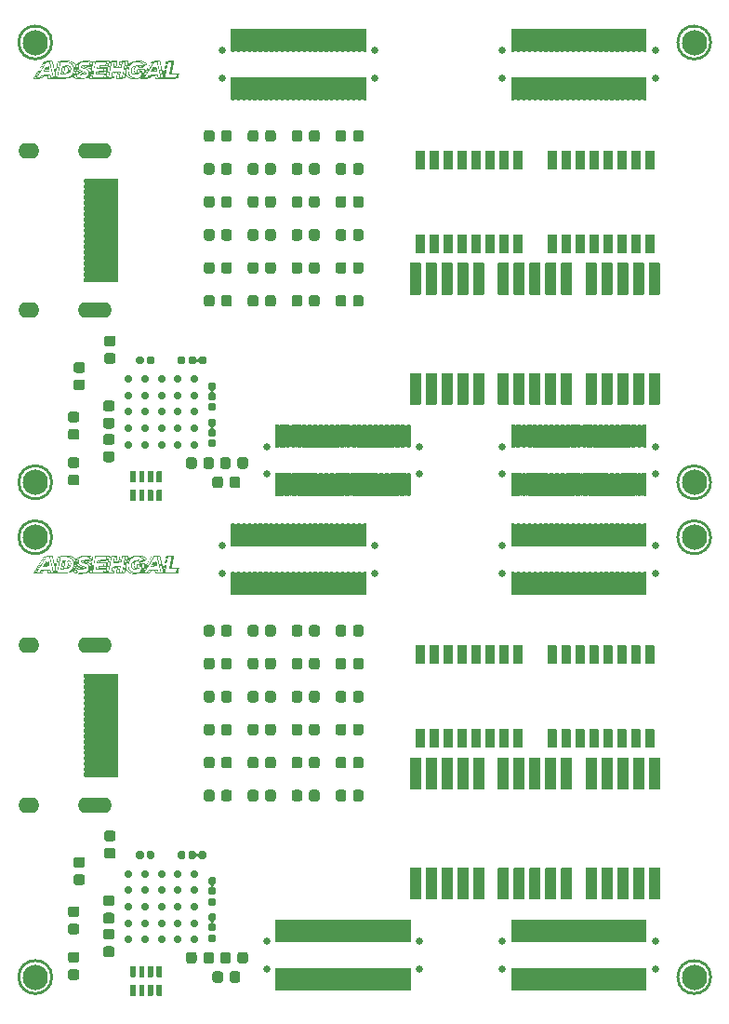
<source format=gbr>
G04 #@! TF.GenerationSoftware,KiCad,Pcbnew,(5.99.0-3349-gc9824bbd9)*
G04 #@! TF.CreationDate,2020-09-22T10:36:59-07:00*
G04 #@! TF.ProjectId,Alchitry_IO_Shield,416c6368-6974-4727-995f-494f5f536869,rev?*
G04 #@! TF.SameCoordinates,Original*
G04 #@! TF.FileFunction,Soldermask,Top*
G04 #@! TF.FilePolarity,Negative*
%FSLAX46Y46*%
G04 Gerber Fmt 4.6, Leading zero omitted, Abs format (unit mm)*
G04 Created by KiCad (PCBNEW (5.99.0-3349-gc9824bbd9)) date 2020-09-22 10:36:59*
%MOMM*%
%LPD*%
G01*
G04 APERTURE LIST*
%ADD10C,0.254000*%
%ADD11O,1.902000X1.402000*%
%ADD12O,3.102000X1.402000*%
%ADD13C,0.702000*%
%ADD14C,0.652000*%
%ADD15C,2.302000*%
G04 APERTURE END LIST*
G36*
X22066632Y-61707140D02*
G01*
X22068569Y-61706685D01*
X22069637Y-61706128D01*
X22070125Y-61705458D01*
X22070186Y-61705287D01*
X22070638Y-61703243D01*
X22071734Y-61697996D01*
X22073431Y-61689749D01*
X22075690Y-61678703D01*
X22078469Y-61665062D01*
X22081728Y-61649026D01*
X22085424Y-61630799D01*
X22089519Y-61610581D01*
X22093969Y-61588575D01*
X22098735Y-61564984D01*
X22103775Y-61540008D01*
X22109049Y-61513851D01*
X22114516Y-61486714D01*
X22116316Y-61477772D01*
X22122935Y-61444964D01*
X22129166Y-61414233D01*
X22134984Y-61385697D01*
X22140364Y-61359475D01*
X22145281Y-61335684D01*
X22149711Y-61314444D01*
X22153629Y-61295873D01*
X22157009Y-61280089D01*
X22159827Y-61267210D01*
X22162058Y-61257356D01*
X22163677Y-61250644D01*
X22164660Y-61247192D01*
X22164798Y-61246863D01*
X22170928Y-61238031D01*
X22179106Y-61231820D01*
X22182726Y-61230097D01*
X22184465Y-61229525D01*
X22186907Y-61229038D01*
X22190321Y-61228630D01*
X22194977Y-61228295D01*
X22201143Y-61228025D01*
X22209088Y-61227814D01*
X22219083Y-61227655D01*
X22231395Y-61227542D01*
X22246294Y-61227468D01*
X22264049Y-61227426D01*
X22284929Y-61227410D01*
X22394069Y-61227410D01*
X22394940Y-61223503D01*
X22395750Y-61219867D01*
X22397036Y-61214093D01*
X22398517Y-61207444D01*
X22401983Y-61196118D01*
X22406909Y-61187531D01*
X22413688Y-61181115D01*
X22418979Y-61177987D01*
X22427804Y-61173589D01*
X22952443Y-61173589D01*
X22960088Y-61177495D01*
X22969192Y-61184028D01*
X22975953Y-61192889D01*
X22979426Y-61201542D01*
X22979766Y-61203069D01*
X22979979Y-61204839D01*
X22980024Y-61207073D01*
X22979865Y-61209991D01*
X22979461Y-61213814D01*
X22978774Y-61218762D01*
X22977765Y-61225055D01*
X22976396Y-61232915D01*
X22974628Y-61242560D01*
X22972421Y-61254213D01*
X22969737Y-61268092D01*
X22966537Y-61284420D01*
X22962783Y-61303415D01*
X22958435Y-61325299D01*
X22953456Y-61350291D01*
X22951612Y-61359533D01*
X22947144Y-61381922D01*
X22942855Y-61403392D01*
X22938796Y-61423691D01*
X22935019Y-61442567D01*
X22931573Y-61459768D01*
X22928508Y-61475043D01*
X22925877Y-61488139D01*
X22923728Y-61498805D01*
X22922112Y-61506789D01*
X22921081Y-61511840D01*
X22920698Y-61513652D01*
X22921319Y-61514238D01*
X22924062Y-61512187D01*
X22928864Y-61507556D01*
X22935657Y-61500406D01*
X22937050Y-61498895D01*
X22945026Y-61490388D01*
X22953968Y-61481127D01*
X22962790Y-61472226D01*
X22970405Y-61464793D01*
X22970490Y-61464713D01*
X23012622Y-61427037D01*
X23056965Y-61392000D01*
X23103415Y-61359646D01*
X23151872Y-61330026D01*
X23202231Y-61303185D01*
X23254391Y-61279172D01*
X23308249Y-61258033D01*
X23363704Y-61239817D01*
X23420651Y-61224571D01*
X23477506Y-61212652D01*
X23938448Y-61212652D01*
X23958414Y-61216677D01*
X23968249Y-61218777D01*
X23979912Y-61221445D01*
X23991884Y-61224326D01*
X24001818Y-61226846D01*
X24053085Y-61241797D01*
X24101867Y-61259141D01*
X24148241Y-61278927D01*
X24192284Y-61301203D01*
X24234072Y-61326018D01*
X24273683Y-61353421D01*
X24311192Y-61383461D01*
X24346677Y-61416186D01*
X24380215Y-61451645D01*
X24407774Y-61484637D01*
X24413683Y-61492319D01*
X24418982Y-61499568D01*
X24423196Y-61505710D01*
X24425854Y-61510072D01*
X24426331Y-61511058D01*
X24428642Y-61520841D01*
X24428030Y-61531147D01*
X24424709Y-61541015D01*
X24418895Y-61549483D01*
X24417393Y-61550979D01*
X24415137Y-61552867D01*
X24410393Y-61556676D01*
X24403421Y-61562202D01*
X24394479Y-61569242D01*
X24383827Y-61577591D01*
X24371725Y-61587048D01*
X24358431Y-61597408D01*
X24344206Y-61608469D01*
X24331334Y-61618456D01*
X24250248Y-61681309D01*
X24260151Y-61692009D01*
X24264812Y-61696926D01*
X24268602Y-61700705D01*
X24270898Y-61702732D01*
X24271230Y-61702914D01*
X24272731Y-61701899D01*
X24276798Y-61698891D01*
X24283256Y-61694025D01*
X24291927Y-61687436D01*
X24302636Y-61679260D01*
X24315206Y-61669631D01*
X24329460Y-61658686D01*
X24345221Y-61646560D01*
X24362314Y-61633387D01*
X24380562Y-61619304D01*
X24399789Y-61604446D01*
X24419817Y-61588948D01*
X24424012Y-61585700D01*
X24444219Y-61570047D01*
X24463676Y-61554969D01*
X24482205Y-61540604D01*
X24499628Y-61527091D01*
X24515766Y-61514568D01*
X24530441Y-61503174D01*
X24543474Y-61493048D01*
X24554687Y-61484328D01*
X24563902Y-61477152D01*
X24570940Y-61471660D01*
X24575622Y-61467990D01*
X24577770Y-61466281D01*
X24577877Y-61466189D01*
X24577784Y-61464003D01*
X24575353Y-61459780D01*
X24570841Y-61453790D01*
X24564502Y-61446306D01*
X24556592Y-61437599D01*
X24547367Y-61427940D01*
X24537084Y-61417600D01*
X24525997Y-61406851D01*
X24514362Y-61395965D01*
X24502436Y-61385212D01*
X24497491Y-61380880D01*
X24467428Y-61356800D01*
X24434449Y-61334166D01*
X24398856Y-61313120D01*
X24360951Y-61293800D01*
X24321036Y-61276348D01*
X24279411Y-61260903D01*
X24236379Y-61247606D01*
X24192241Y-61236596D01*
X24182379Y-61234487D01*
X24156035Y-61229465D01*
X24128059Y-61224936D01*
X24099139Y-61220968D01*
X24069965Y-61217631D01*
X24041225Y-61214995D01*
X24013608Y-61213129D01*
X23987801Y-61212103D01*
X23964495Y-61211986D01*
X23960150Y-61212079D01*
X23938448Y-61212652D01*
X23477506Y-61212652D01*
X23478990Y-61212341D01*
X23533055Y-61203894D01*
X23558986Y-61198973D01*
X23578195Y-61193528D01*
X23634664Y-61177161D01*
X23692873Y-61163676D01*
X23752592Y-61153094D01*
X23813593Y-61145437D01*
X23875644Y-61140727D01*
X23938518Y-61138985D01*
X24001984Y-61140233D01*
X24065813Y-61144494D01*
X24080646Y-61145914D01*
X24138434Y-61153188D01*
X24193940Y-61163074D01*
X24247175Y-61175579D01*
X24298152Y-61190709D01*
X24346882Y-61208470D01*
X24393376Y-61228866D01*
X24437646Y-61251905D01*
X24479704Y-61277591D01*
X24519560Y-61305931D01*
X24557228Y-61336931D01*
X24592717Y-61370595D01*
X24626040Y-61406931D01*
X24644335Y-61429175D01*
X24650258Y-61436857D01*
X24655669Y-61444214D01*
X24660050Y-61450521D01*
X24662883Y-61455050D01*
X24663294Y-61455829D01*
X24666409Y-61465876D01*
X24666327Y-61476216D01*
X24663182Y-61486151D01*
X24657105Y-61494982D01*
X24655621Y-61496485D01*
X24652873Y-61498863D01*
X24647628Y-61503151D01*
X24640080Y-61509198D01*
X24630429Y-61516852D01*
X24618870Y-61525960D01*
X24605600Y-61536370D01*
X24590817Y-61547930D01*
X24574718Y-61560487D01*
X24557499Y-61573891D01*
X24539358Y-61587987D01*
X24520492Y-61602625D01*
X24501097Y-61617652D01*
X24481370Y-61632916D01*
X24461510Y-61648264D01*
X24441712Y-61663545D01*
X24422173Y-61678606D01*
X24403091Y-61693295D01*
X24384663Y-61707460D01*
X24367085Y-61720949D01*
X24350555Y-61733609D01*
X24335270Y-61745288D01*
X24321426Y-61755835D01*
X24309221Y-61765097D01*
X24298851Y-61772921D01*
X24290514Y-61779156D01*
X24284407Y-61783649D01*
X24280726Y-61786249D01*
X24279778Y-61786830D01*
X24271082Y-61789463D01*
X24264153Y-61789545D01*
X24257604Y-61788523D01*
X24251835Y-61786568D01*
X24246279Y-61783280D01*
X24240367Y-61778260D01*
X24233533Y-61771111D01*
X24226694Y-61763200D01*
X24219952Y-61755342D01*
X24213071Y-61747574D01*
X24206789Y-61740714D01*
X24201845Y-61735583D01*
X24201192Y-61734942D01*
X24191927Y-61725968D01*
X24121613Y-61780596D01*
X24107781Y-61791325D01*
X24094614Y-61801505D01*
X24082399Y-61810917D01*
X24071421Y-61819343D01*
X24061966Y-61826563D01*
X24054321Y-61832358D01*
X24048772Y-61836509D01*
X24045604Y-61838798D01*
X24045222Y-61839051D01*
X24038609Y-61841665D01*
X24030206Y-61842868D01*
X24021411Y-61842632D01*
X24013622Y-61840926D01*
X24011049Y-61839796D01*
X24008107Y-61837520D01*
X24003437Y-61833081D01*
X23997533Y-61826985D01*
X23990887Y-61819737D01*
X23985596Y-61813715D01*
X23964216Y-61790124D01*
X23943267Y-61769555D01*
X23922326Y-61751663D01*
X23900972Y-61736103D01*
X23878784Y-61722532D01*
X23865227Y-61715366D01*
X23840402Y-61704445D01*
X23813165Y-61695208D01*
X23784238Y-61687837D01*
X23754342Y-61682517D01*
X23724651Y-61679462D01*
X23706510Y-61678289D01*
X23689425Y-61689847D01*
X23662414Y-61710200D01*
X23637529Y-61733226D01*
X23614853Y-61758789D01*
X23594467Y-61786754D01*
X23576456Y-61816986D01*
X23560900Y-61849350D01*
X23547882Y-61883711D01*
X23537485Y-61919934D01*
X23531358Y-61948784D01*
X23528412Y-61966397D01*
X23526257Y-61982816D01*
X23524807Y-61999113D01*
X23523971Y-62016362D01*
X23523663Y-62035635D01*
X23523662Y-62042536D01*
X23523875Y-62060201D01*
X23524462Y-62075179D01*
X23525513Y-62088244D01*
X23527122Y-62100167D01*
X23529379Y-62111724D01*
X23532376Y-62123688D01*
X23533950Y-62129268D01*
X23543451Y-62155968D01*
X23555921Y-62180970D01*
X23571208Y-62204104D01*
X23589164Y-62225200D01*
X23609638Y-62244085D01*
X23632479Y-62260590D01*
X23657538Y-62274543D01*
X23664636Y-62277838D01*
X23672801Y-62281318D01*
X23681411Y-62284724D01*
X23689838Y-62287837D01*
X23697451Y-62290441D01*
X23703623Y-62292319D01*
X23707723Y-62293253D01*
X23709091Y-62293174D01*
X23709505Y-62291410D01*
X23710539Y-62286514D01*
X23712138Y-62278759D01*
X23714248Y-62268419D01*
X23716812Y-62255769D01*
X23719775Y-62241082D01*
X23723082Y-62224631D01*
X23726678Y-62206690D01*
X23730506Y-62187534D01*
X23733454Y-62172748D01*
X23739634Y-62141737D01*
X23745178Y-62113947D01*
X23750128Y-62089195D01*
X23754523Y-62067298D01*
X23758404Y-62048070D01*
X23761812Y-62031328D01*
X23764786Y-62016887D01*
X23767369Y-62004565D01*
X23769600Y-61994176D01*
X23771519Y-61985537D01*
X23773167Y-61978464D01*
X23774585Y-61972772D01*
X23775813Y-61968279D01*
X23776891Y-61964799D01*
X23777861Y-61962148D01*
X23778762Y-61960144D01*
X23779635Y-61958601D01*
X23780521Y-61957335D01*
X23780984Y-61956745D01*
X23785853Y-61951785D01*
X23791566Y-61947382D01*
X23792776Y-61946642D01*
X23799556Y-61942764D01*
X23903174Y-61942736D01*
X23924770Y-61942725D01*
X23943154Y-61942700D01*
X23958585Y-61942654D01*
X23971324Y-61942579D01*
X23981630Y-61942466D01*
X23989763Y-61942310D01*
X23995984Y-61942101D01*
X24000552Y-61941833D01*
X24003727Y-61941497D01*
X24005770Y-61941087D01*
X24006939Y-61940594D01*
X24007495Y-61940010D01*
X24007629Y-61939669D01*
X24008381Y-61936568D01*
X24009604Y-61931147D01*
X24011055Y-61924487D01*
X24011305Y-61923315D01*
X24014937Y-61911199D01*
X24020150Y-61901951D01*
X24027158Y-61895246D01*
X24031725Y-61892589D01*
X24039374Y-61888886D01*
X24269301Y-61888924D01*
X24302262Y-61888931D01*
X24331930Y-61888943D01*
X24358485Y-61888960D01*
X24382105Y-61888988D01*
X24402970Y-61889026D01*
X24421258Y-61889079D01*
X24437150Y-61889148D01*
X24450824Y-61889236D01*
X24462460Y-61889345D01*
X24472237Y-61889479D01*
X24480334Y-61889638D01*
X24486931Y-61889827D01*
X24492206Y-61890046D01*
X24496339Y-61890299D01*
X24499509Y-61890589D01*
X24501896Y-61890917D01*
X24503679Y-61891286D01*
X24505036Y-61891698D01*
X24506148Y-61892156D01*
X24506172Y-61892168D01*
X24515134Y-61898105D01*
X24521637Y-61906271D01*
X24525359Y-61916156D01*
X24526138Y-61923738D01*
X24525812Y-61926226D01*
X24524874Y-61931793D01*
X24523389Y-61940114D01*
X24521419Y-61950863D01*
X24519027Y-61963713D01*
X24516277Y-61978339D01*
X24513231Y-61994414D01*
X24509952Y-62011612D01*
X24506503Y-62029606D01*
X24502949Y-62048071D01*
X24499350Y-62066681D01*
X24495772Y-62085108D01*
X24492275Y-62103028D01*
X24488925Y-62120113D01*
X24485783Y-62136038D01*
X24482913Y-62150476D01*
X24480378Y-62163102D01*
X24478241Y-62173588D01*
X24476564Y-62181610D01*
X24475412Y-62186840D01*
X24474905Y-62188808D01*
X24474622Y-62190794D01*
X24474826Y-62190978D01*
X24475800Y-62189531D01*
X24478568Y-62185265D01*
X24483062Y-62178287D01*
X24489211Y-62168708D01*
X24496947Y-62156635D01*
X24506200Y-62142179D01*
X24516900Y-62125448D01*
X24528977Y-62106551D01*
X24542362Y-62085597D01*
X24556986Y-62062695D01*
X24572778Y-62037955D01*
X24589669Y-62011485D01*
X24607589Y-61983394D01*
X24626469Y-61953792D01*
X24646240Y-61922788D01*
X24666831Y-61890490D01*
X24688173Y-61857007D01*
X24710197Y-61822449D01*
X24732832Y-61786925D01*
X24756010Y-61750544D01*
X24777095Y-61717440D01*
X24800739Y-61680325D01*
X24823925Y-61643942D01*
X24846581Y-61608401D01*
X24868638Y-61573814D01*
X24890024Y-61540291D01*
X24910669Y-61507942D01*
X24930502Y-61476879D01*
X24949453Y-61447212D01*
X24967449Y-61419051D01*
X24984422Y-61392507D01*
X25000299Y-61367691D01*
X25015010Y-61344713D01*
X25028485Y-61323684D01*
X25040653Y-61304714D01*
X25051442Y-61287914D01*
X25060782Y-61273396D01*
X25068603Y-61261268D01*
X25074833Y-61251642D01*
X25076526Y-61249043D01*
X25643788Y-61249043D01*
X25643983Y-61249546D01*
X25644490Y-61251427D01*
X25645772Y-61256576D01*
X25647800Y-61264882D01*
X25650551Y-61276236D01*
X25653996Y-61290527D01*
X25658109Y-61307644D01*
X25662865Y-61327476D01*
X25668237Y-61349914D01*
X25674198Y-61374845D01*
X25680722Y-61402161D01*
X25687783Y-61431750D01*
X25695355Y-61463502D01*
X25703410Y-61497307D01*
X25711924Y-61533053D01*
X25720868Y-61570630D01*
X25730218Y-61609928D01*
X25739946Y-61650836D01*
X25750027Y-61693244D01*
X25760434Y-61737040D01*
X25771140Y-61782116D01*
X25782119Y-61828359D01*
X25793346Y-61875659D01*
X25804793Y-61923907D01*
X25815222Y-61967881D01*
X25826839Y-62016866D01*
X25838256Y-62064995D01*
X25849446Y-62112159D01*
X25860383Y-62158248D01*
X25871041Y-62203151D01*
X25881393Y-62246757D01*
X25891414Y-62288958D01*
X25901077Y-62329643D01*
X25910356Y-62368701D01*
X25919225Y-62406022D01*
X25927658Y-62441497D01*
X25935628Y-62475014D01*
X25943110Y-62506465D01*
X25950076Y-62535738D01*
X25956501Y-62562724D01*
X25962359Y-62587311D01*
X25967623Y-62609391D01*
X25972267Y-62628853D01*
X25976266Y-62645587D01*
X25979592Y-62659482D01*
X25982220Y-62670428D01*
X25984123Y-62678316D01*
X25985275Y-62683034D01*
X25985649Y-62684481D01*
X25987509Y-62684779D01*
X25992450Y-62685052D01*
X26000078Y-62685294D01*
X26010004Y-62685496D01*
X26021833Y-62685650D01*
X26035175Y-62685749D01*
X26049597Y-62685783D01*
X26112741Y-62685783D01*
X26114609Y-62676668D01*
X26115448Y-62672533D01*
X26116856Y-62665548D01*
X26118722Y-62656269D01*
X26120933Y-62645252D01*
X26123379Y-62633051D01*
X26125831Y-62620804D01*
X26135185Y-62574054D01*
X26134851Y-62572643D01*
X26209753Y-62572643D01*
X26226910Y-62645691D01*
X26231049Y-62663299D01*
X26234485Y-62677822D01*
X26237303Y-62689558D01*
X26239592Y-62698804D01*
X26241438Y-62705856D01*
X26242930Y-62711011D01*
X26244154Y-62714566D01*
X26245197Y-62716818D01*
X26246149Y-62718064D01*
X26247094Y-62718600D01*
X26248122Y-62718723D01*
X26248407Y-62718724D01*
X26252748Y-62718708D01*
X26259582Y-62684481D01*
X26334620Y-62684481D01*
X26336415Y-62684618D01*
X26341512Y-62684748D01*
X26349741Y-62684869D01*
X26360933Y-62684983D01*
X26374918Y-62685089D01*
X26391525Y-62685187D01*
X26410586Y-62685278D01*
X26431929Y-62685361D01*
X26455384Y-62685436D01*
X26480783Y-62685504D01*
X26507955Y-62685565D01*
X26536730Y-62685618D01*
X26566939Y-62685664D01*
X26598410Y-62685702D01*
X26630975Y-62685733D01*
X26664463Y-62685757D01*
X26698705Y-62685774D01*
X26733531Y-62685784D01*
X26768770Y-62685787D01*
X26804252Y-62685782D01*
X26839809Y-62685771D01*
X26875269Y-62685753D01*
X26910464Y-62685728D01*
X26945222Y-62685696D01*
X26979375Y-62685658D01*
X27012752Y-62685612D01*
X27045183Y-62685561D01*
X27076498Y-62685502D01*
X27106528Y-62685437D01*
X27135102Y-62685366D01*
X27162051Y-62685288D01*
X27187204Y-62685204D01*
X27210392Y-62685113D01*
X27231445Y-62685016D01*
X27250193Y-62684913D01*
X27266465Y-62684804D01*
X27280093Y-62684689D01*
X27290906Y-62684568D01*
X27298734Y-62684440D01*
X27303407Y-62684307D01*
X27304774Y-62684186D01*
X27304915Y-62683602D01*
X27380383Y-62683602D01*
X27381181Y-62684375D01*
X27383806Y-62684956D01*
X27388604Y-62685365D01*
X27395922Y-62685625D01*
X27406106Y-62685756D01*
X27415786Y-62685783D01*
X27451189Y-62685783D01*
X27452284Y-62681421D01*
X27452903Y-62678622D01*
X27454126Y-62672788D01*
X27455896Y-62664211D01*
X27458153Y-62653182D01*
X27460839Y-62639992D01*
X27463895Y-62624932D01*
X27467264Y-62608295D01*
X27470885Y-62590371D01*
X27474702Y-62571452D01*
X27478655Y-62551830D01*
X27482685Y-62531795D01*
X27486734Y-62511639D01*
X27490745Y-62491654D01*
X27494657Y-62472131D01*
X27498412Y-62453361D01*
X27501953Y-62435635D01*
X27505220Y-62419246D01*
X27508155Y-62404484D01*
X27510700Y-62391641D01*
X27512795Y-62381009D01*
X27514382Y-62372878D01*
X27515404Y-62367540D01*
X27515800Y-62365287D01*
X27515803Y-62365244D01*
X27515231Y-62364419D01*
X27513254Y-62363800D01*
X27509475Y-62363361D01*
X27503501Y-62363076D01*
X27494936Y-62362917D01*
X27483387Y-62362859D01*
X27480212Y-62362857D01*
X27469520Y-62362889D01*
X27460114Y-62362977D01*
X27452505Y-62363111D01*
X27447209Y-62363283D01*
X27444737Y-62363481D01*
X27444621Y-62363536D01*
X27444284Y-62365298D01*
X27443305Y-62370226D01*
X27441732Y-62378082D01*
X27439612Y-62388629D01*
X27436995Y-62401630D01*
X27433926Y-62416848D01*
X27430455Y-62434045D01*
X27426630Y-62452984D01*
X27422497Y-62473428D01*
X27418105Y-62495139D01*
X27413501Y-62517881D01*
X27412502Y-62522818D01*
X27407855Y-62545786D01*
X27403410Y-62567802D01*
X27399215Y-62588626D01*
X27395317Y-62608018D01*
X27391765Y-62625737D01*
X27388606Y-62641543D01*
X27385889Y-62655196D01*
X27383661Y-62666455D01*
X27381972Y-62675081D01*
X27380867Y-62680832D01*
X27380397Y-62683470D01*
X27380383Y-62683602D01*
X27304915Y-62683602D01*
X27305216Y-62682359D01*
X27306283Y-62677434D01*
X27307912Y-62669716D01*
X27310043Y-62659511D01*
X27312611Y-62647123D01*
X27315556Y-62632859D01*
X27318814Y-62617024D01*
X27322323Y-62599923D01*
X27326022Y-62581861D01*
X27329848Y-62563145D01*
X27333739Y-62544079D01*
X27337632Y-62524968D01*
X27341465Y-62506119D01*
X27345176Y-62487836D01*
X27348703Y-62470425D01*
X27351983Y-62454192D01*
X27354955Y-62439441D01*
X27357555Y-62426478D01*
X27359723Y-62415609D01*
X27361394Y-62407139D01*
X27362508Y-62401373D01*
X27363002Y-62398617D01*
X27363021Y-62398439D01*
X27361313Y-62398354D01*
X27356304Y-62398266D01*
X27348162Y-62398177D01*
X27337059Y-62398087D01*
X27323165Y-62397996D01*
X27306651Y-62397906D01*
X27287686Y-62397817D01*
X27266441Y-62397729D01*
X27243086Y-62397644D01*
X27217792Y-62397561D01*
X27190728Y-62397482D01*
X27162066Y-62397408D01*
X27131975Y-62397339D01*
X27100626Y-62397275D01*
X27068189Y-62397217D01*
X27039662Y-62397173D01*
X26716302Y-62396713D01*
X26708016Y-62391842D01*
X26699142Y-62384839D01*
X26693115Y-62376062D01*
X26690150Y-62365828D01*
X26690088Y-62365302D01*
X26690111Y-62363888D01*
X26690385Y-62361302D01*
X26690928Y-62357446D01*
X26691758Y-62352223D01*
X26692896Y-62345534D01*
X26694360Y-62337282D01*
X26696169Y-62327368D01*
X26697092Y-62322408D01*
X26770991Y-62322408D01*
X26771590Y-62323204D01*
X26773644Y-62323780D01*
X26777542Y-62324157D01*
X26783672Y-62324356D01*
X26792422Y-62324395D01*
X26804179Y-62324297D01*
X26806833Y-62324263D01*
X26842674Y-62323794D01*
X26853705Y-62267369D01*
X26854983Y-62260866D01*
X26856909Y-62251115D01*
X26859451Y-62238274D01*
X26862579Y-62222500D01*
X26866261Y-62203951D01*
X26870465Y-62182784D01*
X26875160Y-62159157D01*
X26880315Y-62133227D01*
X26885899Y-62105151D01*
X26891880Y-62075088D01*
X26898227Y-62043194D01*
X26904909Y-62009628D01*
X26911893Y-61974546D01*
X26919150Y-61938106D01*
X26926647Y-61900466D01*
X26934353Y-61861783D01*
X26942238Y-61822214D01*
X26950269Y-61781918D01*
X26958415Y-61741051D01*
X26960785Y-61729160D01*
X27056834Y-61247376D01*
X27021301Y-61246906D01*
X27010578Y-61246788D01*
X27001102Y-61246732D01*
X26993396Y-61246736D01*
X26987984Y-61246799D01*
X26985390Y-61246921D01*
X26985243Y-61246960D01*
X26984860Y-61248687D01*
X26983832Y-61253662D01*
X26982189Y-61261731D01*
X26979964Y-61272735D01*
X26977186Y-61286518D01*
X26973888Y-61302923D01*
X26970100Y-61321795D01*
X26965855Y-61342976D01*
X26961182Y-61366309D01*
X26956113Y-61391638D01*
X26950680Y-61418807D01*
X26944914Y-61447658D01*
X26938845Y-61478035D01*
X26932505Y-61509782D01*
X26925926Y-61542741D01*
X26919138Y-61576757D01*
X26912172Y-61611672D01*
X26905061Y-61647329D01*
X26897834Y-61683573D01*
X26890524Y-61720246D01*
X26883161Y-61757193D01*
X26875777Y-61794255D01*
X26868403Y-61831277D01*
X26861070Y-61868102D01*
X26853810Y-61904573D01*
X26846652Y-61940534D01*
X26839630Y-61975828D01*
X26832773Y-62010298D01*
X26826114Y-62043788D01*
X26819683Y-62076141D01*
X26813511Y-62107200D01*
X26807630Y-62136809D01*
X26802071Y-62164812D01*
X26796866Y-62191050D01*
X26792044Y-62215369D01*
X26787639Y-62237611D01*
X26783680Y-62257619D01*
X26780199Y-62275237D01*
X26777227Y-62290309D01*
X26774796Y-62302677D01*
X26772936Y-62312185D01*
X26771679Y-62318676D01*
X26771056Y-62321994D01*
X26770991Y-62322408D01*
X26697092Y-62322408D01*
X26698343Y-62315695D01*
X26700900Y-62302165D01*
X26703859Y-62286679D01*
X26707239Y-62269141D01*
X26711060Y-62249452D01*
X26715341Y-62227514D01*
X26720100Y-62203229D01*
X26725356Y-62176499D01*
X26731130Y-62147227D01*
X26737438Y-62115315D01*
X26744302Y-62080664D01*
X26751739Y-62043177D01*
X26759769Y-62002756D01*
X26768411Y-61959303D01*
X26777684Y-61912719D01*
X26787606Y-61862908D01*
X26796043Y-61820581D01*
X26804520Y-61778054D01*
X26812820Y-61736403D01*
X26820919Y-61695757D01*
X26828789Y-61656245D01*
X26836406Y-61617996D01*
X26843744Y-61581139D01*
X26850777Y-61545803D01*
X26857480Y-61512117D01*
X26863827Y-61480209D01*
X26869792Y-61450209D01*
X26875350Y-61422246D01*
X26880475Y-61396449D01*
X26885141Y-61372946D01*
X26889323Y-61351867D01*
X26892995Y-61333340D01*
X26896132Y-61317495D01*
X26898708Y-61304460D01*
X26900697Y-61294364D01*
X26902074Y-61287337D01*
X26902813Y-61283507D01*
X26902939Y-61282796D01*
X26901233Y-61282527D01*
X26896233Y-61282289D01*
X26888120Y-61282083D01*
X26877071Y-61281910D01*
X26863267Y-61281772D01*
X26846885Y-61281670D01*
X26828105Y-61281606D01*
X26807106Y-61281581D01*
X26784068Y-61281596D01*
X26759168Y-61281653D01*
X26758490Y-61281655D01*
X26614041Y-61282099D01*
X26473930Y-61982639D01*
X26464201Y-62031295D01*
X26454650Y-62079089D01*
X26445299Y-62125906D01*
X26436170Y-62171636D01*
X26427285Y-62216164D01*
X26418668Y-62259378D01*
X26410340Y-62301166D01*
X26402324Y-62341415D01*
X26394642Y-62380013D01*
X26387317Y-62416846D01*
X26380370Y-62451802D01*
X26373824Y-62484769D01*
X26367703Y-62515634D01*
X26362026Y-62544284D01*
X26356819Y-62570607D01*
X26352102Y-62594490D01*
X26347897Y-62615820D01*
X26344228Y-62634485D01*
X26341117Y-62650372D01*
X26338586Y-62663368D01*
X26336657Y-62673362D01*
X26335353Y-62680240D01*
X26334696Y-62683889D01*
X26334620Y-62684481D01*
X26259582Y-62684481D01*
X26395832Y-62002139D01*
X26405663Y-61952913D01*
X26415323Y-61904544D01*
X26424792Y-61857146D01*
X26434045Y-61810829D01*
X26443062Y-61765706D01*
X26451820Y-61721887D01*
X26460296Y-61679484D01*
X26468469Y-61638609D01*
X26476315Y-61599374D01*
X26483813Y-61561889D01*
X26490940Y-61526267D01*
X26497673Y-61492619D01*
X26503992Y-61461057D01*
X26509872Y-61431691D01*
X26515292Y-61404635D01*
X26520230Y-61379999D01*
X26524663Y-61357894D01*
X26528569Y-61338433D01*
X26531925Y-61321727D01*
X26534710Y-61307887D01*
X26536901Y-61297026D01*
X26538475Y-61289254D01*
X26539410Y-61284683D01*
X26539685Y-61283401D01*
X26539214Y-61282646D01*
X26536967Y-61282077D01*
X26532601Y-61281671D01*
X26525772Y-61281409D01*
X26516138Y-61281269D01*
X26504239Y-61281231D01*
X26468025Y-61281231D01*
X26209753Y-62572643D01*
X26134851Y-62572643D01*
X25977815Y-61910289D01*
X25820444Y-61246523D01*
X25731405Y-61246515D01*
X25711538Y-61246519D01*
X25694870Y-61246539D01*
X25681128Y-61246586D01*
X25670040Y-61246668D01*
X25661332Y-61246796D01*
X25654732Y-61246978D01*
X25649966Y-61247225D01*
X25646761Y-61247545D01*
X25644846Y-61247949D01*
X25643945Y-61248445D01*
X25643788Y-61249043D01*
X25076526Y-61249043D01*
X25079402Y-61244629D01*
X25082240Y-61240339D01*
X25083243Y-61238910D01*
X25087895Y-61234871D01*
X25093594Y-61231263D01*
X25094730Y-61230701D01*
X25096409Y-61230005D01*
X25098387Y-61229417D01*
X25100953Y-61228927D01*
X25104396Y-61228527D01*
X25109005Y-61228207D01*
X25115069Y-61227958D01*
X25122878Y-61227771D01*
X25132721Y-61227637D01*
X25144888Y-61227547D01*
X25159666Y-61227492D01*
X25177347Y-61227461D01*
X25197609Y-61227448D01*
X25293543Y-61227410D01*
X25301576Y-61214823D01*
X25308334Y-61204302D01*
X25313612Y-61196299D01*
X25317746Y-61190376D01*
X25321072Y-61186093D01*
X25323927Y-61183009D01*
X25326647Y-61180685D01*
X25328943Y-61179085D01*
X25336056Y-61174457D01*
X25860945Y-61174457D01*
X25868473Y-61179742D01*
X25873758Y-61184308D01*
X25878361Y-61189698D01*
X25879759Y-61191896D01*
X25880536Y-61194281D01*
X25882099Y-61200024D01*
X25884441Y-61209101D01*
X25887558Y-61221488D01*
X25891442Y-61237161D01*
X25896090Y-61256097D01*
X25901494Y-61278272D01*
X25907649Y-61303662D01*
X25914550Y-61332244D01*
X25922191Y-61363995D01*
X25930567Y-61398890D01*
X25939670Y-61436905D01*
X25949497Y-61478018D01*
X25960040Y-61522204D01*
X25971296Y-61569440D01*
X25983256Y-61619702D01*
X25995917Y-61672967D01*
X26009272Y-61729211D01*
X26023316Y-61788410D01*
X26026136Y-61800303D01*
X26036778Y-61845183D01*
X26047216Y-61889196D01*
X26057422Y-61932220D01*
X26067366Y-61974136D01*
X26077022Y-62014823D01*
X26086360Y-62054163D01*
X26095351Y-62092034D01*
X26103967Y-62128317D01*
X26112180Y-62162893D01*
X26119961Y-62195640D01*
X26127281Y-62226439D01*
X26134112Y-62255169D01*
X26140426Y-62281712D01*
X26146194Y-62305947D01*
X26151387Y-62327753D01*
X26155977Y-62347012D01*
X26159935Y-62363602D01*
X26163233Y-62377405D01*
X26165843Y-62388299D01*
X26167735Y-62396165D01*
X26168881Y-62400883D01*
X26169253Y-62402341D01*
X26169627Y-62400697D01*
X26170656Y-62395771D01*
X26172315Y-62387685D01*
X26174580Y-62376564D01*
X26177426Y-62362529D01*
X26180828Y-62345704D01*
X26184762Y-62326211D01*
X26189203Y-62304174D01*
X26194126Y-62279715D01*
X26199506Y-62252958D01*
X26205319Y-62224025D01*
X26211540Y-62193040D01*
X26218145Y-62160125D01*
X26225108Y-62125403D01*
X26232405Y-62088998D01*
X26240012Y-62051032D01*
X26247903Y-62011627D01*
X26256054Y-61970908D01*
X26264440Y-61928997D01*
X26273037Y-61886017D01*
X26281819Y-61842091D01*
X26286428Y-61819030D01*
X26297859Y-61761858D01*
X26308630Y-61708023D01*
X26318756Y-61657459D01*
X26328251Y-61610097D01*
X26337129Y-61565868D01*
X26345404Y-61524704D01*
X26353088Y-61486538D01*
X26360198Y-61451300D01*
X26366746Y-61418924D01*
X26372746Y-61389340D01*
X26378212Y-61362480D01*
X26383158Y-61338276D01*
X26387598Y-61316660D01*
X26391547Y-61297564D01*
X26395016Y-61280919D01*
X26398022Y-61266657D01*
X26400577Y-61254710D01*
X26402696Y-61245010D01*
X26404392Y-61237489D01*
X26405679Y-61232077D01*
X26406572Y-61228708D01*
X26407017Y-61227426D01*
X26411543Y-61220793D01*
X26417536Y-61215008D01*
X26418359Y-61214404D01*
X26425789Y-61209180D01*
X26490404Y-61208687D01*
X26555019Y-61208193D01*
X26557067Y-61200538D01*
X26560982Y-61191793D01*
X26567388Y-61183862D01*
X26575319Y-61177874D01*
X26577394Y-61176827D01*
X26578450Y-61176401D01*
X26579761Y-61176014D01*
X26581495Y-61175666D01*
X26583819Y-61175354D01*
X26586901Y-61175076D01*
X26590908Y-61174830D01*
X26596006Y-61174613D01*
X26602364Y-61174425D01*
X26610148Y-61174263D01*
X26619527Y-61174125D01*
X26630666Y-61174009D01*
X26643734Y-61173913D01*
X26658898Y-61173835D01*
X26676325Y-61173773D01*
X26696182Y-61173725D01*
X26718637Y-61173690D01*
X26743857Y-61173664D01*
X26772009Y-61173647D01*
X26803261Y-61173635D01*
X26837780Y-61173628D01*
X26846136Y-61173627D01*
X26881884Y-61173619D01*
X26914325Y-61173610D01*
X26943626Y-61173605D01*
X26969953Y-61173611D01*
X26993472Y-61173634D01*
X27014349Y-61173680D01*
X27032749Y-61173754D01*
X27048839Y-61173863D01*
X27062785Y-61174012D01*
X27074752Y-61174208D01*
X27084908Y-61174456D01*
X27093417Y-61174763D01*
X27100446Y-61175133D01*
X27106161Y-61175575D01*
X27110728Y-61176092D01*
X27114312Y-61176692D01*
X27117081Y-61177379D01*
X27119199Y-61178161D01*
X27120833Y-61179043D01*
X27122150Y-61180031D01*
X27123314Y-61181132D01*
X27124492Y-61182350D01*
X27125820Y-61183664D01*
X27131201Y-61190322D01*
X27135222Y-61198381D01*
X27137192Y-61206366D01*
X27137282Y-61208081D01*
X27136950Y-61210230D01*
X27135963Y-61215654D01*
X27134347Y-61224222D01*
X27132128Y-61235805D01*
X27129333Y-61250271D01*
X27125985Y-61267490D01*
X27122112Y-61287333D01*
X27117738Y-61309668D01*
X27112889Y-61334366D01*
X27107592Y-61361296D01*
X27101872Y-61390327D01*
X27095753Y-61421330D01*
X27089263Y-61454174D01*
X27082427Y-61488728D01*
X27075270Y-61524863D01*
X27067819Y-61562448D01*
X27060098Y-61601353D01*
X27052133Y-61641447D01*
X27043951Y-61682600D01*
X27035576Y-61724682D01*
X27030547Y-61749937D01*
X27022077Y-61792462D01*
X27013784Y-61834113D01*
X27005693Y-61874761D01*
X26997829Y-61914277D01*
X26990219Y-61952532D01*
X26982888Y-61989397D01*
X26975862Y-62024742D01*
X26969166Y-62058439D01*
X26962825Y-62090359D01*
X26956866Y-62120371D01*
X26951315Y-62148348D01*
X26946196Y-62174160D01*
X26941535Y-62197678D01*
X26937358Y-62218773D01*
X26933691Y-62237315D01*
X26930560Y-62253176D01*
X26927989Y-62266227D01*
X26926004Y-62276338D01*
X26924632Y-62283380D01*
X26923897Y-62287224D01*
X26923773Y-62287944D01*
X26924661Y-62288202D01*
X26927395Y-62288440D01*
X26932077Y-62288657D01*
X26938813Y-62288855D01*
X26947706Y-62289034D01*
X26958859Y-62289195D01*
X26972377Y-62289338D01*
X26988363Y-62289464D01*
X27006921Y-62289573D01*
X27028156Y-62289667D01*
X27052170Y-62289746D01*
X27079068Y-62289810D01*
X27108953Y-62289861D01*
X27141930Y-62289898D01*
X27178102Y-62289923D01*
X27217572Y-62289936D01*
X27245886Y-62289939D01*
X27285640Y-62289936D01*
X27322071Y-62289931D01*
X27355327Y-62289928D01*
X27385557Y-62289932D01*
X27412911Y-62289946D01*
X27437537Y-62289976D01*
X27459584Y-62290026D01*
X27479201Y-62290100D01*
X27496538Y-62290202D01*
X27511741Y-62290337D01*
X27524962Y-62290510D01*
X27536348Y-62290724D01*
X27546049Y-62290985D01*
X27554214Y-62291296D01*
X27560990Y-62291662D01*
X27566528Y-62292088D01*
X27570976Y-62292578D01*
X27574483Y-62293136D01*
X27577199Y-62293766D01*
X27579271Y-62294474D01*
X27580848Y-62295263D01*
X27582081Y-62296138D01*
X27583117Y-62297103D01*
X27584106Y-62298163D01*
X27585196Y-62299323D01*
X27585902Y-62300014D01*
X27591145Y-62306467D01*
X27595150Y-62314293D01*
X27597223Y-62322028D01*
X27597364Y-62324134D01*
X27597029Y-62326738D01*
X27596043Y-62332466D01*
X27594460Y-62341060D01*
X27592333Y-62352261D01*
X27589712Y-62365813D01*
X27586651Y-62381457D01*
X27583203Y-62398936D01*
X27579418Y-62417992D01*
X27575351Y-62438368D01*
X27571052Y-62459806D01*
X27566574Y-62482049D01*
X27561971Y-62504838D01*
X27557293Y-62527916D01*
X27552594Y-62551025D01*
X27547925Y-62573908D01*
X27543340Y-62596306D01*
X27538890Y-62617964D01*
X27534627Y-62638621D01*
X27530605Y-62658022D01*
X27526875Y-62675908D01*
X27523490Y-62692022D01*
X27520502Y-62706106D01*
X27517964Y-62717902D01*
X27515927Y-62727153D01*
X27514444Y-62733601D01*
X27513568Y-62736988D01*
X27513418Y-62737396D01*
X27507945Y-62744834D01*
X27500347Y-62751174D01*
X27494591Y-62754269D01*
X27492362Y-62755003D01*
X27489312Y-62755595D01*
X27485082Y-62756059D01*
X27479315Y-62756410D01*
X27471650Y-62756661D01*
X27461731Y-62756828D01*
X27449198Y-62756923D01*
X27433693Y-62756962D01*
X27426672Y-62756965D01*
X27365209Y-62756965D01*
X27363073Y-62764594D01*
X27358990Y-62773739D01*
X27352570Y-62781781D01*
X27344712Y-62787645D01*
X27343178Y-62788402D01*
X27342461Y-62788692D01*
X27341552Y-62788963D01*
X27340341Y-62789217D01*
X27338721Y-62789454D01*
X27336582Y-62789676D01*
X27333816Y-62789881D01*
X27330315Y-62790072D01*
X27325969Y-62790248D01*
X27320671Y-62790410D01*
X27314311Y-62790559D01*
X27306781Y-62790696D01*
X27297972Y-62790820D01*
X27287776Y-62790933D01*
X27276084Y-62791035D01*
X27262787Y-62791126D01*
X27247778Y-62791208D01*
X27230946Y-62791280D01*
X27212184Y-62791344D01*
X27191383Y-62791400D01*
X27168434Y-62791448D01*
X27143229Y-62791489D01*
X27115659Y-62791524D01*
X27085615Y-62791554D01*
X27052990Y-62791578D01*
X27017673Y-62791597D01*
X26979557Y-62791613D01*
X26938533Y-62791625D01*
X26894492Y-62791634D01*
X26847326Y-62791641D01*
X26796927Y-62791646D01*
X26743184Y-62791650D01*
X26732306Y-62791650D01*
X26677525Y-62791653D01*
X26626111Y-62791653D01*
X26577956Y-62791649D01*
X26532955Y-62791642D01*
X26491001Y-62791631D01*
X26451987Y-62791615D01*
X26415809Y-62791594D01*
X26382359Y-62791568D01*
X26351530Y-62791536D01*
X26323218Y-62791497D01*
X26297315Y-62791451D01*
X26273715Y-62791399D01*
X26252313Y-62791338D01*
X26233000Y-62791269D01*
X26215673Y-62791192D01*
X26200223Y-62791105D01*
X26186545Y-62791009D01*
X26174533Y-62790902D01*
X26164079Y-62790785D01*
X26155079Y-62790657D01*
X26147426Y-62790518D01*
X26141013Y-62790366D01*
X26135733Y-62790203D01*
X26131482Y-62790026D01*
X26128153Y-62789836D01*
X26125638Y-62789632D01*
X26123833Y-62789414D01*
X26122630Y-62789182D01*
X26122070Y-62789002D01*
X26112697Y-62783300D01*
X26105696Y-62775180D01*
X26101369Y-62765017D01*
X26100907Y-62763042D01*
X26099825Y-62757834D01*
X26050652Y-62757372D01*
X26036072Y-62757258D01*
X26024623Y-62757229D01*
X26015963Y-62757300D01*
X26009751Y-62757483D01*
X26005648Y-62757794D01*
X26003311Y-62758245D01*
X26002400Y-62758851D01*
X26002405Y-62759320D01*
X26004124Y-62766526D01*
X26004700Y-62775055D01*
X26004034Y-62782918D01*
X26003666Y-62784532D01*
X26001232Y-62790338D01*
X25997397Y-62796421D01*
X25995592Y-62798630D01*
X25994218Y-62800251D01*
X25993052Y-62801723D01*
X25991928Y-62803053D01*
X25990684Y-62804249D01*
X25989153Y-62805316D01*
X25987172Y-62806262D01*
X25984576Y-62807094D01*
X25981199Y-62807819D01*
X25976878Y-62808442D01*
X25971448Y-62808972D01*
X25964744Y-62809414D01*
X25956601Y-62809777D01*
X25946855Y-62810066D01*
X25935342Y-62810288D01*
X25921895Y-62810451D01*
X25906352Y-62810561D01*
X25888547Y-62810624D01*
X25868315Y-62810649D01*
X25845492Y-62810641D01*
X25819913Y-62810607D01*
X25791414Y-62810555D01*
X25759830Y-62810491D01*
X25724996Y-62810421D01*
X25711934Y-62810397D01*
X25448906Y-62809918D01*
X25441550Y-62804928D01*
X25439042Y-62803162D01*
X25436812Y-62801322D01*
X25434792Y-62799162D01*
X25432917Y-62796438D01*
X25431119Y-62792902D01*
X25429331Y-62788310D01*
X25427487Y-62782417D01*
X25425519Y-62774977D01*
X25423361Y-62765743D01*
X25420945Y-62754472D01*
X25418206Y-62740917D01*
X25415075Y-62724832D01*
X25411486Y-62705973D01*
X25407373Y-62684094D01*
X25404602Y-62669289D01*
X25400969Y-62649877D01*
X25397506Y-62631404D01*
X25394270Y-62614164D01*
X25391315Y-62598452D01*
X25388698Y-62584562D01*
X25386473Y-62572788D01*
X25384697Y-62563423D01*
X25383424Y-62556763D01*
X25382710Y-62553101D01*
X25382591Y-62552533D01*
X25381688Y-62548626D01*
X25063216Y-62548626D01*
X25008771Y-62643681D01*
X24999153Y-62660451D01*
X24989977Y-62676410D01*
X24981398Y-62691288D01*
X24973573Y-62704817D01*
X24966659Y-62716726D01*
X24960812Y-62726746D01*
X24956189Y-62734607D01*
X24952946Y-62740041D01*
X24951240Y-62742777D01*
X24951108Y-62742962D01*
X24947589Y-62746665D01*
X24942809Y-62750660D01*
X24941447Y-62751642D01*
X24935003Y-62756097D01*
X24835405Y-62756965D01*
X24735806Y-62757834D01*
X24725112Y-62776408D01*
X24719187Y-62786433D01*
X24714354Y-62793873D01*
X24710168Y-62799254D01*
X24706183Y-62803105D01*
X24701955Y-62805952D01*
X24698886Y-62807505D01*
X24697870Y-62807926D01*
X24696622Y-62808308D01*
X24694981Y-62808654D01*
X24692783Y-62808965D01*
X24689865Y-62809243D01*
X24686066Y-62809490D01*
X24681222Y-62809708D01*
X24675171Y-62809899D01*
X24667750Y-62810065D01*
X24658796Y-62810207D01*
X24648148Y-62810327D01*
X24635641Y-62810428D01*
X24621115Y-62810510D01*
X24604405Y-62810577D01*
X24585350Y-62810629D01*
X24563786Y-62810669D01*
X24539552Y-62810699D01*
X24512484Y-62810719D01*
X24482420Y-62810733D01*
X24449197Y-62810743D01*
X24415402Y-62810748D01*
X24378794Y-62810751D01*
X24345500Y-62810746D01*
X24315360Y-62810733D01*
X24288217Y-62810711D01*
X24263911Y-62810677D01*
X24242284Y-62810630D01*
X24223176Y-62810570D01*
X24206430Y-62810493D01*
X24191886Y-62810399D01*
X24179386Y-62810287D01*
X24168770Y-62810154D01*
X24159881Y-62810000D01*
X24152559Y-62809822D01*
X24146647Y-62809620D01*
X24141984Y-62809392D01*
X24138412Y-62809136D01*
X24135773Y-62808851D01*
X24133908Y-62808535D01*
X24132657Y-62808187D01*
X24132432Y-62808099D01*
X24123103Y-62802441D01*
X24116202Y-62794497D01*
X24112023Y-62784719D01*
X24110829Y-62774743D01*
X24111223Y-62769031D01*
X24112508Y-62763593D01*
X24115001Y-62757651D01*
X24119023Y-62750429D01*
X24124096Y-62742369D01*
X24126805Y-62737868D01*
X24213346Y-62737868D01*
X24282995Y-62737868D01*
X24300356Y-62737863D01*
X24314551Y-62737841D01*
X24325891Y-62737784D01*
X24334682Y-62737679D01*
X24341232Y-62737509D01*
X24345850Y-62737259D01*
X24348843Y-62736915D01*
X24350519Y-62736461D01*
X24351186Y-62735882D01*
X24351153Y-62735162D01*
X24350847Y-62734510D01*
X24349859Y-62730961D01*
X24349220Y-62725383D01*
X24349081Y-62721054D01*
X24349716Y-62713097D01*
X24351947Y-62706242D01*
X24353987Y-62702276D01*
X24355230Y-62700259D01*
X24358281Y-62695406D01*
X24363081Y-62687808D01*
X24364335Y-62685827D01*
X24777735Y-62685827D01*
X24901555Y-62684915D01*
X24940424Y-62617205D01*
X24979293Y-62549494D01*
X24918194Y-62549038D01*
X24903954Y-62548968D01*
X24890819Y-62548974D01*
X24879194Y-62549050D01*
X24869479Y-62549191D01*
X24862078Y-62549391D01*
X24857393Y-62549644D01*
X24855838Y-62549906D01*
X24854801Y-62551572D01*
X24852256Y-62555877D01*
X24848419Y-62562444D01*
X24843507Y-62570897D01*
X24837735Y-62580862D01*
X24831321Y-62591962D01*
X24824480Y-62603821D01*
X24817429Y-62616064D01*
X24810384Y-62628315D01*
X24803561Y-62640198D01*
X24797177Y-62651339D01*
X24791448Y-62661360D01*
X24786591Y-62669886D01*
X24782821Y-62676541D01*
X24780355Y-62680951D01*
X24779767Y-62682031D01*
X24777735Y-62685827D01*
X24364335Y-62685827D01*
X24365368Y-62684196D01*
X24451773Y-62684196D01*
X24453363Y-62684495D01*
X24458233Y-62684769D01*
X24466190Y-62685016D01*
X24477039Y-62685233D01*
X24490588Y-62685418D01*
X24506645Y-62685567D01*
X24525016Y-62685680D01*
X24545508Y-62685752D01*
X24567927Y-62685782D01*
X24571977Y-62685783D01*
X24692760Y-62685783D01*
X24696949Y-62679272D01*
X24698557Y-62676607D01*
X24701720Y-62671213D01*
X24706273Y-62663376D01*
X24712051Y-62653382D01*
X24718888Y-62641519D01*
X24726620Y-62628073D01*
X24735081Y-62613330D01*
X24744106Y-62597578D01*
X24752742Y-62582481D01*
X24762134Y-62566100D01*
X24771126Y-62550509D01*
X24779553Y-62535992D01*
X24787250Y-62522827D01*
X24794049Y-62511298D01*
X24799786Y-62501684D01*
X24802384Y-62497411D01*
X25445290Y-62497411D01*
X25445412Y-62497844D01*
X25445939Y-62500041D01*
X25447049Y-62505356D01*
X25448684Y-62513491D01*
X25450787Y-62524151D01*
X25453299Y-62537040D01*
X25456163Y-62551861D01*
X25459322Y-62568319D01*
X25462717Y-62586118D01*
X25466292Y-62604962D01*
X25467294Y-62610260D01*
X25470940Y-62629547D01*
X25474439Y-62648033D01*
X25477730Y-62665401D01*
X25480754Y-62681332D01*
X25483449Y-62695509D01*
X25485755Y-62707614D01*
X25487612Y-62717330D01*
X25488959Y-62724337D01*
X25489736Y-62728320D01*
X25489823Y-62728753D01*
X25491688Y-62737868D01*
X25579427Y-62737868D01*
X25599142Y-62737862D01*
X25615660Y-62737840D01*
X25629259Y-62737790D01*
X25640214Y-62737704D01*
X25648801Y-62737572D01*
X25655297Y-62737384D01*
X25659977Y-62737129D01*
X25663118Y-62736800D01*
X25664996Y-62736386D01*
X25665887Y-62735876D01*
X25666067Y-62735263D01*
X25665945Y-62734829D01*
X25665417Y-62732632D01*
X25664306Y-62727317D01*
X25662671Y-62719182D01*
X25660567Y-62708523D01*
X25658054Y-62695634D01*
X25655188Y-62680813D01*
X25652028Y-62664355D01*
X25648631Y-62646556D01*
X25645054Y-62627713D01*
X25644052Y-62622413D01*
X25640405Y-62603126D01*
X25636905Y-62584641D01*
X25633613Y-62567273D01*
X25630590Y-62551342D01*
X25627895Y-62537165D01*
X25625590Y-62525059D01*
X25623734Y-62515344D01*
X25622388Y-62508336D01*
X25621613Y-62504354D01*
X25621526Y-62503920D01*
X25619672Y-62494805D01*
X25531933Y-62494805D01*
X25512218Y-62494811D01*
X25495700Y-62494833D01*
X25482101Y-62494883D01*
X25471146Y-62494969D01*
X25462559Y-62495101D01*
X25456063Y-62495290D01*
X25451383Y-62495544D01*
X25448241Y-62495873D01*
X25446363Y-62496288D01*
X25445471Y-62496797D01*
X25445290Y-62497411D01*
X24802384Y-62497411D01*
X24804295Y-62494268D01*
X24807410Y-62489329D01*
X24808909Y-62487208D01*
X24813577Y-62483168D01*
X24819284Y-62479559D01*
X24820417Y-62478999D01*
X24822087Y-62478307D01*
X24824056Y-62477722D01*
X24826612Y-62477233D01*
X24830041Y-62476832D01*
X24834631Y-62476511D01*
X24840668Y-62476259D01*
X24848440Y-62476068D01*
X24858234Y-62475929D01*
X24870337Y-62475833D01*
X24885035Y-62475770D01*
X24902616Y-62475732D01*
X24923366Y-62475709D01*
X24924586Y-62475708D01*
X25021811Y-62475632D01*
X25030785Y-62459610D01*
X25037093Y-62448663D01*
X25042329Y-62440393D01*
X25046871Y-62434323D01*
X25051099Y-62429977D01*
X25055390Y-62426878D01*
X25057825Y-62425575D01*
X25065504Y-62421857D01*
X25662980Y-62422755D01*
X25670530Y-62428209D01*
X25676076Y-62433256D01*
X25680747Y-62439278D01*
X25681852Y-62441230D01*
X25682942Y-62444260D01*
X25684441Y-62449834D01*
X25686370Y-62458065D01*
X25688752Y-62469064D01*
X25691612Y-62482942D01*
X25694971Y-62499811D01*
X25698852Y-62519781D01*
X25703280Y-62542965D01*
X25707620Y-62565979D01*
X25711326Y-62585679D01*
X25714859Y-62604377D01*
X25718165Y-62621793D01*
X25721191Y-62637648D01*
X25723882Y-62651660D01*
X25726184Y-62663552D01*
X25728044Y-62673041D01*
X25729408Y-62679850D01*
X25730222Y-62683697D01*
X25730427Y-62684472D01*
X25732269Y-62684725D01*
X25737255Y-62684962D01*
X25745059Y-62685178D01*
X25755352Y-62685369D01*
X25767807Y-62685529D01*
X25782097Y-62685654D01*
X25797893Y-62685739D01*
X25814868Y-62685780D01*
X25820764Y-62685783D01*
X25910290Y-62685783D01*
X25909296Y-62681008D01*
X25908806Y-62678887D01*
X25907546Y-62673525D01*
X25905550Y-62665060D01*
X25902850Y-62653631D01*
X25899479Y-62639375D01*
X25895470Y-62622430D01*
X25890855Y-62602933D01*
X25885667Y-62581024D01*
X25879939Y-62556839D01*
X25873703Y-62530518D01*
X25866992Y-62502196D01*
X25859839Y-62472013D01*
X25852277Y-62440107D01*
X25844338Y-62406614D01*
X25836055Y-62371674D01*
X25827461Y-62335424D01*
X25818588Y-62298002D01*
X25809470Y-62259546D01*
X25800138Y-62220193D01*
X25790626Y-62180082D01*
X25780966Y-62139351D01*
X25771191Y-62098137D01*
X25761334Y-62056579D01*
X25751427Y-62014813D01*
X25741504Y-61972979D01*
X25731596Y-61931214D01*
X25721737Y-61889656D01*
X25711959Y-61848443D01*
X25702295Y-61807712D01*
X25692777Y-61767602D01*
X25683439Y-61728251D01*
X25674314Y-61689796D01*
X25665433Y-61652375D01*
X25656829Y-61616127D01*
X25648536Y-61581188D01*
X25640586Y-61547698D01*
X25633011Y-61515794D01*
X25625845Y-61485613D01*
X25619120Y-61457294D01*
X25612868Y-61430975D01*
X25607123Y-61406794D01*
X25601918Y-61384887D01*
X25597284Y-61365395D01*
X25593255Y-61348453D01*
X25589863Y-61334200D01*
X25587142Y-61322775D01*
X25585123Y-61314314D01*
X25583840Y-61308956D01*
X25583324Y-61306839D01*
X25581589Y-61300328D01*
X25457086Y-61300421D01*
X25332584Y-61300514D01*
X24892467Y-61991562D01*
X24863906Y-62036410D01*
X24835813Y-62080523D01*
X24808249Y-62123810D01*
X24781269Y-62166182D01*
X24754932Y-62207547D01*
X24729295Y-62247815D01*
X24704416Y-62286896D01*
X24680352Y-62324698D01*
X24657162Y-62361132D01*
X24634902Y-62396107D01*
X24613630Y-62429533D01*
X24593404Y-62461318D01*
X24574281Y-62491372D01*
X24556319Y-62519606D01*
X24539576Y-62545928D01*
X24524108Y-62570248D01*
X24509975Y-62592475D01*
X24497233Y-62612518D01*
X24485940Y-62630288D01*
X24476153Y-62645694D01*
X24467930Y-62658645D01*
X24461329Y-62669051D01*
X24456408Y-62676821D01*
X24453223Y-62681865D01*
X24451833Y-62684091D01*
X24451773Y-62684196D01*
X24365368Y-62684196D01*
X24369573Y-62677558D01*
X24377698Y-62664746D01*
X24387398Y-62649466D01*
X24398613Y-62631809D01*
X24411286Y-62611866D01*
X24425359Y-62589730D01*
X24440772Y-62565492D01*
X24457468Y-62539243D01*
X24475387Y-62511077D01*
X24494473Y-62481084D01*
X24514665Y-62449356D01*
X24535907Y-62415986D01*
X24558138Y-62381064D01*
X24581302Y-62344684D01*
X24605339Y-62306935D01*
X24630192Y-62267912D01*
X24655801Y-62227704D01*
X24682108Y-62186404D01*
X24709056Y-62144104D01*
X24736585Y-62100895D01*
X24764637Y-62056870D01*
X24793153Y-62012119D01*
X24798664Y-62003473D01*
X24827252Y-61958612D01*
X24855385Y-61914467D01*
X24883003Y-61871130D01*
X24910048Y-61828691D01*
X24936461Y-61787242D01*
X24962186Y-61746875D01*
X24987163Y-61707681D01*
X25011334Y-61669751D01*
X25034640Y-61633177D01*
X25057025Y-61598050D01*
X25078428Y-61564462D01*
X25098793Y-61532503D01*
X25118061Y-61502267D01*
X25136173Y-61473843D01*
X25153072Y-61447324D01*
X25168698Y-61422800D01*
X25182994Y-61400364D01*
X25195902Y-61380106D01*
X25207363Y-61362118D01*
X25217319Y-61346492D01*
X25225712Y-61333318D01*
X25232484Y-61322689D01*
X25237575Y-61314696D01*
X25240929Y-61309430D01*
X25242486Y-61306982D01*
X25242577Y-61306839D01*
X25246687Y-61300328D01*
X25128987Y-61300328D01*
X24784735Y-61840708D01*
X24759480Y-61880352D01*
X24734692Y-61919261D01*
X24710438Y-61957333D01*
X24686783Y-61994464D01*
X24663793Y-62030551D01*
X24641533Y-62065492D01*
X24620069Y-62099183D01*
X24599467Y-62131522D01*
X24579792Y-62162405D01*
X24561109Y-62191730D01*
X24543485Y-62219393D01*
X24526985Y-62245292D01*
X24511675Y-62269324D01*
X24497620Y-62291384D01*
X24484885Y-62311372D01*
X24473537Y-62329183D01*
X24463642Y-62344715D01*
X24455263Y-62357864D01*
X24448469Y-62368528D01*
X24443323Y-62376603D01*
X24439891Y-62381988D01*
X24438240Y-62384577D01*
X24438101Y-62384795D01*
X24437336Y-62387136D01*
X24435972Y-62392573D01*
X24434077Y-62400794D01*
X24431717Y-62411485D01*
X24428960Y-62424334D01*
X24425872Y-62439031D01*
X24422521Y-62455261D01*
X24418974Y-62472713D01*
X24415765Y-62488728D01*
X24412098Y-62507023D01*
X24408568Y-62524395D01*
X24405243Y-62540528D01*
X24402191Y-62555106D01*
X24399477Y-62567812D01*
X24397171Y-62578332D01*
X24395339Y-62586349D01*
X24394048Y-62591548D01*
X24393420Y-62593530D01*
X24391059Y-62597209D01*
X24387566Y-62601064D01*
X24382488Y-62605485D01*
X24375373Y-62610862D01*
X24365769Y-62617584D01*
X24364675Y-62618331D01*
X24342481Y-62632825D01*
X24318110Y-62647598D01*
X24292722Y-62661963D01*
X24274622Y-62671587D01*
X24246202Y-62686274D01*
X24233740Y-62705560D01*
X24228672Y-62713433D01*
X24223921Y-62720863D01*
X24220001Y-62727045D01*
X24217424Y-62731174D01*
X24217312Y-62731357D01*
X24213346Y-62737868D01*
X24126805Y-62737868D01*
X24127315Y-62737021D01*
X24128657Y-62733860D01*
X24128004Y-62733167D01*
X24127991Y-62733171D01*
X24125301Y-62734082D01*
X24120064Y-62735762D01*
X24113055Y-62737965D01*
X24105627Y-62740267D01*
X24055957Y-62754321D01*
X24005816Y-62765986D01*
X23954226Y-62775475D01*
X23926385Y-62779637D01*
X23910292Y-62782234D01*
X23895364Y-62785520D01*
X23879787Y-62789913D01*
X23874300Y-62791644D01*
X23826840Y-62805661D01*
X23777954Y-62817571D01*
X23727256Y-62827450D01*
X23674363Y-62835372D01*
X23618995Y-62841404D01*
X23607359Y-62842327D01*
X23594743Y-62843067D01*
X23580686Y-62843639D01*
X23564730Y-62844056D01*
X23546411Y-62844333D01*
X23525272Y-62844482D01*
X23515694Y-62844510D01*
X23493457Y-62844497D01*
X23474074Y-62844350D01*
X23456928Y-62844035D01*
X23441402Y-62843521D01*
X23426880Y-62842776D01*
X23412744Y-62841767D01*
X23398378Y-62840463D01*
X23383165Y-62838833D01*
X23366488Y-62836842D01*
X23365516Y-62836722D01*
X23310656Y-62828349D01*
X23257339Y-62817067D01*
X23205661Y-62802914D01*
X23155718Y-62785931D01*
X23107605Y-62766156D01*
X23061418Y-62743627D01*
X23017253Y-62718385D01*
X22975205Y-62690469D01*
X22937724Y-62661846D01*
X22926471Y-62652205D01*
X22913706Y-62640500D01*
X22900079Y-62627388D01*
X22886237Y-62613522D01*
X22872829Y-62599558D01*
X22860506Y-62586151D01*
X22849914Y-62573957D01*
X22846223Y-62569460D01*
X22823341Y-62539269D01*
X22801988Y-62507657D01*
X22782583Y-62475323D01*
X22765545Y-62442963D01*
X22751570Y-62411948D01*
X22748875Y-62405604D01*
X22746620Y-62400697D01*
X22745146Y-62397957D01*
X22744828Y-62397624D01*
X22744370Y-62399282D01*
X22743284Y-62404114D01*
X22741617Y-62411888D01*
X22739417Y-62422372D01*
X22736730Y-62435335D01*
X22733605Y-62450544D01*
X22730090Y-62467767D01*
X22726231Y-62486773D01*
X22722076Y-62507330D01*
X22717674Y-62529205D01*
X22713070Y-62552168D01*
X22711088Y-62562082D01*
X22706390Y-62585575D01*
X22701857Y-62608180D01*
X22697540Y-62629654D01*
X22693488Y-62649754D01*
X22689751Y-62668238D01*
X22686376Y-62684862D01*
X22683415Y-62699385D01*
X22680915Y-62711565D01*
X22678927Y-62721157D01*
X22677499Y-62727921D01*
X22676680Y-62731613D01*
X22676540Y-62732158D01*
X22672823Y-62739703D01*
X22666845Y-62746866D01*
X22659711Y-62752412D01*
X22657286Y-62753679D01*
X22655633Y-62754352D01*
X22653687Y-62754925D01*
X22651168Y-62755405D01*
X22647800Y-62755801D01*
X22643302Y-62756120D01*
X22637397Y-62756372D01*
X22629805Y-62756565D01*
X22620250Y-62756706D01*
X22608451Y-62756804D01*
X22594132Y-62756868D01*
X22577012Y-62756905D01*
X22556814Y-62756923D01*
X22547468Y-62756927D01*
X22525969Y-62756940D01*
X22507682Y-62756967D01*
X22492345Y-62757015D01*
X22479696Y-62757092D01*
X22469476Y-62757207D01*
X22461424Y-62757366D01*
X22455277Y-62757578D01*
X22450775Y-62757850D01*
X22447657Y-62758190D01*
X22445662Y-62758606D01*
X22444529Y-62759105D01*
X22443997Y-62759696D01*
X22443882Y-62760004D01*
X22443126Y-62763120D01*
X22441904Y-62768537D01*
X22440463Y-62775160D01*
X22440267Y-62776080D01*
X22437533Y-62786472D01*
X22434119Y-62794225D01*
X22429544Y-62800168D01*
X22423411Y-62805074D01*
X22416091Y-62809918D01*
X22152068Y-62810394D01*
X22115982Y-62810463D01*
X22083205Y-62810529D01*
X22053570Y-62810586D01*
X22026916Y-62810627D01*
X22003076Y-62810644D01*
X21981887Y-62810632D01*
X21963184Y-62810584D01*
X21946804Y-62810492D01*
X21932581Y-62810350D01*
X21920352Y-62810151D01*
X21909951Y-62809888D01*
X21901216Y-62809555D01*
X21893981Y-62809145D01*
X21888082Y-62808651D01*
X21883355Y-62808066D01*
X21879636Y-62807383D01*
X21876760Y-62806596D01*
X21874563Y-62805698D01*
X21872880Y-62804683D01*
X21871547Y-62803542D01*
X21870401Y-62802270D01*
X21869276Y-62800860D01*
X21868008Y-62799305D01*
X21867437Y-62798655D01*
X21862261Y-62791233D01*
X21858798Y-62782849D01*
X21857672Y-62775722D01*
X21858008Y-62773711D01*
X21858995Y-62768485D01*
X21860595Y-62760231D01*
X21862770Y-62749136D01*
X21865273Y-62736451D01*
X21939262Y-62736451D01*
X21940941Y-62736740D01*
X21945750Y-62737009D01*
X21953346Y-62737252D01*
X21963388Y-62737463D01*
X21975532Y-62737636D01*
X21989436Y-62737765D01*
X22004758Y-62737844D01*
X22019263Y-62737868D01*
X22099264Y-62737868D01*
X22097832Y-62732225D01*
X22096922Y-62726551D01*
X22096614Y-62720241D01*
X22096628Y-62719638D01*
X22096993Y-62717160D01*
X22098010Y-62711473D01*
X22099641Y-62702768D01*
X22101848Y-62691239D01*
X22104593Y-62677078D01*
X22107837Y-62660479D01*
X22111543Y-62641635D01*
X22115672Y-62620739D01*
X22120187Y-62597982D01*
X22125049Y-62573560D01*
X22130221Y-62547664D01*
X22135664Y-62520487D01*
X22141340Y-62492222D01*
X22147212Y-62463063D01*
X22148271Y-62457809D01*
X22154156Y-62428627D01*
X22159852Y-62400379D01*
X22165319Y-62373251D01*
X22170521Y-62347431D01*
X22175420Y-62323105D01*
X22179978Y-62300460D01*
X22184158Y-62279683D01*
X22187922Y-62260962D01*
X22191233Y-62244482D01*
X22194053Y-62230431D01*
X22196344Y-62218997D01*
X22198069Y-62210365D01*
X22199190Y-62204723D01*
X22199670Y-62202257D01*
X22199685Y-62202160D01*
X22198006Y-62202004D01*
X22193198Y-62201859D01*
X22185602Y-62201727D01*
X22175561Y-62201613D01*
X22163418Y-62201520D01*
X22149515Y-62201450D01*
X22134196Y-62201407D01*
X22119744Y-62201395D01*
X22039802Y-62201395D01*
X22041149Y-62207905D01*
X22041991Y-62214154D01*
X22042169Y-62220292D01*
X22042159Y-62220492D01*
X22041781Y-62222870D01*
X22040753Y-62228458D01*
X22039111Y-62237065D01*
X22036895Y-62248498D01*
X22034143Y-62262565D01*
X22030892Y-62279073D01*
X22027180Y-62297830D01*
X22023047Y-62318644D01*
X22018530Y-62341323D01*
X22013667Y-62365673D01*
X22008496Y-62391503D01*
X22003056Y-62418620D01*
X21997385Y-62446832D01*
X21991520Y-62475946D01*
X21990541Y-62480802D01*
X21984662Y-62509958D01*
X21978973Y-62538189D01*
X21973513Y-62565305D01*
X21968318Y-62591119D01*
X21963427Y-62615445D01*
X21958877Y-62638092D01*
X21954705Y-62658875D01*
X21950950Y-62677605D01*
X21947649Y-62694094D01*
X21944840Y-62708155D01*
X21942560Y-62719599D01*
X21940848Y-62728240D01*
X21939740Y-62733888D01*
X21939274Y-62736357D01*
X21939262Y-62736451D01*
X21865273Y-62736451D01*
X21865483Y-62735388D01*
X21868697Y-62719175D01*
X21872374Y-62700685D01*
X21876477Y-62680105D01*
X21880968Y-62657623D01*
X21885811Y-62633427D01*
X21890967Y-62607704D01*
X21896400Y-62580642D01*
X21902072Y-62552429D01*
X21907945Y-62523252D01*
X21909747Y-62514307D01*
X21915669Y-62484909D01*
X21921402Y-62456439D01*
X21926907Y-62429082D01*
X21932148Y-62403025D01*
X21937087Y-62378453D01*
X21941687Y-62355552D01*
X21945910Y-62334510D01*
X21949720Y-62315511D01*
X21953079Y-62298741D01*
X21955949Y-62284387D01*
X21958293Y-62272635D01*
X21960074Y-62263671D01*
X21961255Y-62257680D01*
X21961799Y-62254849D01*
X21961832Y-62254642D01*
X21960151Y-62254414D01*
X21955332Y-62254218D01*
X21947706Y-62254058D01*
X21937608Y-62253935D01*
X21925370Y-62253854D01*
X21911326Y-62253817D01*
X21895809Y-62253827D01*
X21879152Y-62253888D01*
X21877339Y-62253897D01*
X21792845Y-62254348D01*
X21744720Y-62493207D01*
X21739000Y-62521536D01*
X21733435Y-62548978D01*
X21728066Y-62575338D01*
X21722935Y-62600416D01*
X21718082Y-62624014D01*
X21713550Y-62645935D01*
X21709378Y-62665982D01*
X21705609Y-62683955D01*
X21702284Y-62699657D01*
X21699445Y-62712891D01*
X21697131Y-62723457D01*
X21695386Y-62731159D01*
X21694249Y-62735799D01*
X21693828Y-62737138D01*
X21690163Y-62743086D01*
X21686110Y-62747536D01*
X21680574Y-62751821D01*
X21674498Y-62756097D01*
X21569242Y-62756583D01*
X21463986Y-62757068D01*
X21461942Y-62767868D01*
X21458653Y-62781590D01*
X21454453Y-62792244D01*
X21449118Y-62800165D01*
X21442427Y-62805687D01*
X21434582Y-62809026D01*
X21432418Y-62809307D01*
X21427916Y-62809559D01*
X21420986Y-62809781D01*
X21411542Y-62809974D01*
X21399494Y-62810139D01*
X21384756Y-62810276D01*
X21367238Y-62810385D01*
X21346854Y-62810468D01*
X21323514Y-62810524D01*
X21297130Y-62810553D01*
X21267616Y-62810557D01*
X21234882Y-62810536D01*
X21198841Y-62810490D01*
X21164650Y-62810430D01*
X20901338Y-62809918D01*
X20893810Y-62804687D01*
X20887825Y-62799337D01*
X20882923Y-62792874D01*
X20882251Y-62791665D01*
X20880128Y-62786984D01*
X20879012Y-62782500D01*
X20878704Y-62776935D01*
X20878926Y-62770421D01*
X20879631Y-62756965D01*
X20819098Y-62756965D01*
X20802189Y-62756993D01*
X20788478Y-62757081D01*
X20777687Y-62757240D01*
X20769543Y-62757479D01*
X20763769Y-62757809D01*
X20760091Y-62758239D01*
X20758233Y-62758778D01*
X20757884Y-62759136D01*
X20757214Y-62761794D01*
X20756065Y-62766847D01*
X20754663Y-62773289D01*
X20754403Y-62774510D01*
X20750656Y-62787176D01*
X20745301Y-62797011D01*
X20738140Y-62804357D01*
X20736421Y-62805593D01*
X20730027Y-62809918D01*
X20092857Y-62810426D01*
X20030860Y-62810472D01*
X19972290Y-62810508D01*
X19917100Y-62810533D01*
X19865245Y-62810547D01*
X19816678Y-62810551D01*
X19771354Y-62810545D01*
X19729226Y-62810527D01*
X19690249Y-62810499D01*
X19654376Y-62810460D01*
X19621563Y-62810410D01*
X19591762Y-62810348D01*
X19564928Y-62810275D01*
X19541015Y-62810191D01*
X19519976Y-62810096D01*
X19501767Y-62809989D01*
X19486341Y-62809871D01*
X19473652Y-62809740D01*
X19463654Y-62809598D01*
X19456301Y-62809444D01*
X19451548Y-62809278D01*
X19449348Y-62809100D01*
X19449255Y-62809078D01*
X19440261Y-62804770D01*
X19432904Y-62797880D01*
X19427708Y-62789116D01*
X19425192Y-62779185D01*
X19425040Y-62776284D01*
X19425355Y-62773247D01*
X19426263Y-62767281D01*
X19427675Y-62758859D01*
X19429500Y-62748456D01*
X19431411Y-62737868D01*
X19504791Y-62737868D01*
X19666544Y-62737868D01*
X20987921Y-62737868D01*
X21119709Y-62737868D01*
X21118016Y-62733414D01*
X21116911Y-62728739D01*
X21116343Y-62722871D01*
X21116323Y-62721689D01*
X21116658Y-62719687D01*
X21117647Y-62714417D01*
X21119261Y-62706015D01*
X21121474Y-62694620D01*
X21123374Y-62684891D01*
X21197608Y-62684891D01*
X21199458Y-62685052D01*
X21204475Y-62685203D01*
X21212354Y-62685343D01*
X21222788Y-62685468D01*
X21235472Y-62685576D01*
X21250102Y-62685664D01*
X21266371Y-62685730D01*
X21283974Y-62685770D01*
X21301369Y-62685783D01*
X21404237Y-62685783D01*
X21404515Y-62684480D01*
X21479245Y-62684480D01*
X21479245Y-62684481D01*
X21480909Y-62684752D01*
X21485695Y-62685004D01*
X21493253Y-62685231D01*
X21503233Y-62685427D01*
X21515285Y-62685586D01*
X21529059Y-62685702D01*
X21544205Y-62685769D01*
X21555538Y-62685783D01*
X21631895Y-62685783D01*
X21632814Y-62681877D01*
X21633268Y-62679706D01*
X21634363Y-62674343D01*
X21636057Y-62665999D01*
X21638308Y-62654886D01*
X21641073Y-62641215D01*
X21644308Y-62625198D01*
X21647971Y-62607047D01*
X21652020Y-62586972D01*
X21656412Y-62565187D01*
X21661104Y-62541901D01*
X21666053Y-62517328D01*
X21671217Y-62491678D01*
X21675479Y-62470499D01*
X21680784Y-62444139D01*
X21685910Y-62418686D01*
X21690813Y-62394351D01*
X21695451Y-62371346D01*
X21699781Y-62349883D01*
X21703760Y-62330173D01*
X21707346Y-62312428D01*
X21710495Y-62296859D01*
X21713166Y-62283679D01*
X21715314Y-62273098D01*
X21716898Y-62265329D01*
X21717875Y-62260582D01*
X21718190Y-62259104D01*
X21719155Y-62255179D01*
X21642269Y-62255631D01*
X21565382Y-62256084D01*
X21522346Y-62469631D01*
X21516969Y-62496320D01*
X21511785Y-62522066D01*
X21506835Y-62546666D01*
X21502160Y-62569914D01*
X21497800Y-62591605D01*
X21493799Y-62611535D01*
X21490195Y-62629497D01*
X21487031Y-62645287D01*
X21484348Y-62658700D01*
X21482187Y-62669531D01*
X21480588Y-62677575D01*
X21479594Y-62682626D01*
X21479245Y-62684480D01*
X21404515Y-62684480D01*
X21406002Y-62677536D01*
X21406554Y-62674855D01*
X21407750Y-62668976D01*
X21409548Y-62660105D01*
X21411907Y-62648447D01*
X21414784Y-62634208D01*
X21418138Y-62617596D01*
X21421928Y-62598814D01*
X21426113Y-62578070D01*
X21430650Y-62555569D01*
X21435498Y-62531518D01*
X21440616Y-62506121D01*
X21445962Y-62479585D01*
X21451494Y-62452116D01*
X21453911Y-62440116D01*
X21459501Y-62412375D01*
X21464924Y-62385521D01*
X21470136Y-62359756D01*
X21475097Y-62335283D01*
X21479765Y-62312303D01*
X21484099Y-62291019D01*
X21488058Y-62271634D01*
X21491600Y-62254349D01*
X21494684Y-62239366D01*
X21497269Y-62226889D01*
X21499313Y-62217118D01*
X21500775Y-62210257D01*
X21501614Y-62206507D01*
X21501777Y-62205890D01*
X21505555Y-62198441D01*
X21511189Y-62191475D01*
X21517510Y-62186420D01*
X21517899Y-62186201D01*
X21519285Y-62185567D01*
X21521132Y-62185022D01*
X21523709Y-62184555D01*
X21527284Y-62184158D01*
X21532127Y-62183820D01*
X21538508Y-62183533D01*
X21546696Y-62183286D01*
X21556959Y-62183071D01*
X21569568Y-62182877D01*
X21584791Y-62182696D01*
X21602898Y-62182518D01*
X21624157Y-62182333D01*
X21628483Y-62182297D01*
X21733514Y-62181429D01*
X21736559Y-62167018D01*
X21738837Y-62157347D01*
X21741188Y-62150220D01*
X21744018Y-62144726D01*
X21747735Y-62139954D01*
X21749425Y-62138180D01*
X21750684Y-62136846D01*
X21751800Y-62135639D01*
X21752946Y-62134554D01*
X21754293Y-62133584D01*
X21756014Y-62132723D01*
X21758280Y-62131964D01*
X21761265Y-62131301D01*
X21765139Y-62130727D01*
X21770076Y-62130236D01*
X21776246Y-62129821D01*
X21783823Y-62129477D01*
X21792978Y-62129196D01*
X21803883Y-62128973D01*
X21816711Y-62128800D01*
X21831633Y-62128671D01*
X21848822Y-62128581D01*
X21868450Y-62128522D01*
X21890689Y-62128488D01*
X21915710Y-62128473D01*
X21943687Y-62128471D01*
X21974791Y-62128474D01*
X22009193Y-62128476D01*
X22009407Y-62128476D01*
X22042641Y-62128488D01*
X22074014Y-62128521D01*
X22103391Y-62128577D01*
X22130636Y-62128653D01*
X22155615Y-62128748D01*
X22178191Y-62128863D01*
X22198230Y-62128996D01*
X22215595Y-62129145D01*
X22230152Y-62129311D01*
X22241765Y-62129492D01*
X22250298Y-62129688D01*
X22255616Y-62129897D01*
X22257541Y-62130096D01*
X22264782Y-62134300D01*
X22271472Y-62140738D01*
X22276902Y-62148454D01*
X22280365Y-62156493D01*
X22281247Y-62162127D01*
X22280913Y-62164375D01*
X22279928Y-62169837D01*
X22278329Y-62178322D01*
X22276153Y-62189642D01*
X22273439Y-62203607D01*
X22270223Y-62220027D01*
X22266543Y-62238712D01*
X22262436Y-62259473D01*
X22257940Y-62282120D01*
X22253092Y-62306464D01*
X22247931Y-62332314D01*
X22242492Y-62359482D01*
X22236814Y-62387777D01*
X22230934Y-62417010D01*
X22229200Y-62425619D01*
X22223279Y-62455011D01*
X22217547Y-62483472D01*
X22212043Y-62510816D01*
X22206803Y-62536857D01*
X22201864Y-62561410D01*
X22197265Y-62584289D01*
X22193042Y-62605307D01*
X22189232Y-62624280D01*
X22185874Y-62641022D01*
X22183003Y-62655346D01*
X22180658Y-62667068D01*
X22178876Y-62676001D01*
X22177694Y-62681961D01*
X22177149Y-62684760D01*
X22177115Y-62684958D01*
X22178801Y-62685104D01*
X22183659Y-62685227D01*
X22191387Y-62685326D01*
X22201686Y-62685401D01*
X22214254Y-62685450D01*
X22228791Y-62685471D01*
X22244996Y-62685465D01*
X22262568Y-62685428D01*
X22280851Y-62685363D01*
X22384586Y-62684915D01*
X22385021Y-62682739D01*
X22460109Y-62682739D01*
X22460283Y-62683472D01*
X22461005Y-62684078D01*
X22462578Y-62684568D01*
X22465304Y-62684954D01*
X22469484Y-62685249D01*
X22475421Y-62685465D01*
X22483416Y-62685614D01*
X22493771Y-62685708D01*
X22506789Y-62685759D01*
X22522771Y-62685780D01*
X22535530Y-62685783D01*
X22554606Y-62685744D01*
X22571257Y-62685631D01*
X22585308Y-62685447D01*
X22596583Y-62685196D01*
X22604906Y-62684882D01*
X22610104Y-62684509D01*
X22611994Y-62684093D01*
X22612457Y-62682215D01*
X22613558Y-62677132D01*
X22615258Y-62669045D01*
X22617516Y-62658152D01*
X22620290Y-62644655D01*
X22623541Y-62628754D01*
X22627228Y-62610648D01*
X22631309Y-62590538D01*
X22635745Y-62568623D01*
X22640494Y-62545105D01*
X22645515Y-62520183D01*
X22650769Y-62494058D01*
X22656214Y-62466929D01*
X22658186Y-62457091D01*
X22701704Y-62239904D01*
X22778605Y-62239904D01*
X22778696Y-62241235D01*
X22781307Y-62258175D01*
X22785218Y-62277497D01*
X22790248Y-62298441D01*
X22796219Y-62320248D01*
X22801240Y-62336815D01*
X22816046Y-62377946D01*
X22833981Y-62417672D01*
X22854947Y-62455871D01*
X22878843Y-62492420D01*
X22905572Y-62527196D01*
X22935036Y-62560076D01*
X22967136Y-62590939D01*
X23001774Y-62619661D01*
X23038850Y-62646119D01*
X23060820Y-62660010D01*
X23102553Y-62683349D01*
X23146037Y-62703950D01*
X23191364Y-62721841D01*
X23238624Y-62737049D01*
X23287907Y-62749601D01*
X23339304Y-62759524D01*
X23392906Y-62766846D01*
X23425413Y-62769942D01*
X23432229Y-62770392D01*
X23440871Y-62770809D01*
X23450893Y-62771187D01*
X23461845Y-62771518D01*
X23473280Y-62771798D01*
X23484748Y-62772018D01*
X23495801Y-62772173D01*
X23505992Y-62772257D01*
X23514871Y-62772261D01*
X23521990Y-62772181D01*
X23526900Y-62772009D01*
X23529154Y-62771740D01*
X23528715Y-62771443D01*
X23474719Y-62758345D01*
X23423061Y-62742708D01*
X23373684Y-62724505D01*
X23326530Y-62703709D01*
X23281539Y-62680293D01*
X23238653Y-62654230D01*
X23197815Y-62625493D01*
X23175693Y-62608120D01*
X23168670Y-62602142D01*
X23159942Y-62594331D01*
X23150222Y-62585350D01*
X23140224Y-62575858D01*
X23130662Y-62566517D01*
X23129313Y-62565174D01*
X23096844Y-62530322D01*
X23067215Y-62493504D01*
X23040479Y-62454824D01*
X23016691Y-62414388D01*
X22995903Y-62372299D01*
X22978169Y-62328664D01*
X22963542Y-62283586D01*
X22952076Y-62237171D01*
X22946247Y-62205735D01*
X22940345Y-62160077D01*
X22937022Y-62112616D01*
X22936365Y-62071463D01*
X23009847Y-62071463D01*
X23009915Y-62088818D01*
X23010145Y-62105517D01*
X23010538Y-62120888D01*
X23011094Y-62134262D01*
X23011812Y-62144969D01*
X23011973Y-62146706D01*
X23018212Y-62193751D01*
X23027529Y-62239242D01*
X23039888Y-62283119D01*
X23055250Y-62325322D01*
X23073580Y-62365791D01*
X23094839Y-62404465D01*
X23118990Y-62441284D01*
X23145996Y-62476188D01*
X23175821Y-62509116D01*
X23208426Y-62540009D01*
X23243774Y-62568806D01*
X23281828Y-62595447D01*
X23294191Y-62603272D01*
X23335695Y-62626963D01*
X23379150Y-62647943D01*
X23424607Y-62666228D01*
X23472120Y-62681834D01*
X23521739Y-62694778D01*
X23573518Y-62705074D01*
X23627507Y-62712738D01*
X23662399Y-62716200D01*
X23673424Y-62716902D01*
X23687295Y-62717438D01*
X23703445Y-62717812D01*
X23721308Y-62718029D01*
X23740316Y-62718095D01*
X23759902Y-62718013D01*
X23779499Y-62717789D01*
X23798539Y-62717427D01*
X23816457Y-62716932D01*
X23832684Y-62716309D01*
X23846653Y-62715561D01*
X23857798Y-62714695D01*
X23859092Y-62714566D01*
X23870023Y-62713356D01*
X23878548Y-62712155D01*
X23885724Y-62710725D01*
X23892606Y-62708827D01*
X23900253Y-62706221D01*
X23906836Y-62703768D01*
X23948204Y-62686878D01*
X23988604Y-62668050D01*
X24026969Y-62647788D01*
X24032562Y-62644588D01*
X24156849Y-62644588D01*
X24158389Y-62644692D01*
X24162190Y-62643477D01*
X24165244Y-62642306D01*
X24171903Y-62639526D01*
X24179751Y-62636010D01*
X24185820Y-62633135D01*
X24197074Y-62627622D01*
X24367022Y-62360628D01*
X24405529Y-62166859D01*
X24410602Y-62141328D01*
X24415501Y-62116667D01*
X24420180Y-62093100D01*
X24424597Y-62070850D01*
X24428705Y-62050141D01*
X24432463Y-62031197D01*
X24435824Y-62014240D01*
X24438744Y-61999494D01*
X24441180Y-61987182D01*
X24443088Y-61977528D01*
X24444422Y-61970755D01*
X24445138Y-61967087D01*
X24445235Y-61966579D01*
X24446432Y-61960069D01*
X24365436Y-61960069D01*
X24346559Y-61960075D01*
X24330868Y-61960100D01*
X24318076Y-61960155D01*
X24307895Y-61960251D01*
X24300039Y-61960399D01*
X24294222Y-61960610D01*
X24290157Y-61960894D01*
X24287556Y-61961263D01*
X24286133Y-61961728D01*
X24285601Y-61962300D01*
X24285674Y-61962989D01*
X24285721Y-61963107D01*
X24286266Y-61964481D01*
X24286725Y-61965949D01*
X24287073Y-61967657D01*
X24287283Y-61969747D01*
X24287330Y-61972365D01*
X24287188Y-61975654D01*
X24286830Y-61979759D01*
X24286233Y-61984825D01*
X24285368Y-61990995D01*
X24284212Y-61998414D01*
X24282737Y-62007226D01*
X24280918Y-62017575D01*
X24278730Y-62029606D01*
X24276146Y-62043463D01*
X24273140Y-62059290D01*
X24269687Y-62077232D01*
X24265762Y-62097433D01*
X24261337Y-62120036D01*
X24256388Y-62145187D01*
X24250889Y-62173030D01*
X24244813Y-62203708D01*
X24238135Y-62237367D01*
X24230830Y-62274150D01*
X24223308Y-62312002D01*
X24216701Y-62345228D01*
X24210268Y-62377559D01*
X24204041Y-62408828D01*
X24198054Y-62438869D01*
X24192339Y-62467516D01*
X24186930Y-62494603D01*
X24181861Y-62519965D01*
X24177164Y-62543434D01*
X24172873Y-62564846D01*
X24169021Y-62584035D01*
X24165641Y-62600833D01*
X24162767Y-62615076D01*
X24160431Y-62626597D01*
X24158667Y-62635231D01*
X24157509Y-62640811D01*
X24156989Y-62643171D01*
X24156970Y-62643230D01*
X24156849Y-62644588D01*
X24032562Y-62644588D01*
X24036541Y-62642312D01*
X24044774Y-62637440D01*
X24053836Y-62631944D01*
X24063082Y-62626230D01*
X24071870Y-62620702D01*
X24079557Y-62615763D01*
X24085498Y-62611819D01*
X24088887Y-62609403D01*
X24089340Y-62607634D01*
X24090432Y-62602633D01*
X24092126Y-62594573D01*
X24094389Y-62583630D01*
X24097185Y-62569977D01*
X24100479Y-62553789D01*
X24104236Y-62535239D01*
X24108421Y-62514502D01*
X24112998Y-62491751D01*
X24117932Y-62467162D01*
X24123189Y-62440909D01*
X24128733Y-62413164D01*
X24134529Y-62384104D01*
X24140542Y-62353901D01*
X24146737Y-62322730D01*
X24148422Y-62314245D01*
X24154663Y-62282808D01*
X24160729Y-62252270D01*
X24166585Y-62222807D01*
X24172196Y-62194594D01*
X24177526Y-62167809D01*
X24182542Y-62142625D01*
X24187207Y-62119221D01*
X24191486Y-62097770D01*
X24195345Y-62078449D01*
X24198748Y-62061434D01*
X24201660Y-62046901D01*
X24204046Y-62035026D01*
X24205872Y-62025984D01*
X24207101Y-62019951D01*
X24207700Y-62017104D01*
X24207747Y-62016908D01*
X24207816Y-62016152D01*
X24207318Y-62015535D01*
X24205946Y-62015046D01*
X24203392Y-62014675D01*
X24199349Y-62014408D01*
X24193508Y-62014235D01*
X24185562Y-62014144D01*
X24175205Y-62014125D01*
X24162127Y-62014165D01*
X24146021Y-62014252D01*
X24137796Y-62014304D01*
X24066924Y-62014758D01*
X24035107Y-62172748D01*
X24029664Y-62199669D01*
X24024557Y-62224704D01*
X24019822Y-62247692D01*
X24015494Y-62268468D01*
X24011607Y-62286870D01*
X24008196Y-62302734D01*
X24005296Y-62315896D01*
X24002943Y-62326195D01*
X24001171Y-62333465D01*
X24000014Y-62337544D01*
X23999772Y-62338164D01*
X23996181Y-62343906D01*
X23991571Y-62349060D01*
X23990258Y-62350163D01*
X23984888Y-62353158D01*
X23976517Y-62356398D01*
X23965600Y-62359780D01*
X23952589Y-62363198D01*
X23937940Y-62366546D01*
X23922106Y-62369721D01*
X23905541Y-62372616D01*
X23888699Y-62375128D01*
X23875079Y-62376818D01*
X23868445Y-62377368D01*
X23859467Y-62377839D01*
X23848738Y-62378224D01*
X23836850Y-62378518D01*
X23824397Y-62378717D01*
X23811970Y-62378815D01*
X23800163Y-62378807D01*
X23789567Y-62378688D01*
X23780776Y-62378453D01*
X23774382Y-62378097D01*
X23771367Y-62377715D01*
X23768299Y-62377317D01*
X23766491Y-62378378D01*
X23765136Y-62381669D01*
X23764372Y-62384406D01*
X23760416Y-62393267D01*
X23753977Y-62401234D01*
X23746033Y-62407164D01*
X23743999Y-62408163D01*
X23738802Y-62410060D01*
X23730956Y-62412434D01*
X23721221Y-62415090D01*
X23710353Y-62417836D01*
X23699113Y-62420478D01*
X23688257Y-62422824D01*
X23680629Y-62424309D01*
X23649751Y-62428851D01*
X23617143Y-62431633D01*
X23583706Y-62432657D01*
X23550339Y-62431924D01*
X23517944Y-62429438D01*
X23487419Y-62425199D01*
X23480102Y-62423849D01*
X23445985Y-62415641D01*
X23413702Y-62404706D01*
X23383375Y-62391156D01*
X23355124Y-62375102D01*
X23329069Y-62356656D01*
X23305332Y-62335927D01*
X23284033Y-62313029D01*
X23265293Y-62288071D01*
X23249232Y-62261165D01*
X23235971Y-62232421D01*
X23225631Y-62201952D01*
X23221518Y-62185769D01*
X23218754Y-62172956D01*
X23216622Y-62161411D01*
X23215048Y-62150349D01*
X23213956Y-62138984D01*
X23213271Y-62126533D01*
X23212918Y-62112209D01*
X23212824Y-62095228D01*
X23212824Y-62094621D01*
X23212887Y-62092809D01*
X23285770Y-62092809D01*
X23285928Y-62108053D01*
X23286366Y-62122523D01*
X23287078Y-62135469D01*
X23288060Y-62146144D01*
X23288762Y-62151067D01*
X23295053Y-62179473D01*
X23303753Y-62205660D01*
X23314798Y-62229453D01*
X23319691Y-62237985D01*
X23335755Y-62261168D01*
X23354310Y-62281977D01*
X23375288Y-62300387D01*
X23398623Y-62316370D01*
X23424246Y-62329903D01*
X23452091Y-62340958D01*
X23482089Y-62349509D01*
X23514174Y-62355531D01*
X23548278Y-62358998D01*
X23584333Y-62359884D01*
X23622273Y-62358162D01*
X23630280Y-62357485D01*
X23641173Y-62356467D01*
X23648829Y-62355610D01*
X23653471Y-62354773D01*
X23655322Y-62353811D01*
X23654604Y-62352582D01*
X23651540Y-62350943D01*
X23646352Y-62348750D01*
X23644833Y-62348133D01*
X23614907Y-62334183D01*
X23587052Y-62317525D01*
X23568853Y-62303893D01*
X23781326Y-62303893D01*
X23782978Y-62304834D01*
X23787615Y-62305532D01*
X23794758Y-62305993D01*
X23803929Y-62306222D01*
X23814649Y-62306225D01*
X23826439Y-62306008D01*
X23838822Y-62305575D01*
X23851318Y-62304932D01*
X23863449Y-62304084D01*
X23874736Y-62303038D01*
X23876815Y-62302809D01*
X23887625Y-62301424D01*
X23899543Y-62299639D01*
X23910875Y-62297719D01*
X23917504Y-62296447D01*
X23936492Y-62292543D01*
X23963883Y-62157123D01*
X23968172Y-62135873D01*
X23972257Y-62115552D01*
X23976085Y-62096423D01*
X23979603Y-62078751D01*
X23982760Y-62062803D01*
X23985504Y-62048843D01*
X23987781Y-62037137D01*
X23989541Y-62027949D01*
X23990730Y-62021545D01*
X23991296Y-62018190D01*
X23991338Y-62017796D01*
X23991401Y-62013890D01*
X23915981Y-62013890D01*
X23900138Y-62013919D01*
X23885390Y-62014004D01*
X23872092Y-62014137D01*
X23860604Y-62014313D01*
X23851282Y-62014525D01*
X23844485Y-62014767D01*
X23840570Y-62015033D01*
X23839741Y-62015215D01*
X23839298Y-62017049D01*
X23838234Y-62021983D01*
X23836610Y-62029714D01*
X23834490Y-62039938D01*
X23831933Y-62052350D01*
X23829001Y-62066647D01*
X23825757Y-62082523D01*
X23822261Y-62099677D01*
X23818575Y-62117802D01*
X23814761Y-62136596D01*
X23810880Y-62155754D01*
X23806993Y-62174972D01*
X23803162Y-62193946D01*
X23799450Y-62212373D01*
X23795916Y-62229947D01*
X23792623Y-62246365D01*
X23789632Y-62261324D01*
X23787005Y-62274518D01*
X23784804Y-62285644D01*
X23783089Y-62294398D01*
X23781922Y-62300476D01*
X23781365Y-62303573D01*
X23781326Y-62303893D01*
X23568853Y-62303893D01*
X23561401Y-62298312D01*
X23538089Y-62276696D01*
X23517248Y-62252831D01*
X23499011Y-62226868D01*
X23483512Y-62198963D01*
X23470885Y-62169266D01*
X23461261Y-62137931D01*
X23461129Y-62137404D01*
X23455643Y-62110022D01*
X23452185Y-62080371D01*
X23450720Y-62048972D01*
X23451210Y-62016348D01*
X23453621Y-61983020D01*
X23457914Y-61949511D01*
X23464054Y-61916342D01*
X23472004Y-61884035D01*
X23480768Y-61855862D01*
X23494905Y-61819299D01*
X23511363Y-61784983D01*
X23530442Y-61752389D01*
X23552444Y-61720992D01*
X23572163Y-61696607D01*
X23575325Y-61692634D01*
X23576996Y-61689955D01*
X23576962Y-61689228D01*
X23574719Y-61689679D01*
X23569972Y-61690889D01*
X23563549Y-61692642D01*
X23559891Y-61693677D01*
X23525740Y-61705101D01*
X23493476Y-61719265D01*
X23463258Y-61736080D01*
X23435246Y-61755458D01*
X23410790Y-61776192D01*
X23386331Y-61801436D01*
X23364444Y-61829003D01*
X23345138Y-61858872D01*
X23328424Y-61891024D01*
X23314310Y-61925437D01*
X23302806Y-61962091D01*
X23293922Y-62000966D01*
X23288023Y-62039064D01*
X23287017Y-62049917D01*
X23286309Y-62062992D01*
X23285895Y-62077539D01*
X23285770Y-62092809D01*
X23212887Y-62092809D01*
X23214406Y-62049390D01*
X23219080Y-62005740D01*
X23226845Y-61963667D01*
X23237704Y-61923164D01*
X23251657Y-61884229D01*
X23268708Y-61846856D01*
X23288856Y-61811041D01*
X23311370Y-61777772D01*
X23318606Y-61768671D01*
X23327945Y-61758011D01*
X23338779Y-61746399D01*
X23350499Y-61734444D01*
X23362495Y-61722753D01*
X23374160Y-61711936D01*
X23384884Y-61702601D01*
X23393295Y-61695919D01*
X23426118Y-61673573D01*
X23460225Y-61654423D01*
X23495656Y-61638456D01*
X23521773Y-61629374D01*
X23848168Y-61629374D01*
X23867266Y-61636932D01*
X23899496Y-61651322D01*
X23929540Y-61668161D01*
X23939383Y-61674515D01*
X23953143Y-61684002D01*
X23965492Y-61693225D01*
X23977226Y-61702850D01*
X23989139Y-61713546D01*
X24002029Y-61725980D01*
X24008763Y-61732728D01*
X24016107Y-61740084D01*
X24022644Y-61746491D01*
X24027978Y-61751574D01*
X24031713Y-61754953D01*
X24033452Y-61756253D01*
X24033493Y-61756256D01*
X24035117Y-61755186D01*
X24039167Y-61752225D01*
X24045324Y-61747613D01*
X24053273Y-61741589D01*
X24062698Y-61734393D01*
X24073280Y-61726265D01*
X24084137Y-61717885D01*
X24098954Y-61706340D01*
X24110985Y-61696789D01*
X24120265Y-61689202D01*
X24126829Y-61683549D01*
X24130714Y-61679801D01*
X24131955Y-61677927D01*
X24131903Y-61677790D01*
X24129382Y-61675890D01*
X24124318Y-61672902D01*
X24117341Y-61669144D01*
X24109086Y-61664931D01*
X24100183Y-61660580D01*
X24091266Y-61656406D01*
X24082967Y-61652728D01*
X24076595Y-61650119D01*
X24062908Y-61645352D01*
X24046834Y-61640606D01*
X24029449Y-61636155D01*
X24011828Y-61632274D01*
X23995048Y-61629237D01*
X23994005Y-61629074D01*
X23987139Y-61628107D01*
X23980196Y-61627352D01*
X23972643Y-61626790D01*
X23963946Y-61626398D01*
X23953571Y-61626154D01*
X23940985Y-61626037D01*
X23925653Y-61626024D01*
X23919351Y-61626041D01*
X23905565Y-61626138D01*
X23892512Y-61626323D01*
X23880702Y-61626581D01*
X23870648Y-61626899D01*
X23862861Y-61627262D01*
X23857855Y-61627656D01*
X23856849Y-61627799D01*
X23848168Y-61629374D01*
X23521773Y-61629374D01*
X23532451Y-61625661D01*
X23570649Y-61616023D01*
X23610289Y-61609530D01*
X23651412Y-61606168D01*
X23667608Y-61605707D01*
X23676870Y-61605497D01*
X23683535Y-61605087D01*
X23688480Y-61604337D01*
X23692578Y-61603110D01*
X23696705Y-61601268D01*
X23697122Y-61601061D01*
X23728399Y-61587016D01*
X23761924Y-61575013D01*
X23796989Y-61565272D01*
X23832885Y-61558013D01*
X23838208Y-61557165D01*
X23852133Y-61555444D01*
X23868707Y-61554078D01*
X23887128Y-61553083D01*
X23906588Y-61552473D01*
X23926284Y-61552263D01*
X23945410Y-61552467D01*
X23963162Y-61553101D01*
X23978734Y-61554178D01*
X23982298Y-61554530D01*
X24022277Y-61560211D01*
X24060010Y-61568535D01*
X24095503Y-61579503D01*
X24128768Y-61593121D01*
X24159812Y-61609389D01*
X24177905Y-61620780D01*
X24194898Y-61632222D01*
X24201225Y-61627188D01*
X24203863Y-61625118D01*
X24208944Y-61621156D01*
X24216168Y-61615535D01*
X24225232Y-61608491D01*
X24235837Y-61600257D01*
X24247679Y-61591068D01*
X24260459Y-61581157D01*
X24273043Y-61571402D01*
X24286211Y-61561180D01*
X24298538Y-61551574D01*
X24309752Y-61542800D01*
X24319581Y-61535073D01*
X24327753Y-61528608D01*
X24333994Y-61523618D01*
X24338034Y-61520320D01*
X24339598Y-61518927D01*
X24339599Y-61518925D01*
X24339444Y-61517104D01*
X24337500Y-61513776D01*
X24333631Y-61508779D01*
X24327700Y-61501952D01*
X24319572Y-61493132D01*
X24309108Y-61482159D01*
X24304147Y-61477037D01*
X24270833Y-61445212D01*
X24235295Y-61415998D01*
X24197519Y-61389389D01*
X24157492Y-61365380D01*
X24115200Y-61343965D01*
X24070632Y-61325138D01*
X24023774Y-61308893D01*
X23974612Y-61295225D01*
X23923134Y-61284128D01*
X23869326Y-61275596D01*
X23836883Y-61271803D01*
X23812318Y-61269660D01*
X23785569Y-61267984D01*
X23757344Y-61266783D01*
X23728346Y-61266063D01*
X23699283Y-61265828D01*
X23670859Y-61266086D01*
X23643779Y-61266842D01*
X23618750Y-61268101D01*
X23597293Y-61269791D01*
X23586259Y-61270932D01*
X23577742Y-61272056D01*
X23570792Y-61273362D01*
X23564460Y-61275051D01*
X23557798Y-61277323D01*
X23553021Y-61279138D01*
X23536475Y-61285666D01*
X23522080Y-61291583D01*
X23508695Y-61297391D01*
X23495181Y-61303587D01*
X23480398Y-61310671D01*
X23474894Y-61313364D01*
X23426618Y-61338930D01*
X23380563Y-61367089D01*
X23336797Y-61397779D01*
X23295390Y-61430943D01*
X23256411Y-61466518D01*
X23219927Y-61504447D01*
X23186009Y-61544668D01*
X23154725Y-61587122D01*
X23146746Y-61598948D01*
X23120544Y-61641119D01*
X23097265Y-61684118D01*
X23076833Y-61728177D01*
X23059168Y-61773531D01*
X23044191Y-61820411D01*
X23031824Y-61869050D01*
X23021988Y-61919683D01*
X23014604Y-61972541D01*
X23011955Y-61998264D01*
X23011207Y-62008861D01*
X23010622Y-62022148D01*
X23010201Y-62037458D01*
X23009943Y-62054119D01*
X23009847Y-62071463D01*
X22936365Y-62071463D01*
X22936243Y-62063837D01*
X22937976Y-62014225D01*
X22942187Y-61964265D01*
X22948843Y-61914442D01*
X22957910Y-61865242D01*
X22969355Y-61817148D01*
X22974255Y-61799489D01*
X22990905Y-61748027D01*
X23010769Y-61697662D01*
X23033723Y-61648580D01*
X23059645Y-61600971D01*
X23088410Y-61555023D01*
X23119895Y-61510925D01*
X23153976Y-61468865D01*
X23190530Y-61429031D01*
X23229432Y-61391612D01*
X23258045Y-61366916D01*
X23264517Y-61361579D01*
X23270874Y-61356336D01*
X23276003Y-61352106D01*
X23277142Y-61351166D01*
X23283917Y-61345579D01*
X23265687Y-61353414D01*
X23257749Y-61356979D01*
X23247759Y-61361693D01*
X23236727Y-61367068D01*
X23225661Y-61372616D01*
X23219679Y-61375693D01*
X23171563Y-61402549D01*
X23125986Y-61431771D01*
X23082930Y-61463372D01*
X23042379Y-61497367D01*
X23004316Y-61533770D01*
X22968723Y-61572595D01*
X22935583Y-61613857D01*
X22933159Y-61617100D01*
X22926708Y-61625966D01*
X22919689Y-61635935D01*
X22912499Y-61646411D01*
X22905535Y-61656799D01*
X22899193Y-61666503D01*
X22893872Y-61674925D01*
X22889966Y-61681471D01*
X22888532Y-61684123D01*
X22887861Y-61686470D01*
X22886554Y-61692037D01*
X22884649Y-61700638D01*
X22882185Y-61712087D01*
X22879200Y-61726198D01*
X22875733Y-61742785D01*
X22871821Y-61761662D01*
X22867504Y-61782642D01*
X22862819Y-61805541D01*
X22857804Y-61830171D01*
X22852499Y-61856346D01*
X22846941Y-61883881D01*
X22841169Y-61912590D01*
X22835221Y-61942286D01*
X22831515Y-61960846D01*
X22824337Y-61996850D01*
X22817816Y-62029607D01*
X22811920Y-62059274D01*
X22806622Y-62086006D01*
X22801891Y-62109961D01*
X22797698Y-62131295D01*
X22794014Y-62150165D01*
X22790808Y-62166728D01*
X22788052Y-62181140D01*
X22785716Y-62193557D01*
X22783771Y-62204137D01*
X22782186Y-62213036D01*
X22780933Y-62220411D01*
X22779981Y-62226419D01*
X22779302Y-62231215D01*
X22778866Y-62234957D01*
X22778644Y-62237801D01*
X22778605Y-62239904D01*
X22701704Y-62239904D01*
X22703333Y-62231777D01*
X22701082Y-62208339D01*
X22700267Y-62197215D01*
X22699643Y-62183249D01*
X22699208Y-62167064D01*
X22698956Y-62149286D01*
X22698886Y-62130538D01*
X22698994Y-62111446D01*
X22699275Y-62092633D01*
X22699728Y-62074724D01*
X22700348Y-62058342D01*
X22701132Y-62044114D01*
X22702043Y-62032987D01*
X22708813Y-61978847D01*
X22717857Y-61927077D01*
X22729275Y-61877340D01*
X22743166Y-61829299D01*
X22759629Y-61782618D01*
X22778764Y-61736959D01*
X22800669Y-61691987D01*
X22804895Y-61683973D01*
X22817425Y-61660488D01*
X22858392Y-61455668D01*
X22863619Y-61429516D01*
X22868653Y-61404297D01*
X22873452Y-61380222D01*
X22877974Y-61357501D01*
X22882177Y-61336345D01*
X22886020Y-61316965D01*
X22889462Y-61299572D01*
X22892459Y-61284375D01*
X22894972Y-61271587D01*
X22896957Y-61261417D01*
X22898373Y-61254077D01*
X22899179Y-61249776D01*
X22899359Y-61248678D01*
X22898666Y-61248148D01*
X22896425Y-61247706D01*
X22892392Y-61247345D01*
X22886324Y-61247059D01*
X22877976Y-61246840D01*
X22867105Y-61246682D01*
X22853466Y-61246578D01*
X22836816Y-61246522D01*
X22819292Y-61246507D01*
X22739226Y-61246507D01*
X22740364Y-61250414D01*
X22741517Y-61255116D01*
X22742382Y-61259529D01*
X22742114Y-61261648D01*
X22741173Y-61267100D01*
X22739575Y-61275815D01*
X22737332Y-61287720D01*
X22734459Y-61302745D01*
X22730970Y-61320820D01*
X22726878Y-61341873D01*
X22722199Y-61365833D01*
X22716945Y-61392629D01*
X22711131Y-61422191D01*
X22704771Y-61454447D01*
X22697878Y-61489327D01*
X22690468Y-61526760D01*
X22682553Y-61566674D01*
X22674148Y-61608999D01*
X22665267Y-61653663D01*
X22655924Y-61700597D01*
X22646133Y-61749728D01*
X22635908Y-61800987D01*
X22625262Y-61854301D01*
X22614210Y-61909601D01*
X22602767Y-61966814D01*
X22601686Y-61972216D01*
X22591898Y-62021132D01*
X22582285Y-62069194D01*
X22572868Y-62116288D01*
X22563669Y-62162301D01*
X22554712Y-62207123D01*
X22546018Y-62250640D01*
X22537611Y-62292739D01*
X22529512Y-62333309D01*
X22521743Y-62372236D01*
X22514328Y-62409409D01*
X22507288Y-62444715D01*
X22500646Y-62478041D01*
X22494425Y-62509275D01*
X22488647Y-62538305D01*
X22483333Y-62565018D01*
X22478508Y-62589302D01*
X22474192Y-62611044D01*
X22470409Y-62630132D01*
X22467181Y-62646454D01*
X22464529Y-62659896D01*
X22462478Y-62670347D01*
X22461049Y-62677694D01*
X22460264Y-62681825D01*
X22460109Y-62682739D01*
X22385021Y-62682739D01*
X22522035Y-61998264D01*
X22531686Y-61950051D01*
X22541167Y-61902683D01*
X22550457Y-61856274D01*
X22559531Y-61810939D01*
X22568367Y-61766793D01*
X22576942Y-61723951D01*
X22585232Y-61682527D01*
X22593216Y-61642637D01*
X22600870Y-61604394D01*
X22608170Y-61567913D01*
X22615095Y-61533310D01*
X22621621Y-61500699D01*
X22627725Y-61470195D01*
X22633385Y-61441912D01*
X22638576Y-61415965D01*
X22643277Y-61392469D01*
X22647464Y-61371539D01*
X22651115Y-61353290D01*
X22654206Y-61337835D01*
X22656714Y-61325291D01*
X22658617Y-61315770D01*
X22659892Y-61309390D01*
X22660515Y-61306263D01*
X22660572Y-61305971D01*
X22661661Y-61300328D01*
X22557413Y-61300328D01*
X22538744Y-61300349D01*
X22521146Y-61300410D01*
X22504920Y-61300507D01*
X22490365Y-61300635D01*
X22477781Y-61300792D01*
X22467469Y-61300974D01*
X22459728Y-61301177D01*
X22454859Y-61301397D01*
X22453161Y-61301630D01*
X22453161Y-61301631D01*
X22452821Y-61303634D01*
X22451836Y-61308796D01*
X22450254Y-61316875D01*
X22448126Y-61327628D01*
X22445500Y-61340812D01*
X22442426Y-61356184D01*
X22438952Y-61373502D01*
X22435129Y-61392523D01*
X22431004Y-61413004D01*
X22426628Y-61434702D01*
X22422050Y-61457375D01*
X22417318Y-61480779D01*
X22412483Y-61504672D01*
X22407592Y-61528812D01*
X22402696Y-61552955D01*
X22397844Y-61576859D01*
X22393084Y-61600280D01*
X22388466Y-61622977D01*
X22384040Y-61644706D01*
X22379854Y-61665225D01*
X22375958Y-61684290D01*
X22372401Y-61701660D01*
X22369231Y-61717091D01*
X22366499Y-61730341D01*
X22364253Y-61741166D01*
X22362543Y-61749325D01*
X22361418Y-61754574D01*
X22360933Y-61756653D01*
X22357066Y-61764118D01*
X22350930Y-61771214D01*
X22343630Y-61776747D01*
X22341197Y-61778006D01*
X22339552Y-61778670D01*
X22337585Y-61779235D01*
X22335017Y-61779708D01*
X22331571Y-61780098D01*
X22326968Y-61780413D01*
X22320930Y-61780662D01*
X22313178Y-61780851D01*
X22303436Y-61780990D01*
X22291425Y-61781087D01*
X22276866Y-61781149D01*
X22259482Y-61781185D01*
X22238994Y-61781203D01*
X22231608Y-61781206D01*
X22128978Y-61781244D01*
X22125964Y-61796421D01*
X22123888Y-61805916D01*
X22121808Y-61812817D01*
X22119350Y-61817982D01*
X22116138Y-61822267D01*
X22113467Y-61824990D01*
X22112077Y-61826377D01*
X22110859Y-61827631D01*
X22109639Y-61828758D01*
X22108245Y-61829766D01*
X22106504Y-61830661D01*
X22104243Y-61831450D01*
X22101289Y-61832138D01*
X22097471Y-61832734D01*
X22092615Y-61833243D01*
X22086548Y-61833673D01*
X22079099Y-61834029D01*
X22070093Y-61834319D01*
X22059359Y-61834549D01*
X22046724Y-61834726D01*
X22032015Y-61834857D01*
X22015059Y-61834948D01*
X21995685Y-61835005D01*
X21973718Y-61835036D01*
X21948987Y-61835047D01*
X21921318Y-61835045D01*
X21890539Y-61835036D01*
X21856478Y-61835028D01*
X21852944Y-61835027D01*
X21819040Y-61835020D01*
X21788435Y-61835010D01*
X21760954Y-61834993D01*
X21736422Y-61834968D01*
X21714666Y-61834932D01*
X21695511Y-61834884D01*
X21678783Y-61834820D01*
X21664308Y-61834739D01*
X21651911Y-61834638D01*
X21641418Y-61834515D01*
X21632656Y-61834367D01*
X21625449Y-61834194D01*
X21619624Y-61833991D01*
X21615006Y-61833757D01*
X21611422Y-61833490D01*
X21608696Y-61833188D01*
X21606655Y-61832847D01*
X21605125Y-61832466D01*
X21603931Y-61832043D01*
X21603315Y-61831774D01*
X21594748Y-61826201D01*
X21587895Y-61818584D01*
X21583327Y-61809752D01*
X21581614Y-61800532D01*
X21581613Y-61800279D01*
X21581951Y-61797972D01*
X21582940Y-61792457D01*
X21584542Y-61783929D01*
X21586717Y-61772584D01*
X21589034Y-61760645D01*
X21663212Y-61760645D01*
X21664892Y-61760949D01*
X21669703Y-61761233D01*
X21677304Y-61761490D01*
X21687356Y-61761713D01*
X21699518Y-61761897D01*
X21713447Y-61762034D01*
X21728805Y-61762120D01*
X21744005Y-61762147D01*
X21824797Y-61762147D01*
X21822755Y-61758330D01*
X21821541Y-61754349D01*
X21820801Y-61748626D01*
X21820696Y-61745743D01*
X21821029Y-61743420D01*
X21822001Y-61737928D01*
X21823564Y-61729500D01*
X21825672Y-61718370D01*
X21828279Y-61704774D01*
X21831339Y-61688946D01*
X21834804Y-61671119D01*
X21838628Y-61651529D01*
X21842765Y-61630409D01*
X21847168Y-61607995D01*
X21851791Y-61584519D01*
X21856587Y-61560218D01*
X21861510Y-61535324D01*
X21866513Y-61510072D01*
X21871551Y-61484698D01*
X21876575Y-61459434D01*
X21881541Y-61434515D01*
X21886401Y-61410177D01*
X21891108Y-61386652D01*
X21895618Y-61364176D01*
X21899882Y-61342983D01*
X21903854Y-61323306D01*
X21907489Y-61305381D01*
X21910739Y-61289442D01*
X21913558Y-61275723D01*
X21915899Y-61264459D01*
X21917717Y-61255883D01*
X21918964Y-61250231D01*
X21919123Y-61249546D01*
X21919126Y-61248836D01*
X21918580Y-61248246D01*
X21917193Y-61247765D01*
X21914678Y-61247382D01*
X21910745Y-61247085D01*
X21905105Y-61246863D01*
X21897468Y-61246707D01*
X21887546Y-61246604D01*
X21875049Y-61246544D01*
X21859687Y-61246515D01*
X21841172Y-61246508D01*
X21839084Y-61246507D01*
X21820238Y-61246513D01*
X21804576Y-61246539D01*
X21791813Y-61246594D01*
X21781660Y-61246690D01*
X21773830Y-61246839D01*
X21768036Y-61247051D01*
X21763991Y-61247337D01*
X21761407Y-61247708D01*
X21759998Y-61248175D01*
X21759475Y-61248749D01*
X21759552Y-61249441D01*
X21759594Y-61249546D01*
X21760173Y-61251085D01*
X21760635Y-61252792D01*
X21760949Y-61254835D01*
X21761085Y-61257381D01*
X21761014Y-61260599D01*
X21760706Y-61264654D01*
X21760131Y-61269717D01*
X21759260Y-61275953D01*
X21758063Y-61283531D01*
X21756510Y-61292619D01*
X21754571Y-61303384D01*
X21752218Y-61315995D01*
X21749419Y-61330618D01*
X21746146Y-61347421D01*
X21742368Y-61366572D01*
X21738057Y-61388240D01*
X21733181Y-61412591D01*
X21727712Y-61439793D01*
X21721620Y-61470014D01*
X21714875Y-61503422D01*
X21712804Y-61513676D01*
X21707019Y-61542319D01*
X21701426Y-61570035D01*
X21696062Y-61596632D01*
X21690967Y-61621918D01*
X21686178Y-61645703D01*
X21681735Y-61667795D01*
X21677674Y-61688004D01*
X21674036Y-61706137D01*
X21670858Y-61722004D01*
X21668178Y-61735413D01*
X21666035Y-61746174D01*
X21664468Y-61754094D01*
X21663515Y-61758983D01*
X21663212Y-61760645D01*
X21589034Y-61760645D01*
X21589428Y-61758617D01*
X21592635Y-61742222D01*
X21596300Y-61723596D01*
X21600386Y-61702934D01*
X21604852Y-61680431D01*
X21609661Y-61656281D01*
X21614775Y-61630681D01*
X21620154Y-61603826D01*
X21625760Y-61575910D01*
X21631094Y-61549422D01*
X21636866Y-61520770D01*
X21642448Y-61493043D01*
X21647800Y-61466431D01*
X21652885Y-61441127D01*
X21657663Y-61417320D01*
X21662098Y-61395205D01*
X21666149Y-61374971D01*
X21669779Y-61356810D01*
X21672950Y-61340914D01*
X21675624Y-61327475D01*
X21677761Y-61316685D01*
X21679324Y-61308734D01*
X21680274Y-61303814D01*
X21680574Y-61302124D01*
X21679146Y-61301703D01*
X21674810Y-61301355D01*
X21667488Y-61301077D01*
X21657103Y-61300870D01*
X21643577Y-61300732D01*
X21626832Y-61300662D01*
X21606791Y-61300659D01*
X21583374Y-61300722D01*
X21576925Y-61300749D01*
X21473276Y-61301196D01*
X21334996Y-61992597D01*
X21325332Y-62040929D01*
X21315847Y-62088395D01*
X21306562Y-62134882D01*
X21297501Y-62180276D01*
X21288685Y-62224465D01*
X21280137Y-62267335D01*
X21271880Y-62308774D01*
X21263936Y-62348666D01*
X21256328Y-62386900D01*
X21249078Y-62423362D01*
X21242208Y-62457939D01*
X21235741Y-62490517D01*
X21229700Y-62520984D01*
X21224107Y-62549225D01*
X21218985Y-62575128D01*
X21214355Y-62598580D01*
X21210241Y-62619466D01*
X21206665Y-62637674D01*
X21203649Y-62653091D01*
X21201216Y-62665603D01*
X21199389Y-62675096D01*
X21198189Y-62681459D01*
X21197640Y-62684576D01*
X21197608Y-62684891D01*
X21123374Y-62684891D01*
X21124258Y-62680368D01*
X21127586Y-62663396D01*
X21131431Y-62643841D01*
X21135765Y-62621841D01*
X21140562Y-62597531D01*
X21145793Y-62571050D01*
X21151432Y-62542534D01*
X21157451Y-62512120D01*
X21163823Y-62479945D01*
X21170521Y-62446147D01*
X21177517Y-62410862D01*
X21184785Y-62374227D01*
X21192296Y-62336380D01*
X21200025Y-62297457D01*
X21207942Y-62257596D01*
X21216022Y-62216933D01*
X21224237Y-62175605D01*
X21232559Y-62133750D01*
X21240962Y-62091504D01*
X21249418Y-62049005D01*
X21257899Y-62006390D01*
X21266379Y-61963795D01*
X21274830Y-61921357D01*
X21283225Y-61879215D01*
X21291537Y-61837504D01*
X21299738Y-61796361D01*
X21307802Y-61755925D01*
X21315700Y-61716331D01*
X21323406Y-61677717D01*
X21330892Y-61640219D01*
X21338131Y-61603976D01*
X21345096Y-61569123D01*
X21351760Y-61535798D01*
X21358095Y-61504138D01*
X21364074Y-61474280D01*
X21369669Y-61446360D01*
X21374854Y-61420517D01*
X21379601Y-61396887D01*
X21383883Y-61375606D01*
X21387672Y-61356813D01*
X21390942Y-61340644D01*
X21393665Y-61327235D01*
X21395814Y-61316725D01*
X21397361Y-61309250D01*
X21398279Y-61304947D01*
X21398443Y-61304235D01*
X21399383Y-61300328D01*
X21248923Y-61300328D01*
X21218990Y-61449204D01*
X21214458Y-61471660D01*
X21210057Y-61493305D01*
X21205844Y-61513874D01*
X21201873Y-61533101D01*
X21198200Y-61550722D01*
X21194882Y-61566471D01*
X21191974Y-61580083D01*
X21189532Y-61591294D01*
X21187611Y-61599837D01*
X21186268Y-61605448D01*
X21185654Y-61607628D01*
X21184979Y-61610263D01*
X21183659Y-61616136D01*
X21181730Y-61625081D01*
X21179224Y-61636931D01*
X21176177Y-61651518D01*
X21172622Y-61668677D01*
X21168593Y-61688240D01*
X21164125Y-61710039D01*
X21159251Y-61733910D01*
X21154006Y-61759683D01*
X21148424Y-61787194D01*
X21142539Y-61816274D01*
X21136385Y-61846757D01*
X21129996Y-61878475D01*
X21123407Y-61911263D01*
X21116651Y-61944953D01*
X21113798Y-61959201D01*
X21105703Y-61999656D01*
X21098269Y-62036843D01*
X21091468Y-62070897D01*
X21085275Y-62101954D01*
X21079665Y-62130150D01*
X21074610Y-62155619D01*
X21070086Y-62178498D01*
X21066066Y-62198921D01*
X21062525Y-62217026D01*
X21059436Y-62232947D01*
X21056774Y-62246819D01*
X21054513Y-62258779D01*
X21052626Y-62268962D01*
X21051089Y-62277503D01*
X21049874Y-62284538D01*
X21048957Y-62290203D01*
X21048311Y-62294633D01*
X21047910Y-62297964D01*
X21047729Y-62300331D01*
X21047741Y-62301871D01*
X21047921Y-62302717D01*
X21048114Y-62302960D01*
X21057763Y-62310549D01*
X21064694Y-62319346D01*
X21068627Y-62328922D01*
X21069446Y-62335793D01*
X21069107Y-62338399D01*
X21068126Y-62344136D01*
X21066556Y-62352739D01*
X21064450Y-62363945D01*
X21061860Y-62377488D01*
X21058839Y-62393105D01*
X21055441Y-62410531D01*
X21051719Y-62429503D01*
X21047725Y-62449756D01*
X21043512Y-62471026D01*
X21039134Y-62493048D01*
X21034643Y-62515559D01*
X21030092Y-62538294D01*
X21025534Y-62560990D01*
X21021023Y-62583381D01*
X21016610Y-62605204D01*
X21012349Y-62626195D01*
X21008294Y-62646088D01*
X21004496Y-62664621D01*
X21001009Y-62681529D01*
X20997886Y-62696547D01*
X20995180Y-62709412D01*
X20992944Y-62719859D01*
X20991230Y-62727624D01*
X20990092Y-62732443D01*
X20989649Y-62733961D01*
X20987921Y-62737868D01*
X19666544Y-62737868D01*
X19664851Y-62733414D01*
X19663747Y-62728739D01*
X19663178Y-62722871D01*
X19663158Y-62721689D01*
X19663493Y-62719687D01*
X19664482Y-62714417D01*
X19666096Y-62706015D01*
X19668309Y-62694620D01*
X19670209Y-62684894D01*
X19744447Y-62684894D01*
X19746236Y-62684968D01*
X19751357Y-62685038D01*
X19759670Y-62685103D01*
X19771032Y-62685162D01*
X19785305Y-62685217D01*
X19802346Y-62685266D01*
X19822016Y-62685310D01*
X19844174Y-62685348D01*
X19868679Y-62685380D01*
X19895390Y-62685407D01*
X19924168Y-62685428D01*
X19954870Y-62685442D01*
X19987358Y-62685450D01*
X20021489Y-62685452D01*
X20057124Y-62685448D01*
X20094122Y-62685436D01*
X20132341Y-62685418D01*
X20171642Y-62685393D01*
X20211884Y-62685361D01*
X20221956Y-62685352D01*
X20698569Y-62684915D01*
X20698845Y-62683551D01*
X20773163Y-62683551D01*
X20773725Y-62684201D01*
X20775241Y-62684712D01*
X20778041Y-62685099D01*
X20782457Y-62685381D01*
X20788819Y-62685573D01*
X20797459Y-62685692D01*
X20808706Y-62685756D01*
X20822892Y-62685780D01*
X20833179Y-62685783D01*
X20894028Y-62685783D01*
X20894966Y-62681877D01*
X20895418Y-62679713D01*
X20896484Y-62674475D01*
X20898105Y-62666456D01*
X20900221Y-62655949D01*
X20902774Y-62643248D01*
X20905706Y-62628645D01*
X20908958Y-62612434D01*
X20912470Y-62594909D01*
X20916185Y-62576363D01*
X20920044Y-62557089D01*
X20923988Y-62537380D01*
X20927958Y-62517530D01*
X20931896Y-62497832D01*
X20935743Y-62478580D01*
X20939440Y-62460066D01*
X20942929Y-62442585D01*
X20946152Y-62426430D01*
X20949048Y-62411893D01*
X20951560Y-62399268D01*
X20953630Y-62388849D01*
X20955198Y-62380929D01*
X20956205Y-62375801D01*
X20956593Y-62373759D01*
X20956596Y-62373737D01*
X20954923Y-62373632D01*
X20950160Y-62373536D01*
X20942688Y-62373451D01*
X20932888Y-62373379D01*
X20921142Y-62373324D01*
X20907831Y-62373288D01*
X20893338Y-62373274D01*
X20892172Y-62373274D01*
X20875514Y-62373282D01*
X20862007Y-62373316D01*
X20851333Y-62373392D01*
X20843171Y-62373525D01*
X20837200Y-62373730D01*
X20833102Y-62374023D01*
X20830555Y-62374418D01*
X20829239Y-62374933D01*
X20828835Y-62375581D01*
X20828994Y-62376313D01*
X20829715Y-62378298D01*
X20830252Y-62380504D01*
X20830571Y-62383154D01*
X20830635Y-62386474D01*
X20830408Y-62390686D01*
X20829853Y-62396014D01*
X20828934Y-62402684D01*
X20827615Y-62410919D01*
X20825859Y-62420943D01*
X20823631Y-62432980D01*
X20820894Y-62447255D01*
X20817611Y-62463991D01*
X20813747Y-62483412D01*
X20809264Y-62505743D01*
X20804128Y-62531208D01*
X20803044Y-62536573D01*
X20798629Y-62558404D01*
X20794399Y-62579292D01*
X20790404Y-62598981D01*
X20786699Y-62617216D01*
X20783334Y-62633741D01*
X20780362Y-62648302D01*
X20777835Y-62660642D01*
X20775806Y-62670505D01*
X20774325Y-62677637D01*
X20773446Y-62681782D01*
X20773224Y-62682745D01*
X20773163Y-62683551D01*
X20698845Y-62683551D01*
X20724224Y-62558175D01*
X20728368Y-62537677D01*
X20732306Y-62518150D01*
X20735985Y-62499863D01*
X20739349Y-62483087D01*
X20742347Y-62468091D01*
X20744923Y-62455145D01*
X20747023Y-62444521D01*
X20748595Y-62436486D01*
X20749584Y-62431312D01*
X20749936Y-62429269D01*
X20749936Y-62429266D01*
X20749329Y-62429005D01*
X20747414Y-62428765D01*
X20744072Y-62428545D01*
X20739185Y-62428343D01*
X20732632Y-62428160D01*
X20724295Y-62427994D01*
X20714054Y-62427845D01*
X20701791Y-62427712D01*
X20687386Y-62427594D01*
X20670720Y-62427491D01*
X20651674Y-62427401D01*
X20630128Y-62427325D01*
X20605965Y-62427260D01*
X20579064Y-62427208D01*
X20549306Y-62427167D01*
X20516573Y-62427135D01*
X20480744Y-62427113D01*
X20441702Y-62427100D01*
X20399326Y-62427095D01*
X20391899Y-62427095D01*
X20347698Y-62427087D01*
X20306065Y-62427063D01*
X20267063Y-62427022D01*
X20230757Y-62426966D01*
X20197212Y-62426894D01*
X20166494Y-62426808D01*
X20138666Y-62426706D01*
X20113794Y-62426591D01*
X20091943Y-62426461D01*
X20073176Y-62426317D01*
X20057561Y-62426159D01*
X20045160Y-62425989D01*
X20036038Y-62425805D01*
X20030262Y-62425609D01*
X20027916Y-62425406D01*
X20018222Y-62420966D01*
X20009874Y-62413956D01*
X20006830Y-62410118D01*
X20005231Y-62407614D01*
X20003942Y-62405016D01*
X20002994Y-62402061D01*
X20002417Y-62398486D01*
X20002240Y-62394026D01*
X20002494Y-62388419D01*
X20003209Y-62381401D01*
X20004414Y-62372707D01*
X20006139Y-62362075D01*
X20007540Y-62354177D01*
X20081506Y-62354177D01*
X20162456Y-62354177D01*
X20181327Y-62354171D01*
X20197013Y-62354146D01*
X20209801Y-62354090D01*
X20219977Y-62353994D01*
X20227828Y-62353846D01*
X20233642Y-62353635D01*
X20237704Y-62353350D01*
X20240304Y-62352981D01*
X20241726Y-62352515D01*
X20242258Y-62351943D01*
X20242187Y-62351253D01*
X20242142Y-62351138D01*
X20241026Y-62347730D01*
X20240385Y-62343691D01*
X20240259Y-62338640D01*
X20240689Y-62332197D01*
X20241714Y-62323979D01*
X20243376Y-62313605D01*
X20245714Y-62300694D01*
X20245779Y-62300356D01*
X20319360Y-62300356D01*
X20971702Y-62300356D01*
X21038035Y-61968315D01*
X21044711Y-61934907D01*
X21051211Y-61902390D01*
X21057503Y-61870931D01*
X21063552Y-61840694D01*
X21069327Y-61811846D01*
X21074794Y-61784550D01*
X21079920Y-61758972D01*
X21084671Y-61735278D01*
X21089014Y-61713633D01*
X21092918Y-61694201D01*
X21096347Y-61677149D01*
X21099269Y-61662641D01*
X21101651Y-61650843D01*
X21103460Y-61641919D01*
X21104663Y-61636036D01*
X21105226Y-61633358D01*
X21105260Y-61633218D01*
X21105317Y-61632486D01*
X21104824Y-61631884D01*
X21103483Y-61631402D01*
X21100996Y-61631030D01*
X21097067Y-61630758D01*
X21091397Y-61630574D01*
X21083688Y-61630470D01*
X21073645Y-61630434D01*
X21060968Y-61630457D01*
X21045361Y-61630528D01*
X21030145Y-61630614D01*
X20954138Y-61631067D01*
X20951343Y-61644956D01*
X20949268Y-61654182D01*
X20947098Y-61660939D01*
X20944408Y-61666215D01*
X20940770Y-61670997D01*
X20939456Y-61672455D01*
X20938175Y-61673938D01*
X20937100Y-61675278D01*
X20936057Y-61676481D01*
X20934873Y-61677557D01*
X20933375Y-61678513D01*
X20931389Y-61679356D01*
X20928742Y-61680095D01*
X20925261Y-61680738D01*
X20920772Y-61681291D01*
X20915103Y-61681764D01*
X20908078Y-61682164D01*
X20899527Y-61682499D01*
X20889274Y-61682777D01*
X20877147Y-61683005D01*
X20862972Y-61683191D01*
X20846576Y-61683344D01*
X20827786Y-61683471D01*
X20806428Y-61683580D01*
X20782330Y-61683678D01*
X20755317Y-61683775D01*
X20725216Y-61683876D01*
X20691855Y-61683992D01*
X20684096Y-61684019D01*
X20443715Y-61684888D01*
X20438946Y-61708326D01*
X20437203Y-61716950D01*
X20435734Y-61724342D01*
X20434667Y-61729840D01*
X20434131Y-61732785D01*
X20434094Y-61733066D01*
X20435792Y-61733205D01*
X20440785Y-61733340D01*
X20448895Y-61733470D01*
X20459946Y-61733595D01*
X20473761Y-61733713D01*
X20490161Y-61733824D01*
X20508970Y-61733927D01*
X20530011Y-61734021D01*
X20553106Y-61734105D01*
X20578078Y-61734179D01*
X20604749Y-61734242D01*
X20632943Y-61734293D01*
X20662482Y-61734332D01*
X20693189Y-61734357D01*
X20724887Y-61734368D01*
X20732316Y-61734368D01*
X20770798Y-61734366D01*
X20805961Y-61734365D01*
X20837960Y-61734368D01*
X20866950Y-61734380D01*
X20893084Y-61734405D01*
X20916518Y-61734450D01*
X20937404Y-61734517D01*
X20955897Y-61734612D01*
X20972152Y-61734739D01*
X20986322Y-61734902D01*
X20998562Y-61735108D01*
X21009027Y-61735359D01*
X21017869Y-61735661D01*
X21025244Y-61736019D01*
X21031306Y-61736436D01*
X21036209Y-61736918D01*
X21040107Y-61737470D01*
X21043155Y-61738095D01*
X21045506Y-61738798D01*
X21047315Y-61739584D01*
X21048736Y-61740459D01*
X21049923Y-61741425D01*
X21051031Y-61742488D01*
X21052213Y-61743653D01*
X21052534Y-61743956D01*
X21058456Y-61750436D01*
X21062141Y-61757245D01*
X21064091Y-61763883D01*
X21064326Y-61765338D01*
X21064416Y-61767236D01*
X21064324Y-61769767D01*
X21064016Y-61773126D01*
X21063457Y-61777506D01*
X21062611Y-61783098D01*
X21061443Y-61790095D01*
X21059918Y-61798692D01*
X21058001Y-61809079D01*
X21055656Y-61821452D01*
X21052849Y-61836001D01*
X21049543Y-61852920D01*
X21045705Y-61872401D01*
X21041298Y-61894639D01*
X21036288Y-61919824D01*
X21030639Y-61948151D01*
X21028433Y-61959201D01*
X21023408Y-61984305D01*
X21018537Y-62008532D01*
X21013864Y-62031653D01*
X21009439Y-62053442D01*
X21005307Y-62073673D01*
X21001514Y-62092119D01*
X20998109Y-62108552D01*
X20995138Y-62122746D01*
X20992647Y-62134475D01*
X20990684Y-62143511D01*
X20989295Y-62149629D01*
X20988526Y-62152600D01*
X20988468Y-62152759D01*
X20982783Y-62162016D01*
X20974507Y-62169050D01*
X20973089Y-62169875D01*
X20971710Y-62170478D01*
X20969742Y-62170998D01*
X20966920Y-62171445D01*
X20962977Y-62171828D01*
X20957648Y-62172155D01*
X20950666Y-62172435D01*
X20941766Y-62172678D01*
X20930682Y-62172893D01*
X20917147Y-62173088D01*
X20900895Y-62173273D01*
X20881661Y-62173456D01*
X20862969Y-62173616D01*
X20758058Y-62174484D01*
X20754742Y-62190017D01*
X20751304Y-62202497D01*
X20746837Y-62212011D01*
X20741081Y-62218982D01*
X20733854Y-62223793D01*
X20732655Y-62224356D01*
X20731386Y-62224858D01*
X20729849Y-62225302D01*
X20727848Y-62225692D01*
X20725188Y-62226031D01*
X20721672Y-62226323D01*
X20717104Y-62226572D01*
X20711288Y-62226781D01*
X20704027Y-62226953D01*
X20695126Y-62227092D01*
X20684388Y-62227201D01*
X20671616Y-62227285D01*
X20656616Y-62227346D01*
X20639190Y-62227388D01*
X20619142Y-62227414D01*
X20596276Y-62227429D01*
X20570397Y-62227436D01*
X20541307Y-62227437D01*
X20530791Y-62227437D01*
X20495798Y-62227453D01*
X20464210Y-62227500D01*
X20436036Y-62227578D01*
X20411283Y-62227687D01*
X20389956Y-62227828D01*
X20372063Y-62227999D01*
X20357610Y-62228201D01*
X20346606Y-62228435D01*
X20339055Y-62228699D01*
X20334966Y-62228994D01*
X20334171Y-62229192D01*
X20333508Y-62231393D01*
X20332332Y-62236427D01*
X20330768Y-62243716D01*
X20328940Y-62252679D01*
X20327165Y-62261745D01*
X20325199Y-62271912D01*
X20323402Y-62281113D01*
X20321897Y-62288715D01*
X20320809Y-62294086D01*
X20320301Y-62296449D01*
X20319360Y-62300356D01*
X20245779Y-62300356D01*
X20248768Y-62284864D01*
X20249565Y-62280824D01*
X20259792Y-62229173D01*
X20106124Y-62229173D01*
X20104299Y-62238288D01*
X20103495Y-62242357D01*
X20102135Y-62249300D01*
X20100323Y-62258585D01*
X20098163Y-62269677D01*
X20095760Y-62282041D01*
X20093217Y-62295144D01*
X20092879Y-62296883D01*
X20090387Y-62309715D01*
X20088074Y-62321579D01*
X20086032Y-62332008D01*
X20084354Y-62340532D01*
X20083132Y-62346681D01*
X20082458Y-62349987D01*
X20082396Y-62350270D01*
X20081506Y-62354177D01*
X20007540Y-62354177D01*
X20008416Y-62349241D01*
X20011272Y-62333940D01*
X20014739Y-62315910D01*
X20018847Y-62294887D01*
X20021422Y-62281786D01*
X20025794Y-62259612D01*
X20029577Y-62240583D01*
X20032847Y-62224434D01*
X20035680Y-62210902D01*
X20038153Y-62199722D01*
X20040342Y-62190631D01*
X20042324Y-62183365D01*
X20044175Y-62177661D01*
X20045972Y-62173254D01*
X20047790Y-62169880D01*
X20049706Y-62167277D01*
X20051796Y-62165179D01*
X20054138Y-62163324D01*
X20056120Y-62161921D01*
X20063043Y-62157123D01*
X20273849Y-62156177D01*
X20275895Y-62145365D01*
X20278518Y-62133496D01*
X20281430Y-62124513D01*
X20284864Y-62117829D01*
X20288648Y-62113241D01*
X20290279Y-62111599D01*
X20291722Y-62110132D01*
X20293171Y-62108829D01*
X20294818Y-62107682D01*
X20296859Y-62106680D01*
X20299487Y-62105814D01*
X20302896Y-62105073D01*
X20307279Y-62104449D01*
X20312832Y-62103931D01*
X20319748Y-62103509D01*
X20328221Y-62103173D01*
X20338444Y-62102915D01*
X20350612Y-62102723D01*
X20364919Y-62102589D01*
X20381558Y-62102501D01*
X20400724Y-62102452D01*
X20422610Y-62102430D01*
X20447411Y-62102426D01*
X20475320Y-62102431D01*
X20502502Y-62102434D01*
X20697842Y-62102434D01*
X20698376Y-62100142D01*
X20773151Y-62100142D01*
X20773643Y-62100742D01*
X20774978Y-62101223D01*
X20777454Y-62101595D01*
X20781365Y-62101868D01*
X20787008Y-62102053D01*
X20794679Y-62102159D01*
X20804672Y-62102197D01*
X20817286Y-62102177D01*
X20832814Y-62102109D01*
X20849181Y-62102018D01*
X20926044Y-62101566D01*
X20955124Y-61956596D01*
X20959523Y-61934648D01*
X20963722Y-61913659D01*
X20967670Y-61893882D01*
X20971319Y-61875569D01*
X20974617Y-61858970D01*
X20977516Y-61844339D01*
X20979965Y-61831927D01*
X20981914Y-61821986D01*
X20983313Y-61814768D01*
X20984113Y-61810524D01*
X20984290Y-61809457D01*
X20983621Y-61808929D01*
X20981409Y-61808488D01*
X20977411Y-61808128D01*
X20971381Y-61807841D01*
X20963078Y-61807622D01*
X20952257Y-61807463D01*
X20938676Y-61807359D01*
X20922091Y-61807302D01*
X20903897Y-61807287D01*
X20823420Y-61807287D01*
X20825590Y-61815651D01*
X20826730Y-61821736D01*
X20827076Y-61827332D01*
X20826931Y-61829106D01*
X20826413Y-61831919D01*
X20825290Y-61837751D01*
X20823627Y-61846285D01*
X20821486Y-61857202D01*
X20818931Y-61870184D01*
X20816024Y-61884913D01*
X20812829Y-61901072D01*
X20809409Y-61918342D01*
X20805828Y-61936404D01*
X20802148Y-61954942D01*
X20798433Y-61973637D01*
X20794746Y-61992171D01*
X20791150Y-62010226D01*
X20787708Y-62027483D01*
X20784484Y-62043625D01*
X20781541Y-62058334D01*
X20778941Y-62071292D01*
X20776749Y-62082180D01*
X20775028Y-62090681D01*
X20773840Y-62096476D01*
X20773249Y-62099248D01*
X20773207Y-62099414D01*
X20773151Y-62100142D01*
X20698376Y-62100142D01*
X20698753Y-62098527D01*
X20699244Y-62096190D01*
X20700359Y-62090741D01*
X20702038Y-62082474D01*
X20704223Y-62071681D01*
X20706855Y-62058655D01*
X20709874Y-62043690D01*
X20713220Y-62027077D01*
X20716836Y-62009112D01*
X20720661Y-61990085D01*
X20722332Y-61981771D01*
X20726229Y-61962383D01*
X20729942Y-61943933D01*
X20733412Y-61926712D01*
X20736580Y-61911014D01*
X20739387Y-61897132D01*
X20741773Y-61885359D01*
X20743679Y-61875987D01*
X20745046Y-61869310D01*
X20745815Y-61865620D01*
X20745945Y-61865028D01*
X20746890Y-61861137D01*
X20444043Y-61860688D01*
X20141197Y-61860240D01*
X20132747Y-61855016D01*
X20124431Y-61847980D01*
X20118812Y-61839065D01*
X20116201Y-61828828D01*
X20116054Y-61825212D01*
X20116407Y-61821805D01*
X20117378Y-61815424D01*
X20118887Y-61806466D01*
X20120857Y-61795330D01*
X20122396Y-61786887D01*
X20196269Y-61786887D01*
X20197926Y-61787151D01*
X20202715Y-61787396D01*
X20210296Y-61787619D01*
X20220330Y-61787812D01*
X20232478Y-61787972D01*
X20246398Y-61788091D01*
X20261751Y-61788165D01*
X20277076Y-61788189D01*
X20295943Y-61788183D01*
X20311624Y-61788158D01*
X20324408Y-61788103D01*
X20334580Y-61788007D01*
X20342428Y-61787858D01*
X20348238Y-61787647D01*
X20352298Y-61787362D01*
X20354894Y-61786992D01*
X20356314Y-61786526D01*
X20356845Y-61785954D01*
X20356773Y-61785264D01*
X20356729Y-61785151D01*
X20355465Y-61781170D01*
X20354808Y-61776409D01*
X20354793Y-61770433D01*
X20355459Y-61762807D01*
X20356842Y-61753097D01*
X20358981Y-61740869D01*
X20361795Y-61726277D01*
X20364042Y-61714911D01*
X20366045Y-61704701D01*
X20367708Y-61696135D01*
X20368939Y-61689698D01*
X20369643Y-61685874D01*
X20369774Y-61685026D01*
X20368097Y-61684819D01*
X20363296Y-61684646D01*
X20355722Y-61684509D01*
X20345725Y-61684411D01*
X20333654Y-61684355D01*
X20319858Y-61684343D01*
X20304688Y-61684379D01*
X20293009Y-61684435D01*
X20216244Y-61684888D01*
X20206312Y-61735236D01*
X20203796Y-61748016D01*
X20201507Y-61759688D01*
X20199529Y-61769821D01*
X20197947Y-61777978D01*
X20196845Y-61783728D01*
X20196308Y-61786634D01*
X20196269Y-61786887D01*
X20122396Y-61786887D01*
X20123212Y-61782413D01*
X20125874Y-61768114D01*
X20128766Y-61752830D01*
X20131810Y-61736959D01*
X20134929Y-61720900D01*
X20138046Y-61705051D01*
X20141083Y-61689809D01*
X20143963Y-61675572D01*
X20146609Y-61662739D01*
X20148943Y-61651707D01*
X20150888Y-61642874D01*
X20152367Y-61636639D01*
X20153302Y-61633399D01*
X20153337Y-61633315D01*
X20158759Y-61624636D01*
X20166708Y-61617403D01*
X20170312Y-61615175D01*
X20171719Y-61614505D01*
X20173478Y-61613930D01*
X20175863Y-61613440D01*
X20179145Y-61613025D01*
X20183599Y-61612674D01*
X20189496Y-61612378D01*
X20197110Y-61612127D01*
X20206715Y-61611910D01*
X20218582Y-61611717D01*
X20232985Y-61611538D01*
X20250197Y-61611364D01*
X20270491Y-61611183D01*
X20280228Y-61611101D01*
X20384264Y-61610233D01*
X20387324Y-61596004D01*
X20389391Y-61587111D01*
X20391382Y-61580692D01*
X20393730Y-61575789D01*
X20396866Y-61571440D01*
X20399884Y-61568083D01*
X20401245Y-61566594D01*
X20402482Y-61565248D01*
X20403770Y-61564037D01*
X20405281Y-61562956D01*
X20407189Y-61561996D01*
X20409667Y-61561151D01*
X20412889Y-61560413D01*
X20417028Y-61559775D01*
X20422257Y-61559229D01*
X20428749Y-61558769D01*
X20436679Y-61558387D01*
X20446219Y-61558076D01*
X20457542Y-61557829D01*
X20470823Y-61557638D01*
X20486235Y-61557497D01*
X20503950Y-61557398D01*
X20524142Y-61557333D01*
X20546985Y-61557296D01*
X20572652Y-61557280D01*
X20601316Y-61557276D01*
X20633151Y-61557279D01*
X20658847Y-61557280D01*
X20895205Y-61557280D01*
X20895683Y-61554912D01*
X20970485Y-61554912D01*
X20970983Y-61555498D01*
X20972662Y-61555983D01*
X20975802Y-61556375D01*
X20980682Y-61556683D01*
X20987580Y-61556916D01*
X20996777Y-61557084D01*
X21008551Y-61557194D01*
X21023181Y-61557256D01*
X21040947Y-61557279D01*
X21045023Y-61557280D01*
X21063103Y-61557272D01*
X21078018Y-61557241D01*
X21090075Y-61557174D01*
X21099582Y-61557059D01*
X21106845Y-61556883D01*
X21112173Y-61556635D01*
X21115873Y-61556301D01*
X21118251Y-61555869D01*
X21119615Y-61555327D01*
X21120273Y-61554662D01*
X21120445Y-61554242D01*
X21120910Y-61552119D01*
X21122003Y-61546840D01*
X21123673Y-61538657D01*
X21125870Y-61527818D01*
X21128543Y-61514574D01*
X21131643Y-61499175D01*
X21135119Y-61481872D01*
X21138920Y-61462913D01*
X21142997Y-61442550D01*
X21147298Y-61421032D01*
X21151119Y-61401894D01*
X21155582Y-61379584D01*
X21159878Y-61358215D01*
X21163957Y-61338037D01*
X21167766Y-61319301D01*
X21171255Y-61302256D01*
X21174371Y-61287152D01*
X21177064Y-61274241D01*
X21179280Y-61263771D01*
X21180970Y-61255993D01*
X21182080Y-61251158D01*
X21182532Y-61249546D01*
X21182758Y-61248833D01*
X21182414Y-61248241D01*
X21181214Y-61247759D01*
X21178869Y-61247375D01*
X21175092Y-61247079D01*
X21169596Y-61246859D01*
X21162094Y-61246703D01*
X21152297Y-61246601D01*
X21139918Y-61246542D01*
X21124671Y-61246515D01*
X21106266Y-61246508D01*
X21104273Y-61246507D01*
X21024392Y-61246507D01*
X21026085Y-61250961D01*
X21027203Y-61255674D01*
X21027763Y-61261514D01*
X21027778Y-61262507D01*
X21027439Y-61265274D01*
X21026454Y-61271176D01*
X21024875Y-61279946D01*
X21022754Y-61291319D01*
X21020142Y-61305026D01*
X21017091Y-61320802D01*
X21013652Y-61338380D01*
X21009875Y-61357493D01*
X21005814Y-61377875D01*
X21001519Y-61399258D01*
X20999132Y-61411072D01*
X20994748Y-61432751D01*
X20990568Y-61453474D01*
X20986644Y-61472983D01*
X20983026Y-61491025D01*
X20979765Y-61507343D01*
X20976912Y-61521683D01*
X20974518Y-61533788D01*
X20972634Y-61543404D01*
X20971310Y-61550274D01*
X20970598Y-61554144D01*
X20970485Y-61554912D01*
X20895683Y-61554912D01*
X20920704Y-61430974D01*
X20924829Y-61410511D01*
X20928747Y-61391019D01*
X20932404Y-61372768D01*
X20935746Y-61356029D01*
X20938720Y-61341072D01*
X20941273Y-61328168D01*
X20943350Y-61317588D01*
X20944897Y-61309601D01*
X20945862Y-61304479D01*
X20946190Y-61302495D01*
X20945587Y-61302266D01*
X20943709Y-61302053D01*
X20940451Y-61301857D01*
X20935709Y-61301678D01*
X20929375Y-61301514D01*
X20921346Y-61301365D01*
X20911515Y-61301232D01*
X20899779Y-61301113D01*
X20886030Y-61301008D01*
X20870164Y-61300918D01*
X20852076Y-61300841D01*
X20831660Y-61300776D01*
X20808810Y-61300725D01*
X20783422Y-61300686D01*
X20755391Y-61300658D01*
X20724610Y-61300642D01*
X20690975Y-61300637D01*
X20654380Y-61300643D01*
X20614720Y-61300659D01*
X20571889Y-61300686D01*
X20525783Y-61300721D01*
X20483145Y-61300759D01*
X20020111Y-61301196D01*
X19881831Y-61992597D01*
X19872168Y-62040929D01*
X19862682Y-62088395D01*
X19853397Y-62134882D01*
X19844336Y-62180276D01*
X19835520Y-62224466D01*
X19826973Y-62267336D01*
X19818716Y-62308774D01*
X19810772Y-62348667D01*
X19803164Y-62386901D01*
X19795914Y-62423363D01*
X19789044Y-62457940D01*
X19782578Y-62490519D01*
X19776537Y-62520985D01*
X19770944Y-62549227D01*
X19765822Y-62575130D01*
X19761192Y-62598581D01*
X19757078Y-62619468D01*
X19753502Y-62637676D01*
X19750487Y-62653093D01*
X19748054Y-62665605D01*
X19746227Y-62675099D01*
X19745028Y-62681461D01*
X19744479Y-62684579D01*
X19744447Y-62684894D01*
X19670209Y-62684894D01*
X19671094Y-62680368D01*
X19674422Y-62663396D01*
X19678266Y-62643841D01*
X19682601Y-62621841D01*
X19687397Y-62597531D01*
X19692628Y-62571050D01*
X19698267Y-62542534D01*
X19704286Y-62512120D01*
X19710658Y-62479945D01*
X19717356Y-62446147D01*
X19724352Y-62410862D01*
X19731620Y-62374227D01*
X19739132Y-62336380D01*
X19746860Y-62297457D01*
X19754778Y-62257596D01*
X19762858Y-62216933D01*
X19771072Y-62175605D01*
X19779395Y-62133750D01*
X19787797Y-62091504D01*
X19796253Y-62049005D01*
X19804734Y-62006390D01*
X19813214Y-61963795D01*
X19821665Y-61921357D01*
X19830061Y-61879215D01*
X19838372Y-61837504D01*
X19846574Y-61796361D01*
X19854637Y-61755925D01*
X19862535Y-61716331D01*
X19870241Y-61677717D01*
X19877727Y-61640219D01*
X19884967Y-61603976D01*
X19891932Y-61569123D01*
X19898595Y-61535798D01*
X19904930Y-61504138D01*
X19910909Y-61474280D01*
X19916504Y-61446360D01*
X19921689Y-61420517D01*
X19926436Y-61396887D01*
X19930718Y-61375606D01*
X19934508Y-61356813D01*
X19937777Y-61340644D01*
X19940500Y-61327235D01*
X19942649Y-61316725D01*
X19944196Y-61309250D01*
X19945115Y-61304947D01*
X19945278Y-61304235D01*
X19946218Y-61300328D01*
X19792493Y-61300328D01*
X19647495Y-62025376D01*
X19654299Y-62042099D01*
X19663149Y-62066168D01*
X19670079Y-62090403D01*
X19675200Y-62115429D01*
X19678620Y-62141874D01*
X19680446Y-62170365D01*
X19680832Y-62195318D01*
X19679228Y-62239312D01*
X19674651Y-62281615D01*
X19667044Y-62322382D01*
X19656350Y-62361766D01*
X19642511Y-62399918D01*
X19625470Y-62436992D01*
X19605170Y-62473142D01*
X19581554Y-62508520D01*
X19554563Y-62543279D01*
X19547102Y-62552099D01*
X19540382Y-62559911D01*
X19523517Y-62644983D01*
X19520179Y-62661804D01*
X19517024Y-62677676D01*
X19514120Y-62692256D01*
X19511535Y-62705200D01*
X19509339Y-62716168D01*
X19507599Y-62724815D01*
X19506384Y-62730800D01*
X19505763Y-62733779D01*
X19505721Y-62733961D01*
X19504791Y-62737868D01*
X19431411Y-62737868D01*
X19431650Y-62736546D01*
X19434034Y-62723605D01*
X19436563Y-62710107D01*
X19439148Y-62696526D01*
X19441698Y-62683337D01*
X19444125Y-62671014D01*
X19446338Y-62660032D01*
X19448248Y-62650866D01*
X19449766Y-62643990D01*
X19450774Y-62639972D01*
X19450454Y-62638896D01*
X19448176Y-62639638D01*
X19443660Y-62642329D01*
X19438951Y-62645487D01*
X19421691Y-62656734D01*
X19401879Y-62668569D01*
X19380289Y-62680589D01*
X19357697Y-62692389D01*
X19334876Y-62703566D01*
X19312603Y-62713716D01*
X19291651Y-62722433D01*
X19290752Y-62722785D01*
X19250757Y-62737183D01*
X19208412Y-62750150D01*
X19164623Y-62761464D01*
X19120296Y-62770902D01*
X19076336Y-62778242D01*
X19052898Y-62781274D01*
X19038404Y-62783726D01*
X19021445Y-62788044D01*
X19009494Y-62791712D01*
X18973734Y-62802690D01*
X18938587Y-62812200D01*
X18903462Y-62820347D01*
X18867772Y-62827237D01*
X18830927Y-62832975D01*
X18792338Y-62837665D01*
X18751415Y-62841411D01*
X18716951Y-62843780D01*
X18708026Y-62844183D01*
X18696253Y-62844520D01*
X18682257Y-62844787D01*
X18666663Y-62844983D01*
X18650094Y-62845104D01*
X18633174Y-62845148D01*
X18616529Y-62845113D01*
X18600782Y-62844996D01*
X18586558Y-62844795D01*
X18574480Y-62844507D01*
X18570246Y-62844361D01*
X18512730Y-62841082D01*
X18455431Y-62835721D01*
X18398669Y-62828352D01*
X18342763Y-62819049D01*
X18288032Y-62807883D01*
X18234797Y-62794929D01*
X18183375Y-62780259D01*
X18134086Y-62763946D01*
X18087250Y-62746062D01*
X18043185Y-62726682D01*
X18032037Y-62721317D01*
X18018391Y-62714477D01*
X18005098Y-62707544D01*
X17992699Y-62700818D01*
X17981736Y-62694600D01*
X17972751Y-62689193D01*
X17966287Y-62684897D01*
X17965514Y-62684327D01*
X17958791Y-62677273D01*
X17954169Y-62668338D01*
X17952011Y-62658557D01*
X17952681Y-62648965D01*
X17952852Y-62648298D01*
X17954043Y-62645307D01*
X17955359Y-62642463D01*
X18036245Y-62642463D01*
X18063656Y-62655906D01*
X18104200Y-62674399D01*
X18147689Y-62691594D01*
X18193809Y-62707401D01*
X18242251Y-62721730D01*
X18292703Y-62734491D01*
X18344853Y-62745596D01*
X18398390Y-62754954D01*
X18417619Y-62757831D01*
X18440496Y-62760857D01*
X18465051Y-62763657D01*
X18490501Y-62766167D01*
X18516065Y-62768326D01*
X18540962Y-62770070D01*
X18564410Y-62771335D01*
X18585629Y-62772059D01*
X18595420Y-62772200D01*
X18615386Y-62772323D01*
X18584135Y-62766490D01*
X18525321Y-62754375D01*
X18468919Y-62740449D01*
X18415062Y-62724755D01*
X18363883Y-62707334D01*
X18315514Y-62688229D01*
X18270089Y-62667481D01*
X18268154Y-62666528D01*
X18250139Y-62657510D01*
X18235064Y-62649657D01*
X18222680Y-62642763D01*
X18212737Y-62636622D01*
X18204984Y-62631030D01*
X18199173Y-62625780D01*
X18195052Y-62620668D01*
X18192372Y-62615487D01*
X18190884Y-62610032D01*
X18190336Y-62604099D01*
X18190317Y-62602561D01*
X18190351Y-62600505D01*
X18190531Y-62598451D01*
X18190967Y-62596161D01*
X18191773Y-62593401D01*
X18193062Y-62589933D01*
X18193573Y-62588736D01*
X18274101Y-62588736D01*
X18304115Y-62603246D01*
X18343827Y-62621226D01*
X18385618Y-62637746D01*
X18429808Y-62652916D01*
X18476718Y-62666848D01*
X18519442Y-62677915D01*
X18574307Y-62690122D01*
X18629596Y-62700132D01*
X18685992Y-62708045D01*
X18744178Y-62713960D01*
X18786398Y-62716969D01*
X18796229Y-62717407D01*
X18808724Y-62717732D01*
X18823411Y-62717949D01*
X18839818Y-62718062D01*
X18857474Y-62718077D01*
X18875906Y-62718000D01*
X18894642Y-62717836D01*
X18913212Y-62717589D01*
X18931143Y-62717265D01*
X18947963Y-62716869D01*
X18963201Y-62716407D01*
X18976385Y-62715884D01*
X18987043Y-62715304D01*
X18994703Y-62714673D01*
X18994737Y-62714669D01*
X19009089Y-62712764D01*
X19020301Y-62710512D01*
X19028592Y-62707890D01*
X19072325Y-62688691D01*
X19113099Y-62667673D01*
X19150917Y-62644837D01*
X19185777Y-62620182D01*
X19217681Y-62593707D01*
X19246629Y-62565413D01*
X19272623Y-62535297D01*
X19295662Y-62503361D01*
X19315747Y-62469603D01*
X19323617Y-62454238D01*
X19337056Y-62424216D01*
X19347995Y-62394120D01*
X19356632Y-62363225D01*
X19363168Y-62330807D01*
X19367802Y-62296143D01*
X19368138Y-62292833D01*
X19368928Y-62281729D01*
X19369375Y-62268463D01*
X19369499Y-62253811D01*
X19369317Y-62238549D01*
X19368848Y-62223453D01*
X19368111Y-62209299D01*
X19367124Y-62196864D01*
X19365906Y-62186923D01*
X19365564Y-62184901D01*
X19359159Y-62155972D01*
X19350900Y-62129695D01*
X19340632Y-62105697D01*
X19328201Y-62083600D01*
X19317238Y-62067883D01*
X19306303Y-62054693D01*
X19292941Y-62040523D01*
X19277813Y-62025978D01*
X19261584Y-62011659D01*
X19244916Y-61998169D01*
X19228471Y-61986112D01*
X19223910Y-61983016D01*
X19209104Y-61973762D01*
X19192737Y-61964701D01*
X19174636Y-61955772D01*
X19154629Y-61946914D01*
X19132544Y-61938067D01*
X19108207Y-61929171D01*
X19081446Y-61920164D01*
X19052090Y-61910986D01*
X19019965Y-61901576D01*
X18984899Y-61891873D01*
X18946720Y-61881818D01*
X18909665Y-61872443D01*
X18880982Y-61865251D01*
X18855418Y-61858708D01*
X18832698Y-61852731D01*
X18812549Y-61847232D01*
X18794695Y-61842130D01*
X18778862Y-61837337D01*
X18764775Y-61832770D01*
X18752160Y-61828344D01*
X18740741Y-61823974D01*
X18730246Y-61819576D01*
X18720398Y-61815064D01*
X18714677Y-61812263D01*
X18696850Y-61801778D01*
X18681706Y-61789664D01*
X18669338Y-61776157D01*
X18659841Y-61761497D01*
X18653307Y-61745921D01*
X18649833Y-61729668D01*
X18649598Y-61717472D01*
X18722521Y-61717472D01*
X18723547Y-61725119D01*
X18728036Y-61732553D01*
X18735985Y-61739769D01*
X18747394Y-61746761D01*
X18752428Y-61749260D01*
X18760800Y-61753065D01*
X18769600Y-61756751D01*
X18779110Y-61760403D01*
X18789610Y-61764104D01*
X18801383Y-61767940D01*
X18814709Y-61771994D01*
X18829869Y-61776350D01*
X18847146Y-61781094D01*
X18866821Y-61786308D01*
X18889175Y-61792078D01*
X18914489Y-61798487D01*
X18928763Y-61802063D01*
X18971313Y-61812896D01*
X19010554Y-61823322D01*
X19046619Y-61833380D01*
X19079641Y-61843113D01*
X19109755Y-61852560D01*
X19137093Y-61861762D01*
X19161790Y-61870761D01*
X19183978Y-61879597D01*
X19188318Y-61881430D01*
X19218054Y-61895491D01*
X19247292Y-61911974D01*
X19275601Y-61930531D01*
X19302550Y-61950820D01*
X19327708Y-61972494D01*
X19350643Y-61995209D01*
X19370924Y-62018619D01*
X19386507Y-62039932D01*
X19403082Y-62067898D01*
X19416858Y-62097737D01*
X19427681Y-62129072D01*
X19434892Y-62158859D01*
X19439616Y-62189996D01*
X19442191Y-62223139D01*
X19442651Y-62257594D01*
X19441028Y-62292667D01*
X19437356Y-62327662D01*
X19431668Y-62361885D01*
X19423996Y-62394642D01*
X19423540Y-62396306D01*
X19410924Y-62435956D01*
X19395436Y-62473875D01*
X19376993Y-62510206D01*
X19355509Y-62545090D01*
X19330900Y-62578672D01*
X19303082Y-62611094D01*
X19285073Y-62629792D01*
X19277072Y-62637801D01*
X19270019Y-62644926D01*
X19264245Y-62650828D01*
X19260082Y-62655166D01*
X19257861Y-62657599D01*
X19257595Y-62658004D01*
X19259397Y-62657363D01*
X19263827Y-62655594D01*
X19270318Y-62652929D01*
X19278303Y-62649599D01*
X19283229Y-62647525D01*
X19325739Y-62627887D01*
X19365819Y-62605926D01*
X19403381Y-62581698D01*
X19438334Y-62555258D01*
X19455819Y-62540325D01*
X19473313Y-62524739D01*
X19509017Y-62346219D01*
X19583379Y-62346219D01*
X19583616Y-62347660D01*
X19584619Y-62345883D01*
X19586329Y-62341043D01*
X19588689Y-62333295D01*
X19590472Y-62327033D01*
X19594474Y-62311514D01*
X19598089Y-62295249D01*
X19601128Y-62279239D01*
X19603399Y-62264483D01*
X19604715Y-62251982D01*
X19604732Y-62251743D01*
X19604906Y-62248177D01*
X19604778Y-62246595D01*
X19604296Y-62247200D01*
X19603409Y-62250195D01*
X19602062Y-62255779D01*
X19600205Y-62264157D01*
X19597785Y-62275529D01*
X19594749Y-62290097D01*
X19594602Y-62290807D01*
X19591871Y-62304035D01*
X19589378Y-62316183D01*
X19587208Y-62326831D01*
X19585445Y-62335558D01*
X19584174Y-62341943D01*
X19583482Y-62345567D01*
X19583379Y-62346219D01*
X19509017Y-62346219D01*
X19522184Y-62280387D01*
X19531587Y-62233369D01*
X19606002Y-62233369D01*
X19606321Y-62235621D01*
X19606914Y-62235648D01*
X19607328Y-62233324D01*
X19607051Y-62232320D01*
X19606280Y-62231662D01*
X19606002Y-62233369D01*
X19531587Y-62233369D01*
X19571056Y-62036035D01*
X19562210Y-62023240D01*
X19552946Y-62011002D01*
X19541413Y-61997614D01*
X19528292Y-61983765D01*
X19514260Y-61970141D01*
X19499998Y-61957432D01*
X19486558Y-61946607D01*
X19468375Y-61933421D01*
X19450577Y-61921800D01*
X19432449Y-61911367D01*
X19413273Y-61901746D01*
X19392334Y-61892562D01*
X19368913Y-61883437D01*
X19360159Y-61880246D01*
X19342973Y-61874163D01*
X19326308Y-61868462D01*
X19309754Y-61863024D01*
X19292898Y-61857731D01*
X19275328Y-61852461D01*
X19256633Y-61847097D01*
X19236401Y-61841518D01*
X19214220Y-61835604D01*
X19189678Y-61829238D01*
X19162363Y-61822298D01*
X19147573Y-61818585D01*
X19116005Y-61810604D01*
X19087626Y-61803239D01*
X19062223Y-61796412D01*
X19039584Y-61790043D01*
X19019495Y-61784055D01*
X19001744Y-61778368D01*
X18986117Y-61772903D01*
X18972403Y-61767582D01*
X18960388Y-61762326D01*
X18949859Y-61757057D01*
X18940603Y-61751695D01*
X18932407Y-61746161D01*
X18925060Y-61740378D01*
X18918347Y-61734266D01*
X18917566Y-61733500D01*
X18905267Y-61719174D01*
X18896275Y-61703827D01*
X18890602Y-61687484D01*
X18888257Y-61670170D01*
X18888203Y-61668234D01*
X18888192Y-61665680D01*
X18960330Y-61665680D01*
X18960809Y-61669590D01*
X18962652Y-61674514D01*
X18965768Y-61679280D01*
X18970325Y-61683953D01*
X18976488Y-61688598D01*
X18984423Y-61693279D01*
X18994295Y-61698062D01*
X19006272Y-61703011D01*
X19020518Y-61708191D01*
X19037200Y-61713666D01*
X19056483Y-61719501D01*
X19078535Y-61725761D01*
X19103520Y-61732511D01*
X19131604Y-61739816D01*
X19157980Y-61746494D01*
X19174904Y-61750751D01*
X19191711Y-61755006D01*
X19207905Y-61759131D01*
X19222994Y-61762999D01*
X19236480Y-61766483D01*
X19247871Y-61769457D01*
X19256672Y-61771793D01*
X19260369Y-61772799D01*
X19285207Y-61779879D01*
X19310654Y-61787552D01*
X19336056Y-61795599D01*
X19360760Y-61803803D01*
X19384110Y-61811947D01*
X19405455Y-61819811D01*
X19424139Y-61827180D01*
X19426172Y-61828020D01*
X19454882Y-61841383D01*
X19483813Y-61857546D01*
X19512188Y-61875985D01*
X19539229Y-61896174D01*
X19564157Y-61917588D01*
X19576331Y-61929339D01*
X19581679Y-61934649D01*
X19586055Y-61938833D01*
X19588938Y-61941403D01*
X19589817Y-61941972D01*
X19590213Y-61940241D01*
X19591245Y-61935316D01*
X19592871Y-61927408D01*
X19595049Y-61916729D01*
X19597734Y-61903490D01*
X19600886Y-61887902D01*
X19604461Y-61870176D01*
X19608416Y-61850524D01*
X19612709Y-61829157D01*
X19617298Y-61806286D01*
X19622140Y-61782123D01*
X19627191Y-61756878D01*
X19630165Y-61742005D01*
X19635331Y-61716150D01*
X19640317Y-61691198D01*
X19645080Y-61667365D01*
X19649575Y-61644868D01*
X19653759Y-61623924D01*
X19657590Y-61604749D01*
X19661024Y-61587561D01*
X19664018Y-61572575D01*
X19666528Y-61560009D01*
X19668511Y-61550080D01*
X19669924Y-61543003D01*
X19670723Y-61538997D01*
X19670885Y-61538182D01*
X19670310Y-61538844D01*
X19668341Y-61542353D01*
X19665117Y-61548439D01*
X19660774Y-61556833D01*
X19655452Y-61567266D01*
X19649287Y-61579468D01*
X19642418Y-61593170D01*
X19634983Y-61608102D01*
X19631784Y-61614556D01*
X19623951Y-61630293D01*
X19616445Y-61645206D01*
X19609431Y-61658982D01*
X19603073Y-61671305D01*
X19597534Y-61681862D01*
X19592979Y-61690337D01*
X19589572Y-61696416D01*
X19587476Y-61699785D01*
X19587126Y-61700221D01*
X19579726Y-61706649D01*
X19571920Y-61710523D01*
X19563372Y-61711823D01*
X19553748Y-61710528D01*
X19542711Y-61706618D01*
X19529928Y-61700073D01*
X19523760Y-61696413D01*
X19510952Y-61689010D01*
X19495729Y-61680953D01*
X19478978Y-61672660D01*
X19461589Y-61664547D01*
X19444449Y-61657033D01*
X19428445Y-61650535D01*
X19417820Y-61646612D01*
X19405995Y-61642487D01*
X19379239Y-61696510D01*
X19372817Y-61709373D01*
X19366719Y-61721390D01*
X19361153Y-61732166D01*
X19356325Y-61741307D01*
X19352444Y-61748421D01*
X19349717Y-61753112D01*
X19348528Y-61754832D01*
X19341475Y-61760274D01*
X19332576Y-61763932D01*
X19322976Y-61765553D01*
X19313822Y-61764881D01*
X19309497Y-61763489D01*
X19305952Y-61761695D01*
X19300346Y-61758593D01*
X19293577Y-61754688D01*
X19289202Y-61752091D01*
X19277811Y-61745564D01*
X19264146Y-61738230D01*
X19249163Y-61730565D01*
X19233814Y-61723044D01*
X19219054Y-61716144D01*
X19205835Y-61710339D01*
X19203683Y-61709443D01*
X19171478Y-61697325D01*
X19136741Y-61686372D01*
X19100269Y-61676770D01*
X19062862Y-61668703D01*
X19025317Y-61662358D01*
X18988434Y-61657918D01*
X18977032Y-61656941D01*
X18961932Y-61655778D01*
X18960785Y-61660350D01*
X18960330Y-61665680D01*
X18888192Y-61665680D01*
X18888179Y-61662861D01*
X18887996Y-61659013D01*
X18887163Y-61656486D01*
X18885191Y-61655078D01*
X18881587Y-61654586D01*
X18875863Y-61654807D01*
X18867526Y-61655538D01*
X18859316Y-61656295D01*
X18831029Y-61659697D01*
X18805739Y-61664620D01*
X18783298Y-61671109D01*
X18763560Y-61679209D01*
X18746377Y-61688967D01*
X18740226Y-61693315D01*
X18730859Y-61701564D01*
X18724958Y-61709618D01*
X18722521Y-61717472D01*
X18649598Y-61717472D01*
X18649510Y-61712976D01*
X18652435Y-61696084D01*
X18658700Y-61679230D01*
X18660646Y-61675340D01*
X18670307Y-61660467D01*
X18683103Y-61646418D01*
X18698757Y-61633365D01*
X18716993Y-61621479D01*
X18737536Y-61610932D01*
X18757795Y-61602822D01*
X19109733Y-61602822D01*
X19111955Y-61604089D01*
X19117112Y-61605773D01*
X19125115Y-61607932D01*
X19131985Y-61609664D01*
X19158315Y-61616869D01*
X19185783Y-61625610D01*
X19213458Y-61635534D01*
X19240409Y-61646291D01*
X19265706Y-61657529D01*
X19287279Y-61668289D01*
X19294573Y-61672165D01*
X19300652Y-61675390D01*
X19304918Y-61677645D01*
X19306773Y-61678615D01*
X19306801Y-61678629D01*
X19307673Y-61677216D01*
X19309837Y-61673180D01*
X19313040Y-61667007D01*
X19317029Y-61659184D01*
X19321228Y-61650846D01*
X19325671Y-61641876D01*
X19329465Y-61634030D01*
X19332373Y-61627810D01*
X19334162Y-61623720D01*
X19334615Y-61622266D01*
X19332787Y-61621729D01*
X19328155Y-61620654D01*
X19321322Y-61619173D01*
X19312890Y-61617419D01*
X19308035Y-61616435D01*
X19258329Y-61608132D01*
X19207299Y-61602900D01*
X19155309Y-61600775D01*
X19145783Y-61600725D01*
X19131987Y-61600773D01*
X19121574Y-61600948D01*
X19114453Y-61601310D01*
X19110536Y-61601915D01*
X19109733Y-61602822D01*
X18757795Y-61602822D01*
X18760109Y-61601896D01*
X18784437Y-61594542D01*
X18794356Y-61592164D01*
X18809998Y-61589025D01*
X18826018Y-61586547D01*
X18843120Y-61584660D01*
X18862009Y-61583289D01*
X18883390Y-61582363D01*
X18892055Y-61582119D01*
X18934343Y-61581074D01*
X18944418Y-61574345D01*
X18963295Y-61563267D01*
X18984692Y-61553411D01*
X19007776Y-61545116D01*
X19031708Y-61538721D01*
X19033012Y-61538436D01*
X19058881Y-61533825D01*
X19087476Y-61530531D01*
X19118307Y-61528560D01*
X19150884Y-61527921D01*
X19184718Y-61528622D01*
X19219318Y-61530669D01*
X19254195Y-61534070D01*
X19261237Y-61534923D01*
X19270759Y-61536242D01*
X19282248Y-61538036D01*
X19295038Y-61540180D01*
X19308467Y-61542552D01*
X19321868Y-61545029D01*
X19334579Y-61547488D01*
X19345934Y-61549804D01*
X19355270Y-61551857D01*
X19361921Y-61553521D01*
X19362533Y-61553696D01*
X19368341Y-61555396D01*
X19403516Y-61483853D01*
X19411134Y-61468370D01*
X19418630Y-61453150D01*
X19425794Y-61438623D01*
X19432412Y-61425220D01*
X19438271Y-61413372D01*
X19443160Y-61403508D01*
X19446864Y-61396059D01*
X19448495Y-61392800D01*
X19458299Y-61373290D01*
X19444529Y-61366366D01*
X19408297Y-61349555D01*
X19369137Y-61334028D01*
X19327378Y-61319872D01*
X19283349Y-61307173D01*
X19237381Y-61296017D01*
X19189804Y-61286490D01*
X19140948Y-61278678D01*
X19091142Y-61272667D01*
X19081545Y-61271730D01*
X19057713Y-61269797D01*
X19031821Y-61268242D01*
X19004491Y-61267071D01*
X18976346Y-61266289D01*
X18948008Y-61265899D01*
X18920099Y-61265908D01*
X18893243Y-61266320D01*
X18868061Y-61267140D01*
X18845177Y-61268372D01*
X18828066Y-61269741D01*
X18817009Y-61270874D01*
X18808537Y-61271980D01*
X18801769Y-61273242D01*
X18795823Y-61274842D01*
X18789818Y-61276960D01*
X18786398Y-61278319D01*
X18744746Y-61296662D01*
X18706127Y-61316537D01*
X18670420Y-61338023D01*
X18637505Y-61361198D01*
X18607261Y-61386141D01*
X18579792Y-61412695D01*
X18552943Y-61443133D01*
X18529278Y-61474915D01*
X18508767Y-61508105D01*
X18491382Y-61542769D01*
X18477091Y-61578969D01*
X18465864Y-61616772D01*
X18457673Y-61656242D01*
X18453847Y-61683833D01*
X18452679Y-61697273D01*
X18451890Y-61712840D01*
X18451480Y-61729640D01*
X18451446Y-61746784D01*
X18451790Y-61763377D01*
X18452509Y-61778530D01*
X18453604Y-61791349D01*
X18453942Y-61794133D01*
X18459102Y-61823091D01*
X18466757Y-61850815D01*
X18476741Y-61876871D01*
X18488890Y-61900827D01*
X18502230Y-61921168D01*
X18517904Y-61940269D01*
X18536415Y-61959448D01*
X18557170Y-61978244D01*
X18579575Y-61996198D01*
X18603039Y-62012849D01*
X18626966Y-62027735D01*
X18650764Y-62040398D01*
X18663130Y-62046053D01*
X18688345Y-62056348D01*
X18716847Y-62066994D01*
X18748473Y-62077941D01*
X18783062Y-62089136D01*
X18820452Y-62100527D01*
X18860481Y-62112062D01*
X18902988Y-62123687D01*
X18907929Y-62125002D01*
X18933441Y-62131795D01*
X18955905Y-62137839D01*
X18975642Y-62143231D01*
X18992972Y-62148067D01*
X19008216Y-62152441D01*
X19021694Y-62156451D01*
X19033726Y-62160192D01*
X19044633Y-62163760D01*
X19054736Y-62167251D01*
X19064354Y-62170761D01*
X19073808Y-62174386D01*
X19076874Y-62175595D01*
X19099191Y-62185381D01*
X19118182Y-62195768D01*
X19133963Y-62206884D01*
X19146648Y-62218859D01*
X19156352Y-62231820D01*
X19163189Y-62245898D01*
X19167276Y-62261220D01*
X19168726Y-62277915D01*
X19168731Y-62278654D01*
X19167166Y-62296738D01*
X19162374Y-62313626D01*
X19154410Y-62329255D01*
X19143327Y-62343561D01*
X19129182Y-62356480D01*
X19112029Y-62367950D01*
X19091922Y-62377908D01*
X19078072Y-62383268D01*
X19062609Y-62388282D01*
X19047139Y-62392391D01*
X19031099Y-62395675D01*
X19013927Y-62398216D01*
X18995061Y-62400096D01*
X18973937Y-62401396D01*
X18949993Y-62402198D01*
X18946992Y-62402263D01*
X18900116Y-62403224D01*
X18888831Y-62411768D01*
X18873559Y-62421751D01*
X18855569Y-62430783D01*
X18835556Y-62438576D01*
X18814210Y-62444840D01*
X18804577Y-62447036D01*
X18791298Y-62449588D01*
X18778224Y-62451626D01*
X18764663Y-62453214D01*
X18749925Y-62454417D01*
X18733320Y-62455298D01*
X18714158Y-62455923D01*
X18707403Y-62456078D01*
X18649038Y-62455587D01*
X18591049Y-62451646D01*
X18533484Y-62444261D01*
X18476393Y-62433441D01*
X18419824Y-62419191D01*
X18396205Y-62412177D01*
X18387460Y-62409502D01*
X18379980Y-62407290D01*
X18374345Y-62405707D01*
X18371136Y-62404919D01*
X18370619Y-62404878D01*
X18369761Y-62406471D01*
X18367447Y-62410859D01*
X18363827Y-62417760D01*
X18359050Y-62426888D01*
X18353263Y-62437959D01*
X18346615Y-62450690D01*
X18339255Y-62464796D01*
X18331331Y-62479994D01*
X18327232Y-62487861D01*
X18318902Y-62503839D01*
X18310913Y-62519142D01*
X18303436Y-62533446D01*
X18296642Y-62546424D01*
X18290701Y-62557751D01*
X18285784Y-62567103D01*
X18282061Y-62574154D01*
X18279702Y-62578578D01*
X18279182Y-62579532D01*
X18274101Y-62588736D01*
X18193573Y-62588736D01*
X18194946Y-62585521D01*
X18197538Y-62579929D01*
X18200950Y-62572921D01*
X18205295Y-62564260D01*
X18210686Y-62553710D01*
X18217236Y-62541035D01*
X18225057Y-62525998D01*
X18234261Y-62508364D01*
X18244962Y-62487895D01*
X18245214Y-62487414D01*
X18254475Y-62469691D01*
X18263261Y-62452851D01*
X18271438Y-62437151D01*
X18278874Y-62422846D01*
X18285436Y-62410191D01*
X18290994Y-62399442D01*
X18295413Y-62390854D01*
X18298562Y-62384683D01*
X18300308Y-62381183D01*
X18300626Y-62380479D01*
X18299279Y-62379196D01*
X18295220Y-62376788D01*
X18288928Y-62373504D01*
X18280882Y-62369593D01*
X18271558Y-62365303D01*
X18270759Y-62364945D01*
X18259378Y-62359783D01*
X18247351Y-62354193D01*
X18235718Y-62348667D01*
X18225519Y-62343699D01*
X18219928Y-62340887D01*
X18215202Y-62338463D01*
X18407275Y-62338463D01*
X18407330Y-62338584D01*
X18409605Y-62339652D01*
X18414653Y-62341426D01*
X18421886Y-62343733D01*
X18430718Y-62346398D01*
X18440564Y-62349248D01*
X18450836Y-62352107D01*
X18460948Y-62354803D01*
X18467813Y-62356547D01*
X18498343Y-62363434D01*
X18531152Y-62369606D01*
X18565091Y-62374889D01*
X18599009Y-62379106D01*
X18631756Y-62382082D01*
X18637956Y-62382506D01*
X18644321Y-62382806D01*
X18652489Y-62383024D01*
X18661952Y-62383165D01*
X18672202Y-62383233D01*
X18682731Y-62383233D01*
X18693030Y-62383166D01*
X18702590Y-62383039D01*
X18710903Y-62382854D01*
X18717461Y-62382615D01*
X18721756Y-62382326D01*
X18723278Y-62381992D01*
X18723028Y-62381855D01*
X18719742Y-62380988D01*
X18713705Y-62379458D01*
X18705542Y-62377422D01*
X18695877Y-62375034D01*
X18685333Y-62372451D01*
X18684832Y-62372329D01*
X18656352Y-62364776D01*
X18626288Y-62355684D01*
X18595355Y-62345328D01*
X18564270Y-62333979D01*
X18533749Y-62321910D01*
X18504508Y-62309393D01*
X18477263Y-62296701D01*
X18452729Y-62284107D01*
X18451975Y-62283697D01*
X18437772Y-62275955D01*
X18421825Y-62306581D01*
X18417026Y-62315996D01*
X18412952Y-62324377D01*
X18409823Y-62331239D01*
X18407857Y-62336096D01*
X18407275Y-62338463D01*
X18215202Y-62338463D01*
X18199481Y-62330401D01*
X18190151Y-62347931D01*
X18188207Y-62351611D01*
X18184824Y-62358047D01*
X18180147Y-62366963D01*
X18174322Y-62378080D01*
X18167494Y-62391118D01*
X18159808Y-62405799D01*
X18151411Y-62421845D01*
X18142448Y-62438977D01*
X18133065Y-62456917D01*
X18123407Y-62475386D01*
X18113621Y-62494105D01*
X18103850Y-62512797D01*
X18094242Y-62531181D01*
X18084942Y-62548980D01*
X18076096Y-62565915D01*
X18067848Y-62581708D01*
X18060345Y-62596080D01*
X18053733Y-62608752D01*
X18048157Y-62619447D01*
X18043762Y-62627884D01*
X18040695Y-62633786D01*
X18039149Y-62636778D01*
X18036245Y-62642463D01*
X17955359Y-62642463D01*
X17956678Y-62639615D01*
X17960572Y-62631589D01*
X17965543Y-62621595D01*
X17971408Y-62610000D01*
X17977984Y-62597171D01*
X17985087Y-62583474D01*
X17987874Y-62578141D01*
X17995311Y-62563932D01*
X18002474Y-62550229D01*
X18009150Y-62537440D01*
X18015125Y-62525971D01*
X18020189Y-62516233D01*
X18024128Y-62508631D01*
X18026730Y-62503575D01*
X18027216Y-62502618D01*
X18033365Y-62490465D01*
X18019619Y-62503582D01*
X18008478Y-62513826D01*
X17995296Y-62525315D01*
X17980909Y-62537353D01*
X17966155Y-62549248D01*
X17951874Y-62560303D01*
X17945229Y-62565257D01*
X17899236Y-62596884D01*
X17851190Y-62625716D01*
X17801105Y-62651747D01*
X17748995Y-62674971D01*
X17694876Y-62695383D01*
X17638761Y-62712977D01*
X17580665Y-62727747D01*
X17520603Y-62739688D01*
X17489487Y-62744648D01*
X17471504Y-62747502D01*
X17456730Y-62750333D01*
X17444902Y-62753195D01*
X17438271Y-62755235D01*
X17405845Y-62765500D01*
X17370630Y-62775022D01*
X17333252Y-62783672D01*
X17294338Y-62791322D01*
X17254515Y-62797845D01*
X17214412Y-62803112D01*
X17191736Y-62805498D01*
X17185771Y-62806048D01*
X17179754Y-62806559D01*
X17173545Y-62807033D01*
X17167004Y-62807469D01*
X17159991Y-62807871D01*
X17152366Y-62808239D01*
X17143990Y-62808574D01*
X17134722Y-62808879D01*
X17124424Y-62809154D01*
X17112955Y-62809402D01*
X17100175Y-62809623D01*
X17085944Y-62809819D01*
X17070123Y-62809991D01*
X17052573Y-62810141D01*
X17033152Y-62810270D01*
X17011721Y-62810380D01*
X16988142Y-62810473D01*
X16962272Y-62810549D01*
X16933974Y-62810609D01*
X16903107Y-62810657D01*
X16869531Y-62810692D01*
X16833107Y-62810717D01*
X16793694Y-62810732D01*
X16751153Y-62810740D01*
X16705344Y-62810741D01*
X16683042Y-62810740D01*
X16637259Y-62810736D01*
X16594819Y-62810731D01*
X16555594Y-62810723D01*
X16519455Y-62810711D01*
X16486272Y-62810695D01*
X16455917Y-62810673D01*
X16428260Y-62810645D01*
X16403173Y-62810609D01*
X16380527Y-62810565D01*
X16360193Y-62810512D01*
X16342043Y-62810448D01*
X16325946Y-62810373D01*
X16311774Y-62810286D01*
X16299398Y-62810186D01*
X16288690Y-62810072D01*
X16279520Y-62809943D01*
X16271759Y-62809798D01*
X16265279Y-62809635D01*
X16259950Y-62809455D01*
X16255644Y-62809257D01*
X16252231Y-62809038D01*
X16249584Y-62808799D01*
X16247572Y-62808538D01*
X16246067Y-62808254D01*
X16244939Y-62807947D01*
X16244061Y-62807615D01*
X16243793Y-62807495D01*
X16234195Y-62801382D01*
X16227437Y-62793298D01*
X16223575Y-62783348D01*
X16222667Y-62771636D01*
X16222879Y-62768729D01*
X16224038Y-62756965D01*
X16210723Y-62756965D01*
X16210765Y-62772428D01*
X16210697Y-62780037D01*
X16210289Y-62785218D01*
X16209304Y-62789014D01*
X16207508Y-62792467D01*
X16205598Y-62795299D01*
X16200816Y-62800667D01*
X16194943Y-62805416D01*
X16192738Y-62806747D01*
X16185086Y-62810786D01*
X15923143Y-62810786D01*
X15887549Y-62810783D01*
X15855264Y-62810774D01*
X15826125Y-62810756D01*
X15799969Y-62810727D01*
X15776631Y-62810688D01*
X15755950Y-62810634D01*
X15737762Y-62810566D01*
X15721903Y-62810481D01*
X15708210Y-62810378D01*
X15696520Y-62810255D01*
X15686671Y-62810110D01*
X15678497Y-62809942D01*
X15671837Y-62809750D01*
X15666527Y-62809531D01*
X15662403Y-62809284D01*
X15659303Y-62809007D01*
X15657064Y-62808699D01*
X15655521Y-62808358D01*
X15654770Y-62808099D01*
X15645568Y-62802607D01*
X15638710Y-62794655D01*
X15636971Y-62791586D01*
X15636032Y-62788663D01*
X15634522Y-62782522D01*
X15632481Y-62773361D01*
X15629950Y-62761380D01*
X15626969Y-62746776D01*
X15623580Y-62729750D01*
X15619822Y-62710501D01*
X15615737Y-62689228D01*
X15611531Y-62667011D01*
X15589262Y-62548616D01*
X15270028Y-62549494D01*
X15214830Y-62645703D01*
X15205125Y-62662576D01*
X15195842Y-62678639D01*
X15187138Y-62693623D01*
X15179170Y-62707260D01*
X15172097Y-62719283D01*
X15166076Y-62729423D01*
X15161265Y-62737413D01*
X15157821Y-62742985D01*
X15155903Y-62745871D01*
X15155691Y-62746131D01*
X15153783Y-62748188D01*
X15152016Y-62749940D01*
X15150109Y-62751415D01*
X15147781Y-62752639D01*
X15144754Y-62753640D01*
X15140745Y-62754443D01*
X15135475Y-62755076D01*
X15128663Y-62755565D01*
X15120030Y-62755938D01*
X15109294Y-62756221D01*
X15096175Y-62756440D01*
X15080394Y-62756624D01*
X15061669Y-62756798D01*
X15042390Y-62756965D01*
X14943447Y-62757834D01*
X14935856Y-62770855D01*
X14929173Y-62782082D01*
X14923706Y-62790651D01*
X14919110Y-62797005D01*
X14915041Y-62801587D01*
X14911156Y-62804841D01*
X14907980Y-62806768D01*
X14900329Y-62810786D01*
X14623250Y-62810748D01*
X14586917Y-62810742D01*
X14553893Y-62810733D01*
X14524017Y-62810718D01*
X14497125Y-62810697D01*
X14473056Y-62810667D01*
X14451647Y-62810627D01*
X14432735Y-62810574D01*
X14416158Y-62810507D01*
X14401753Y-62810423D01*
X14389359Y-62810322D01*
X14378812Y-62810201D01*
X14369950Y-62810058D01*
X14362610Y-62809891D01*
X14356630Y-62809699D01*
X14351848Y-62809479D01*
X14348101Y-62809231D01*
X14345227Y-62808951D01*
X14343062Y-62808638D01*
X14341445Y-62808291D01*
X14340214Y-62807907D01*
X14339228Y-62807495D01*
X14330009Y-62801535D01*
X14323207Y-62793632D01*
X14319054Y-62784375D01*
X14317784Y-62774352D01*
X14319630Y-62764155D01*
X14320845Y-62761109D01*
X14321935Y-62759293D01*
X14324824Y-62754654D01*
X14329446Y-62747299D01*
X14335732Y-62737332D01*
X14336481Y-62736147D01*
X14421984Y-62736147D01*
X14423533Y-62736628D01*
X14428476Y-62737033D01*
X14436736Y-62737360D01*
X14448235Y-62737608D01*
X14462897Y-62737775D01*
X14480643Y-62737858D01*
X14490162Y-62737868D01*
X14558918Y-62737868D01*
X14557583Y-62733093D01*
X14556254Y-62723297D01*
X14557221Y-62713063D01*
X14560314Y-62703956D01*
X14560832Y-62702991D01*
X14562038Y-62701043D01*
X14565052Y-62696258D01*
X14569816Y-62688727D01*
X14573171Y-62683433D01*
X14660248Y-62683433D01*
X14660725Y-62683923D01*
X14661965Y-62684337D01*
X14664203Y-62684680D01*
X14667676Y-62684958D01*
X14672618Y-62685175D01*
X14679266Y-62685336D01*
X14687855Y-62685446D01*
X14698621Y-62685510D01*
X14711800Y-62685533D01*
X14727627Y-62685520D01*
X14746338Y-62685475D01*
X14768169Y-62685404D01*
X14780212Y-62685361D01*
X14901257Y-62684915D01*
X14901747Y-62684061D01*
X14986236Y-62684061D01*
X14987774Y-62684566D01*
X14992698Y-62684988D01*
X15000922Y-62685322D01*
X15012363Y-62685568D01*
X15026934Y-62685722D01*
X15044551Y-62685782D01*
X15047025Y-62685783D01*
X15108392Y-62685783D01*
X15147742Y-62617205D01*
X15187092Y-62548626D01*
X15125149Y-62548665D01*
X15063206Y-62548705D01*
X15025010Y-62615521D01*
X15017051Y-62629460D01*
X15009628Y-62642490D01*
X15002919Y-62654297D01*
X14997099Y-62664570D01*
X14992348Y-62672994D01*
X14988841Y-62679257D01*
X14986756Y-62683044D01*
X14986236Y-62684061D01*
X14901747Y-62684061D01*
X14958045Y-62585954D01*
X14969508Y-62565999D01*
X14979394Y-62548842D01*
X14987841Y-62534260D01*
X14994986Y-62522030D01*
X15000968Y-62511929D01*
X15005922Y-62503735D01*
X15009986Y-62497224D01*
X15011572Y-62494805D01*
X15651301Y-62494805D01*
X15653440Y-62501316D01*
X15654120Y-62504107D01*
X15655373Y-62510012D01*
X15657143Y-62518731D01*
X15659371Y-62529965D01*
X15661998Y-62543414D01*
X15664966Y-62558778D01*
X15668216Y-62575757D01*
X15671691Y-62594051D01*
X15675332Y-62613361D01*
X15677109Y-62622840D01*
X15698640Y-62737854D01*
X15874520Y-62737868D01*
X15872344Y-62730489D01*
X15871655Y-62727542D01*
X15870388Y-62721486D01*
X15868603Y-62712625D01*
X15866359Y-62701262D01*
X15863715Y-62687701D01*
X15860729Y-62672247D01*
X15857462Y-62655203D01*
X15853972Y-62636874D01*
X15850319Y-62617563D01*
X15848698Y-62608958D01*
X15827228Y-62494805D01*
X15651301Y-62494805D01*
X15011572Y-62494805D01*
X15013297Y-62492174D01*
X15015993Y-62488363D01*
X15018211Y-62485568D01*
X15020088Y-62483566D01*
X15021762Y-62482133D01*
X15022241Y-62481784D01*
X15029647Y-62476576D01*
X15129179Y-62476101D01*
X15228710Y-62475626D01*
X15240029Y-62456135D01*
X15244750Y-62448293D01*
X15249350Y-62441158D01*
X15253316Y-62435493D01*
X15256136Y-62432062D01*
X15256238Y-62431962D01*
X15257479Y-62430695D01*
X15258543Y-62429539D01*
X15259585Y-62428488D01*
X15260760Y-62427538D01*
X15262226Y-62426683D01*
X15264136Y-62425918D01*
X15266648Y-62425239D01*
X15269916Y-62424640D01*
X15274096Y-62424116D01*
X15279345Y-62423662D01*
X15285818Y-62423274D01*
X15293670Y-62422946D01*
X15303058Y-62422673D01*
X15314137Y-62422451D01*
X15327062Y-62422273D01*
X15341990Y-62422136D01*
X15359076Y-62422035D01*
X15378476Y-62421963D01*
X15400346Y-62421916D01*
X15424841Y-62421890D01*
X15452118Y-62421879D01*
X15482331Y-62421878D01*
X15515636Y-62421882D01*
X15552190Y-62421886D01*
X15569296Y-62421887D01*
X15607159Y-62421889D01*
X15641704Y-62421898D01*
X15673084Y-62421913D01*
X15701452Y-62421937D01*
X15726962Y-62421971D01*
X15749767Y-62422016D01*
X15770021Y-62422074D01*
X15787879Y-62422146D01*
X15803492Y-62422234D01*
X15817015Y-62422338D01*
X15828601Y-62422460D01*
X15838404Y-62422602D01*
X15846577Y-62422765D01*
X15853275Y-62422950D01*
X15858650Y-62423159D01*
X15862856Y-62423393D01*
X15866047Y-62423653D01*
X15868376Y-62423941D01*
X15869996Y-62424258D01*
X15871009Y-62424583D01*
X15879070Y-62429308D01*
X15886039Y-62435865D01*
X15889725Y-62441241D01*
X15890457Y-62443712D01*
X15891761Y-62449298D01*
X15893577Y-62457699D01*
X15895844Y-62468615D01*
X15898503Y-62481748D01*
X15901492Y-62496797D01*
X15904752Y-62513464D01*
X15908221Y-62531448D01*
X15911840Y-62550451D01*
X15913019Y-62556696D01*
X15916680Y-62576112D01*
X15920194Y-62594727D01*
X15923501Y-62612224D01*
X15926541Y-62628290D01*
X15929254Y-62642608D01*
X15931581Y-62654863D01*
X15933462Y-62664740D01*
X15934837Y-62671923D01*
X15935646Y-62676098D01*
X15935763Y-62676684D01*
X15937614Y-62685814D01*
X16027334Y-62685364D01*
X16047262Y-62685262D01*
X16063994Y-62685163D01*
X16077809Y-62685055D01*
X16088981Y-62684927D01*
X16097790Y-62684766D01*
X16104511Y-62684559D01*
X16109421Y-62684295D01*
X16112798Y-62683961D01*
X16114918Y-62683546D01*
X16116059Y-62683037D01*
X16116497Y-62682421D01*
X16116509Y-62681688D01*
X16116471Y-62681443D01*
X16116033Y-62679526D01*
X16114821Y-62674344D01*
X16112862Y-62666012D01*
X16110181Y-62654642D01*
X16106807Y-62640348D01*
X16102766Y-62623244D01*
X16098085Y-62603445D01*
X16092792Y-62581063D01*
X16086912Y-62556212D01*
X16080473Y-62529007D01*
X16073502Y-62499560D01*
X16066026Y-62467986D01*
X16058072Y-62434398D01*
X16049666Y-62398910D01*
X16040836Y-62361636D01*
X16031609Y-62322690D01*
X16022010Y-62282184D01*
X16012069Y-62240234D01*
X16001810Y-62196953D01*
X15991262Y-62152454D01*
X15980451Y-62106851D01*
X15969404Y-62060258D01*
X15958148Y-62012789D01*
X15955322Y-62000868D01*
X15943998Y-61953114D01*
X15932866Y-61906171D01*
X15921955Y-61860153D01*
X15911291Y-61815178D01*
X15900903Y-61771359D01*
X15890816Y-61728814D01*
X15881060Y-61687657D01*
X15871660Y-61648005D01*
X15862645Y-61609972D01*
X15854041Y-61573674D01*
X15845877Y-61539227D01*
X15838180Y-61506747D01*
X15830977Y-61476348D01*
X15824295Y-61448148D01*
X15818162Y-61422260D01*
X15812605Y-61398802D01*
X15807652Y-61377887D01*
X15803330Y-61359633D01*
X15799666Y-61344154D01*
X15796688Y-61331567D01*
X15794424Y-61321986D01*
X15792899Y-61315528D01*
X15792143Y-61312307D01*
X15792083Y-61312047D01*
X15789411Y-61300328D01*
X15540436Y-61300328D01*
X15100931Y-61990124D01*
X15072379Y-62034940D01*
X15044294Y-62079026D01*
X15016734Y-62122292D01*
X14989759Y-62164647D01*
X14963424Y-62205999D01*
X14937789Y-62246259D01*
X14912910Y-62285334D01*
X14888846Y-62323136D01*
X14865654Y-62359572D01*
X14843392Y-62394552D01*
X14822118Y-62427985D01*
X14801890Y-62459780D01*
X14782765Y-62489847D01*
X14764801Y-62518094D01*
X14748056Y-62544431D01*
X14732587Y-62568767D01*
X14718454Y-62591011D01*
X14705712Y-62611072D01*
X14694420Y-62628860D01*
X14684636Y-62644284D01*
X14676417Y-62657253D01*
X14669822Y-62667675D01*
X14664908Y-62675461D01*
X14661732Y-62680520D01*
X14660353Y-62682760D01*
X14660298Y-62682863D01*
X14660248Y-62683433D01*
X14573171Y-62683433D01*
X14576272Y-62678542D01*
X14584363Y-62665793D01*
X14594030Y-62650572D01*
X14605214Y-62632970D01*
X14617859Y-62613078D01*
X14631907Y-62590988D01*
X14647298Y-62566789D01*
X14663975Y-62540575D01*
X14681880Y-62512435D01*
X14700955Y-62482462D01*
X14721143Y-62450745D01*
X14742384Y-62417377D01*
X14764621Y-62382449D01*
X14787796Y-62346051D01*
X14811851Y-62308275D01*
X14836727Y-62269213D01*
X14862368Y-62228954D01*
X14888714Y-62187591D01*
X14915708Y-62145215D01*
X14943291Y-62101916D01*
X14971407Y-62057787D01*
X14999996Y-62012917D01*
X15009067Y-61998681D01*
X15037753Y-61953661D01*
X15065966Y-61909378D01*
X15093651Y-61865922D01*
X15120749Y-61823384D01*
X15147203Y-61781853D01*
X15172956Y-61741419D01*
X15197951Y-61702173D01*
X15222129Y-61664203D01*
X15245435Y-61627602D01*
X15267811Y-61592457D01*
X15289199Y-61558860D01*
X15309542Y-61526900D01*
X15328784Y-61496667D01*
X15346865Y-61468252D01*
X15363731Y-61441744D01*
X15379322Y-61417234D01*
X15393582Y-61394810D01*
X15406453Y-61374565D01*
X15417879Y-61356586D01*
X15427802Y-61340965D01*
X15436164Y-61327791D01*
X15442909Y-61317154D01*
X15447979Y-61309145D01*
X15451316Y-61303853D01*
X15452865Y-61301369D01*
X15452973Y-61301180D01*
X15451304Y-61300981D01*
X15446562Y-61300804D01*
X15439148Y-61300653D01*
X15429463Y-61300535D01*
X15417905Y-61300455D01*
X15404876Y-61300417D01*
X15394378Y-61300419D01*
X15335783Y-61300510D01*
X14879173Y-62017468D01*
X14850077Y-62063156D01*
X14821449Y-62108111D01*
X14793347Y-62152244D01*
X14765827Y-62195467D01*
X14738945Y-62237690D01*
X14712759Y-62278824D01*
X14687324Y-62318781D01*
X14662697Y-62357471D01*
X14638935Y-62394807D01*
X14616093Y-62430698D01*
X14594230Y-62465057D01*
X14573401Y-62497794D01*
X14553663Y-62528820D01*
X14535072Y-62558047D01*
X14517685Y-62585385D01*
X14501558Y-62610746D01*
X14486749Y-62634040D01*
X14473313Y-62655180D01*
X14461307Y-62674076D01*
X14450787Y-62690639D01*
X14441811Y-62704780D01*
X14434435Y-62716411D01*
X14428714Y-62725442D01*
X14424707Y-62731785D01*
X14422468Y-62735351D01*
X14421984Y-62736147D01*
X14336481Y-62736147D01*
X14343615Y-62724861D01*
X14353029Y-62709989D01*
X14363906Y-62692824D01*
X14376178Y-62673470D01*
X14389779Y-62652033D01*
X14404641Y-62628619D01*
X14420696Y-62603334D01*
X14437879Y-62576283D01*
X14456121Y-62547571D01*
X14475355Y-62517306D01*
X14495514Y-62485591D01*
X14516530Y-62452533D01*
X14538337Y-62418238D01*
X14560866Y-62382810D01*
X14584052Y-62346357D01*
X14607826Y-62308983D01*
X14632121Y-62270793D01*
X14656871Y-62231895D01*
X14682007Y-62192393D01*
X14707463Y-62152393D01*
X14733170Y-62112000D01*
X14759063Y-62071321D01*
X14785074Y-62030461D01*
X14811134Y-61989526D01*
X14837179Y-61948621D01*
X14863139Y-61907851D01*
X14888947Y-61867323D01*
X14914537Y-61827143D01*
X14939841Y-61787415D01*
X14964792Y-61748246D01*
X14989323Y-61709741D01*
X15013366Y-61672006D01*
X15036854Y-61635146D01*
X15059720Y-61599268D01*
X15081896Y-61564476D01*
X15103315Y-61530877D01*
X15123911Y-61498576D01*
X15143615Y-61467678D01*
X15162361Y-61438290D01*
X15180081Y-61410517D01*
X15196709Y-61384465D01*
X15212175Y-61360239D01*
X15226415Y-61337944D01*
X15239359Y-61317688D01*
X15250941Y-61299575D01*
X15261094Y-61283711D01*
X15269751Y-61270201D01*
X15276843Y-61259152D01*
X15282304Y-61250669D01*
X15284054Y-61247966D01*
X15851250Y-61247966D01*
X15851709Y-61249739D01*
X15852942Y-61254779D01*
X15854922Y-61262973D01*
X15857623Y-61274210D01*
X15861018Y-61288378D01*
X15865080Y-61305365D01*
X15869783Y-61325058D01*
X15875100Y-61347346D01*
X15881004Y-61372116D01*
X15887469Y-61399257D01*
X15894468Y-61428657D01*
X15901974Y-61460203D01*
X15909961Y-61493784D01*
X15918402Y-61529287D01*
X15927271Y-61566600D01*
X15936541Y-61605612D01*
X15946184Y-61646211D01*
X15956175Y-61688284D01*
X15966487Y-61731719D01*
X15977093Y-61776405D01*
X15987967Y-61822229D01*
X15999081Y-61869079D01*
X16010410Y-61916844D01*
X16016374Y-61941995D01*
X16027860Y-61990435D01*
X16039169Y-62038127D01*
X16050274Y-62084953D01*
X16061145Y-62130796D01*
X16071756Y-62175539D01*
X16082078Y-62219064D01*
X16092084Y-62261255D01*
X16101746Y-62301994D01*
X16111036Y-62341163D01*
X16119927Y-62378646D01*
X16128390Y-62414326D01*
X16136397Y-62448084D01*
X16143922Y-62479803D01*
X16150935Y-62509368D01*
X16157410Y-62536659D01*
X16163318Y-62561560D01*
X16168632Y-62583954D01*
X16173323Y-62603723D01*
X16177365Y-62620750D01*
X16180728Y-62634917D01*
X16183386Y-62646108D01*
X16185310Y-62654206D01*
X16186473Y-62659092D01*
X16186732Y-62660175D01*
X16192867Y-62685783D01*
X16238604Y-62685783D01*
X16239037Y-62683613D01*
X16314104Y-62683613D01*
X16314989Y-62684486D01*
X16317889Y-62685109D01*
X16323177Y-62685513D01*
X16331229Y-62685727D01*
X16341018Y-62685783D01*
X16350248Y-62685704D01*
X16358122Y-62685485D01*
X16364050Y-62685155D01*
X16367437Y-62684743D01*
X16368004Y-62684481D01*
X16367637Y-62682548D01*
X16366559Y-62677622D01*
X16364859Y-62670090D01*
X16362625Y-62660339D01*
X16359946Y-62648754D01*
X16356911Y-62635722D01*
X16353681Y-62621942D01*
X16349769Y-62605528D01*
X16346337Y-62591573D01*
X16343429Y-62580250D01*
X16341092Y-62571726D01*
X16339371Y-62566172D01*
X16338311Y-62563758D01*
X16338044Y-62563781D01*
X16337434Y-62566137D01*
X16336265Y-62571406D01*
X16334632Y-62579098D01*
X16332635Y-62588723D01*
X16330371Y-62599792D01*
X16327937Y-62611817D01*
X16325432Y-62624307D01*
X16322954Y-62636773D01*
X16320599Y-62648726D01*
X16318466Y-62659677D01*
X16316653Y-62669136D01*
X16315257Y-62676614D01*
X16314376Y-62681621D01*
X16314104Y-62683613D01*
X16239037Y-62683613D01*
X16268426Y-62536618D01*
X16298247Y-62387453D01*
X16298159Y-62387078D01*
X16372979Y-62387078D01*
X16412252Y-62552490D01*
X16418873Y-62580398D01*
X16424728Y-62605135D01*
X16429857Y-62626905D01*
X16434301Y-62645915D01*
X16438102Y-62662371D01*
X16441299Y-62676477D01*
X16443935Y-62688439D01*
X16446051Y-62698463D01*
X16447687Y-62706755D01*
X16448884Y-62713519D01*
X16449684Y-62718962D01*
X16450128Y-62723289D01*
X16450256Y-62726706D01*
X16450110Y-62729417D01*
X16449731Y-62731630D01*
X16449160Y-62733548D01*
X16448666Y-62734829D01*
X16448351Y-62736672D01*
X16449867Y-62737577D01*
X16453932Y-62737858D01*
X16455605Y-62737868D01*
X16460502Y-62737704D01*
X16462652Y-62737004D01*
X16462773Y-62735452D01*
X16462543Y-62734829D01*
X16461544Y-62731155D01*
X16460665Y-62725957D01*
X16460531Y-62724847D01*
X16460754Y-62722724D01*
X16461572Y-62717677D01*
X16462991Y-62709680D01*
X16465015Y-62698712D01*
X16467649Y-62684747D01*
X16467867Y-62683607D01*
X16541545Y-62683607D01*
X16542150Y-62683862D01*
X16544046Y-62684098D01*
X16547348Y-62684315D01*
X16552174Y-62684514D01*
X16558642Y-62684695D01*
X16566869Y-62684859D01*
X16576971Y-62685007D01*
X16589067Y-62685139D01*
X16603274Y-62685255D01*
X16619708Y-62685358D01*
X16638487Y-62685447D01*
X16659729Y-62685523D01*
X16683551Y-62685587D01*
X16710070Y-62685639D01*
X16739403Y-62685680D01*
X16771667Y-62685711D01*
X16806980Y-62685732D01*
X16845460Y-62685744D01*
X16887223Y-62685748D01*
X16914385Y-62685747D01*
X16951658Y-62685735D01*
X16988351Y-62685708D01*
X17024278Y-62685665D01*
X17059253Y-62685609D01*
X17093091Y-62685538D01*
X17125606Y-62685455D01*
X17156614Y-62685361D01*
X17185928Y-62685255D01*
X17213363Y-62685138D01*
X17238734Y-62685012D01*
X17261856Y-62684877D01*
X17282542Y-62684734D01*
X17300608Y-62684584D01*
X17315868Y-62684427D01*
X17328137Y-62684264D01*
X17337228Y-62684096D01*
X17341046Y-62683994D01*
X17355841Y-62683467D01*
X17370811Y-62682835D01*
X17385246Y-62682134D01*
X17398437Y-62681403D01*
X17409674Y-62680677D01*
X17418246Y-62679994D01*
X17419173Y-62679906D01*
X17428799Y-62678907D01*
X17436351Y-62677891D01*
X17442837Y-62676606D01*
X17449263Y-62674800D01*
X17456634Y-62672223D01*
X17465959Y-62668623D01*
X17468653Y-62667557D01*
X17519786Y-62645525D01*
X17568684Y-62620840D01*
X17615368Y-62593491D01*
X17659858Y-62563464D01*
X17702176Y-62530749D01*
X17704771Y-62528597D01*
X17713569Y-62520936D01*
X17724078Y-62511250D01*
X17735716Y-62500122D01*
X17747900Y-62488135D01*
X17760049Y-62475871D01*
X17771580Y-62463914D01*
X17781911Y-62452847D01*
X17790461Y-62443252D01*
X17793119Y-62440116D01*
X17825505Y-62398615D01*
X17854705Y-62355759D01*
X17880740Y-62311501D01*
X17903632Y-62265795D01*
X17923403Y-62218592D01*
X17940074Y-62169845D01*
X17953667Y-62119507D01*
X17964203Y-62067530D01*
X17965047Y-62062502D01*
X17970447Y-62024214D01*
X17974253Y-61984989D01*
X17976460Y-61945453D01*
X17977064Y-61906232D01*
X17976060Y-61867953D01*
X17973442Y-61831243D01*
X17969208Y-61796729D01*
X17967091Y-61783849D01*
X17957711Y-61740393D01*
X17945307Y-61698602D01*
X17929919Y-61658537D01*
X17911590Y-61620265D01*
X17890360Y-61583848D01*
X17866271Y-61549351D01*
X17839365Y-61516838D01*
X17809684Y-61486373D01*
X17777269Y-61458020D01*
X17742162Y-61431843D01*
X17736022Y-61427676D01*
X17697619Y-61403936D01*
X17656977Y-61382642D01*
X17614045Y-61363777D01*
X17568771Y-61347325D01*
X17521105Y-61333266D01*
X17470995Y-61321584D01*
X17418392Y-61312261D01*
X17388790Y-61308184D01*
X17380173Y-61307134D01*
X17371858Y-61306182D01*
X17363643Y-61305324D01*
X17355325Y-61304553D01*
X17346702Y-61303867D01*
X17337571Y-61303259D01*
X17327731Y-61302725D01*
X17316978Y-61302260D01*
X17305110Y-61301860D01*
X17291924Y-61301520D01*
X17277220Y-61301235D01*
X17260793Y-61301000D01*
X17242441Y-61300810D01*
X17221963Y-61300661D01*
X17199155Y-61300548D01*
X17173815Y-61300465D01*
X17145741Y-61300410D01*
X17114731Y-61300375D01*
X17080581Y-61300358D01*
X17056750Y-61300353D01*
X17028232Y-61300353D01*
X17000683Y-61300360D01*
X16974303Y-61300372D01*
X16949288Y-61300389D01*
X16925836Y-61300412D01*
X16904147Y-61300439D01*
X16884418Y-61300471D01*
X16866846Y-61300507D01*
X16851631Y-61300546D01*
X16838969Y-61300589D01*
X16829060Y-61300635D01*
X16822101Y-61300684D01*
X16818289Y-61300735D01*
X16817594Y-61300769D01*
X16817257Y-61302483D01*
X16816262Y-61307489D01*
X16814631Y-61315674D01*
X16812387Y-61326923D01*
X16809552Y-61341124D01*
X16806150Y-61358164D01*
X16802202Y-61377928D01*
X16797732Y-61400304D01*
X16792762Y-61425179D01*
X16787314Y-61452439D01*
X16781412Y-61481971D01*
X16775078Y-61513661D01*
X16768335Y-61547396D01*
X16761205Y-61583064D01*
X16753711Y-61620550D01*
X16745875Y-61659742D01*
X16737721Y-61700525D01*
X16729271Y-61742787D01*
X16720547Y-61786415D01*
X16711572Y-61831295D01*
X16702370Y-61877314D01*
X16692961Y-61924358D01*
X16683370Y-61972314D01*
X16679569Y-61991320D01*
X16669910Y-62039620D01*
X16660425Y-62087059D01*
X16651137Y-62133526D01*
X16642068Y-62178904D01*
X16633241Y-62223082D01*
X16624679Y-62265945D01*
X16616405Y-62307379D01*
X16608440Y-62347271D01*
X16600809Y-62385508D01*
X16593532Y-62421975D01*
X16586634Y-62456558D01*
X16580137Y-62489145D01*
X16574062Y-62519621D01*
X16568434Y-62547873D01*
X16563275Y-62573788D01*
X16558607Y-62597250D01*
X16554453Y-62618148D01*
X16550836Y-62636366D01*
X16547779Y-62651792D01*
X16545303Y-62664311D01*
X16543432Y-62673811D01*
X16542189Y-62680177D01*
X16541595Y-62683296D01*
X16541545Y-62683607D01*
X16467867Y-62683607D01*
X16470897Y-62667764D01*
X16474764Y-62647738D01*
X16479255Y-62624646D01*
X16484374Y-62598465D01*
X16490125Y-62569170D01*
X16496514Y-62536739D01*
X16503545Y-62501148D01*
X16511223Y-62462374D01*
X16519552Y-62420393D01*
X16528537Y-62375182D01*
X16538183Y-62326716D01*
X16548494Y-62274974D01*
X16559474Y-62219931D01*
X16571130Y-62161563D01*
X16583464Y-62099848D01*
X16596482Y-62034762D01*
X16601352Y-62010423D01*
X16611138Y-61961524D01*
X16620749Y-61913487D01*
X16630165Y-61866425D01*
X16639362Y-61820449D01*
X16648317Y-61775673D01*
X16657010Y-61732208D01*
X16665416Y-61690165D01*
X16673515Y-61649658D01*
X16681283Y-61610799D01*
X16688697Y-61573698D01*
X16695737Y-61538469D01*
X16702378Y-61505223D01*
X16708600Y-61474073D01*
X16714379Y-61445130D01*
X16719693Y-61418508D01*
X16724520Y-61394317D01*
X16728837Y-61372669D01*
X16732622Y-61353678D01*
X16735852Y-61337455D01*
X16738506Y-61324112D01*
X16740561Y-61313760D01*
X16741993Y-61306514D01*
X16742782Y-61302483D01*
X16742939Y-61301637D01*
X16741261Y-61301364D01*
X16736462Y-61301110D01*
X16728893Y-61300882D01*
X16718903Y-61300685D01*
X16706845Y-61300526D01*
X16693068Y-61300409D01*
X16677924Y-61300343D01*
X16666736Y-61300328D01*
X16590534Y-61300328D01*
X16589603Y-61304235D01*
X16589193Y-61306228D01*
X16588128Y-61311496D01*
X16586434Y-61319911D01*
X16584138Y-61331343D01*
X16581265Y-61345663D01*
X16577840Y-61362742D01*
X16573890Y-61382449D01*
X16569441Y-61404657D01*
X16564519Y-61429236D01*
X16559149Y-61456055D01*
X16553357Y-61484988D01*
X16547170Y-61515902D01*
X16540613Y-61548671D01*
X16533711Y-61583164D01*
X16526492Y-61619251D01*
X16518980Y-61656805D01*
X16511202Y-61695695D01*
X16503183Y-61735792D01*
X16494949Y-61776967D01*
X16486527Y-61819090D01*
X16480826Y-61847610D01*
X16372979Y-62387078D01*
X16298159Y-62387078D01*
X16163889Y-61820886D01*
X16153553Y-61777304D01*
X16143420Y-61734575D01*
X16133518Y-61692824D01*
X16123877Y-61652175D01*
X16114527Y-61612754D01*
X16105498Y-61574684D01*
X16096818Y-61538091D01*
X16088518Y-61503099D01*
X16080627Y-61469833D01*
X16073174Y-61438417D01*
X16066190Y-61408976D01*
X16059703Y-61381634D01*
X16053744Y-61356517D01*
X16048341Y-61333749D01*
X16043525Y-61313454D01*
X16039325Y-61295757D01*
X16035771Y-61280783D01*
X16032892Y-61268657D01*
X16030717Y-61259503D01*
X16029277Y-61253445D01*
X16028600Y-61250609D01*
X16028553Y-61250414D01*
X16027576Y-61246507D01*
X15938962Y-61246507D01*
X15921824Y-61246535D01*
X15905812Y-61246614D01*
X15891247Y-61246740D01*
X15878450Y-61246907D01*
X15867741Y-61247109D01*
X15859443Y-61247342D01*
X15853876Y-61247599D01*
X15851360Y-61247877D01*
X15851250Y-61247966D01*
X15284054Y-61247966D01*
X15286067Y-61244857D01*
X15288065Y-61241822D01*
X15288351Y-61241414D01*
X15291923Y-61237705D01*
X15296735Y-61233707D01*
X15298088Y-61232733D01*
X15304532Y-61228278D01*
X15402900Y-61227789D01*
X15501269Y-61227301D01*
X15513552Y-61207741D01*
X15518570Y-61199980D01*
X15523400Y-61192913D01*
X15527526Y-61187272D01*
X15530427Y-61183791D01*
X15530638Y-61183582D01*
X15531962Y-61182244D01*
X15533118Y-61181030D01*
X15534273Y-61179935D01*
X15535594Y-61178953D01*
X15537248Y-61178077D01*
X15539403Y-61177301D01*
X15542225Y-61176620D01*
X15545883Y-61176027D01*
X15550544Y-61175516D01*
X15556374Y-61175081D01*
X15563542Y-61174717D01*
X15572213Y-61174416D01*
X15582557Y-61174173D01*
X15594739Y-61173982D01*
X15608928Y-61173836D01*
X15625290Y-61173730D01*
X15643992Y-61173658D01*
X15665203Y-61173613D01*
X15689089Y-61173590D01*
X15715818Y-61173581D01*
X15745556Y-61173583D01*
X15778472Y-61173587D01*
X15805885Y-61173589D01*
X16063419Y-61173589D01*
X16072250Y-61177989D01*
X16080280Y-61183318D01*
X16085603Y-61189223D01*
X16086156Y-61190348D01*
X16086909Y-61192397D01*
X16087889Y-61195477D01*
X16089121Y-61199691D01*
X16090629Y-61205144D01*
X16092439Y-61211941D01*
X16094577Y-61220187D01*
X16097069Y-61229985D01*
X16099939Y-61241442D01*
X16103213Y-61254662D01*
X16106916Y-61269748D01*
X16111074Y-61286807D01*
X16115712Y-61305942D01*
X16120856Y-61327258D01*
X16126531Y-61350860D01*
X16132762Y-61376853D01*
X16139575Y-61405342D01*
X16146996Y-61436430D01*
X16155049Y-61470223D01*
X16163760Y-61506825D01*
X16173154Y-61546341D01*
X16183258Y-61588876D01*
X16194095Y-61634534D01*
X16205692Y-61683420D01*
X16211158Y-61706467D01*
X16220953Y-61747764D01*
X16230542Y-61788177D01*
X16239896Y-61827576D01*
X16248981Y-61865831D01*
X16257769Y-61902812D01*
X16266227Y-61938388D01*
X16274325Y-61972431D01*
X16282031Y-62004810D01*
X16289315Y-62035396D01*
X16296146Y-62064057D01*
X16302493Y-62090665D01*
X16308324Y-62115089D01*
X16313609Y-62137200D01*
X16318317Y-62156867D01*
X16322417Y-62173960D01*
X16325877Y-62188351D01*
X16328668Y-62199908D01*
X16330757Y-62208501D01*
X16332114Y-62214002D01*
X16332708Y-62216279D01*
X16332732Y-62216336D01*
X16333114Y-62214610D01*
X16334148Y-62209616D01*
X16335808Y-62201487D01*
X16338066Y-62190361D01*
X16340896Y-62176372D01*
X16344269Y-62159657D01*
X16348160Y-62140352D01*
X16352539Y-62118591D01*
X16357381Y-62094511D01*
X16362658Y-62068248D01*
X16368342Y-62039937D01*
X16374406Y-62009714D01*
X16380824Y-61977715D01*
X16387567Y-61944075D01*
X16394609Y-61908930D01*
X16401923Y-61872415D01*
X16409480Y-61834668D01*
X16417254Y-61795823D01*
X16425218Y-61756016D01*
X16429583Y-61734189D01*
X16437650Y-61693868D01*
X16445550Y-61654410D01*
X16453257Y-61615952D01*
X16460742Y-61578632D01*
X16467978Y-61542587D01*
X16474937Y-61507955D01*
X16481591Y-61474872D01*
X16487912Y-61443475D01*
X16493874Y-61413903D01*
X16499448Y-61386292D01*
X16504606Y-61360780D01*
X16509321Y-61337503D01*
X16513564Y-61316600D01*
X16517310Y-61298206D01*
X16520528Y-61282460D01*
X16523193Y-61269499D01*
X16525275Y-61259460D01*
X16526749Y-61252480D01*
X16527584Y-61248697D01*
X16527758Y-61248038D01*
X16528488Y-61246812D01*
X17472994Y-61246812D01*
X17501640Y-61253307D01*
X17554289Y-61266724D01*
X17604486Y-61282546D01*
X17652218Y-61300763D01*
X17697471Y-61321369D01*
X17740230Y-61344357D01*
X17780482Y-61369719D01*
X17818214Y-61397447D01*
X17853412Y-61427536D01*
X17881968Y-61455633D01*
X17911818Y-61489495D01*
X17938909Y-61525418D01*
X17963178Y-61563274D01*
X17984562Y-61602935D01*
X18002999Y-61644274D01*
X18018426Y-61687163D01*
X18030781Y-61731474D01*
X18039961Y-61776848D01*
X18045211Y-61815688D01*
X18048555Y-61856802D01*
X18049999Y-61899566D01*
X18049549Y-61943355D01*
X18047210Y-61987545D01*
X18042988Y-62031511D01*
X18037249Y-62072429D01*
X18026721Y-62126983D01*
X18013196Y-62179802D01*
X17996640Y-62230958D01*
X17977022Y-62280524D01*
X17954307Y-62328572D01*
X17928464Y-62375174D01*
X17899459Y-62420404D01*
X17867260Y-62464333D01*
X17850430Y-62485257D01*
X17842721Y-62494157D01*
X17832927Y-62504837D01*
X17821568Y-62516777D01*
X17809163Y-62529461D01*
X17796234Y-62542371D01*
X17783300Y-62554991D01*
X17770881Y-62566803D01*
X17759498Y-62577289D01*
X17749670Y-62585932D01*
X17746821Y-62588320D01*
X17739684Y-62594259D01*
X17733683Y-62599343D01*
X17729246Y-62603203D01*
X17726795Y-62605472D01*
X17726469Y-62605920D01*
X17728332Y-62605239D01*
X17732707Y-62603381D01*
X17738953Y-62600625D01*
X17746429Y-62597251D01*
X17746921Y-62597026D01*
X17789343Y-62576553D01*
X17828787Y-62555157D01*
X17865689Y-62532544D01*
X17900487Y-62508422D01*
X17933617Y-62482497D01*
X17965515Y-62454476D01*
X17980597Y-62440116D01*
X17999813Y-62420890D01*
X18016926Y-62402699D01*
X18032720Y-62384658D01*
X18047983Y-62365876D01*
X18058951Y-62351572D01*
X18088429Y-62309447D01*
X18114852Y-62265671D01*
X18123357Y-62249139D01*
X18204916Y-62249139D01*
X18208757Y-62252102D01*
X18212590Y-62254582D01*
X18219116Y-62258274D01*
X18227868Y-62262949D01*
X18238380Y-62268378D01*
X18250186Y-62274330D01*
X18262818Y-62280578D01*
X18275811Y-62286892D01*
X18288698Y-62293044D01*
X18301013Y-62298803D01*
X18312289Y-62303940D01*
X18322060Y-62308228D01*
X18328285Y-62310814D01*
X18336331Y-62314036D01*
X18363654Y-62261622D01*
X18370293Y-62248954D01*
X18376592Y-62237065D01*
X18382331Y-62226359D01*
X18387291Y-62217242D01*
X18391250Y-62210119D01*
X18393991Y-62205395D01*
X18395058Y-62203743D01*
X18402065Y-62197140D01*
X18411128Y-62192850D01*
X18421457Y-62191202D01*
X18425009Y-62191295D01*
X18429379Y-62191821D01*
X18433785Y-62192917D01*
X18438878Y-62194848D01*
X18445311Y-62197879D01*
X18453735Y-62202277D01*
X18459202Y-62205237D01*
X18509388Y-62231180D01*
X18559005Y-62253888D01*
X18608400Y-62273474D01*
X18657922Y-62290052D01*
X18707918Y-62303736D01*
X18758737Y-62314640D01*
X18810727Y-62322876D01*
X18824593Y-62324608D01*
X18836007Y-62325953D01*
X18844428Y-62326916D01*
X18850311Y-62327524D01*
X18854111Y-62327801D01*
X18856284Y-62327774D01*
X18857283Y-62327467D01*
X18857566Y-62326906D01*
X18857580Y-62326456D01*
X18856277Y-62323911D01*
X18852875Y-62320104D01*
X18848136Y-62315740D01*
X18842822Y-62311526D01*
X18838085Y-62308390D01*
X18830178Y-62304359D01*
X18819353Y-62299685D01*
X18806075Y-62294523D01*
X18790804Y-62289029D01*
X18774005Y-62283358D01*
X18756140Y-62277666D01*
X18737670Y-62272107D01*
X18719059Y-62266837D01*
X18700769Y-62262012D01*
X18697854Y-62261279D01*
X18660290Y-62251660D01*
X18623460Y-62241741D01*
X18587639Y-62231613D01*
X18553105Y-62221366D01*
X18520133Y-62211091D01*
X18488999Y-62200876D01*
X18459981Y-62190812D01*
X18433354Y-62180989D01*
X18409395Y-62171498D01*
X18388379Y-62162427D01*
X18374928Y-62156061D01*
X18358123Y-62147173D01*
X18340224Y-62136723D01*
X18322160Y-62125313D01*
X18304862Y-62113545D01*
X18289259Y-62102021D01*
X18280307Y-62094812D01*
X18274127Y-62089672D01*
X18268945Y-62085468D01*
X18265316Y-62082643D01*
X18263806Y-62081638D01*
X18263058Y-62083198D01*
X18261681Y-62087468D01*
X18259873Y-62093787D01*
X18257927Y-62101132D01*
X18252121Y-62122206D01*
X18245132Y-62144963D01*
X18237310Y-62168392D01*
X18229005Y-62191482D01*
X18220570Y-62213223D01*
X18212354Y-62232604D01*
X18211946Y-62233514D01*
X18204916Y-62249139D01*
X18123357Y-62249139D01*
X18138212Y-62220266D01*
X18158502Y-62173251D01*
X18175712Y-62124644D01*
X18189834Y-62074464D01*
X18196941Y-62043032D01*
X18199085Y-62032416D01*
X18200528Y-62024654D01*
X18201326Y-62019211D01*
X18201535Y-62015552D01*
X18201213Y-62013142D01*
X18200415Y-62011446D01*
X18200304Y-62011285D01*
X18190571Y-61996221D01*
X18180891Y-61978847D01*
X18171838Y-61960289D01*
X18163985Y-61941668D01*
X18161776Y-61935762D01*
X18152523Y-61905588D01*
X18145700Y-61873206D01*
X18141327Y-61838909D01*
X18139424Y-61802989D01*
X18139644Y-61789010D01*
X18212067Y-61789010D01*
X18212071Y-61793787D01*
X18212270Y-61800772D01*
X18212648Y-61809338D01*
X18212879Y-61813660D01*
X18213405Y-61821850D01*
X18213920Y-61827877D01*
X18214382Y-61831382D01*
X18214748Y-61832007D01*
X18214913Y-61830725D01*
X18215046Y-61825150D01*
X18214923Y-61817382D01*
X18214572Y-61808691D01*
X18214304Y-61804134D01*
X18213739Y-61796837D01*
X18213144Y-61791143D01*
X18212599Y-61787727D01*
X18212270Y-61787069D01*
X18212067Y-61789010D01*
X18139644Y-61789010D01*
X18140012Y-61765737D01*
X18143110Y-61727447D01*
X18145932Y-61705776D01*
X18147948Y-61693748D01*
X18150656Y-61679919D01*
X18153847Y-61665195D01*
X18157308Y-61650479D01*
X18160829Y-61636675D01*
X18164200Y-61624687D01*
X18166611Y-61617114D01*
X18170108Y-61606949D01*
X18170082Y-61606894D01*
X18248365Y-61606894D01*
X18255299Y-61628529D01*
X18264229Y-61658376D01*
X18271540Y-61687400D01*
X18277345Y-61716325D01*
X18281757Y-61745873D01*
X18284888Y-61776768D01*
X18286851Y-61809733D01*
X18287624Y-61836172D01*
X18287874Y-61867850D01*
X18287404Y-61896955D01*
X18286177Y-61924318D01*
X18284160Y-61950770D01*
X18281947Y-61971890D01*
X18279415Y-61993538D01*
X18287674Y-62002371D01*
X18311180Y-62025444D01*
X18337085Y-62047117D01*
X18364641Y-62066844D01*
X18393101Y-62084079D01*
X18414663Y-62095076D01*
X18434381Y-62103761D01*
X18457401Y-62112923D01*
X18483591Y-62122519D01*
X18512820Y-62132508D01*
X18544956Y-62142847D01*
X18579868Y-62153494D01*
X18617423Y-62164407D01*
X18657492Y-62175544D01*
X18699941Y-62186863D01*
X18709139Y-62189257D01*
X18743499Y-62198475D01*
X18774443Y-62207429D01*
X18802013Y-62216133D01*
X18826254Y-62224603D01*
X18847210Y-62232854D01*
X18864923Y-62240902D01*
X18878763Y-62248358D01*
X18891685Y-62257412D01*
X18903356Y-62268260D01*
X18913407Y-62280361D01*
X18921468Y-62293172D01*
X18927172Y-62306151D01*
X18930147Y-62318756D01*
X18930499Y-62324372D01*
X18930499Y-62330396D01*
X18960448Y-62329337D01*
X18971894Y-62328806D01*
X18983626Y-62328042D01*
X18994573Y-62327129D01*
X19003668Y-62326152D01*
X19007272Y-62325652D01*
X19026548Y-62322041D01*
X19044011Y-62317545D01*
X19059404Y-62312289D01*
X19072468Y-62306394D01*
X19082944Y-62299987D01*
X19090576Y-62293190D01*
X19095104Y-62286127D01*
X19096024Y-62283080D01*
X19096171Y-62276276D01*
X19093651Y-62269904D01*
X19088279Y-62263764D01*
X19079870Y-62257656D01*
X19068237Y-62251378D01*
X19065403Y-62250035D01*
X19056378Y-62245994D01*
X19046841Y-62242043D01*
X19036498Y-62238093D01*
X19025059Y-62234052D01*
X19012231Y-62229829D01*
X18997723Y-62225333D01*
X18981243Y-62220474D01*
X18962499Y-62215161D01*
X18941199Y-62209303D01*
X18917052Y-62202809D01*
X18894908Y-62196941D01*
X18861777Y-62188093D01*
X18831554Y-62179764D01*
X18803742Y-62171800D01*
X18777841Y-62164049D01*
X18753354Y-62156356D01*
X18729783Y-62148570D01*
X18706629Y-62140537D01*
X18683394Y-62132103D01*
X18680409Y-62130995D01*
X18664922Y-62125172D01*
X18652003Y-62120162D01*
X18640935Y-62115651D01*
X18631001Y-62111326D01*
X18621485Y-62106873D01*
X18611668Y-62101980D01*
X18600835Y-62096333D01*
X18599761Y-62095764D01*
X18565693Y-62075780D01*
X18532989Y-62052746D01*
X18501969Y-62026927D01*
X18472956Y-61998584D01*
X18451146Y-61973958D01*
X18437067Y-61955074D01*
X18423821Y-61933614D01*
X18411862Y-61910452D01*
X18401643Y-61886463D01*
X18393924Y-61863582D01*
X18387915Y-61840136D01*
X18383450Y-61816087D01*
X18380441Y-61790734D01*
X18378801Y-61763374D01*
X18378416Y-61740176D01*
X18379994Y-61695061D01*
X18384763Y-61651302D01*
X18392712Y-61608920D01*
X18403833Y-61567935D01*
X18418118Y-61528368D01*
X18435557Y-61490239D01*
X18456143Y-61453569D01*
X18479866Y-61418378D01*
X18506719Y-61384686D01*
X18536691Y-61352514D01*
X18547287Y-61342214D01*
X18553647Y-61336008D01*
X18558136Y-61331267D01*
X18560525Y-61328251D01*
X18560587Y-61327223D01*
X18560308Y-61327276D01*
X18555899Y-61328841D01*
X18549006Y-61331599D01*
X18540289Y-61335261D01*
X18530403Y-61339540D01*
X18520008Y-61344146D01*
X18509761Y-61348793D01*
X18500320Y-61353192D01*
X18492341Y-61357054D01*
X18492119Y-61357164D01*
X18454097Y-61377876D01*
X18418416Y-61400885D01*
X18385189Y-61426090D01*
X18354526Y-61453385D01*
X18326541Y-61482668D01*
X18301345Y-61513833D01*
X18279052Y-61546778D01*
X18269271Y-61563449D01*
X18264530Y-61572194D01*
X18259877Y-61581219D01*
X18255891Y-61589373D01*
X18253460Y-61594767D01*
X18248365Y-61606894D01*
X18170082Y-61606894D01*
X18158805Y-61583665D01*
X18138724Y-61546215D01*
X18115854Y-61510799D01*
X18090243Y-61477448D01*
X18061940Y-61446195D01*
X18030992Y-61417072D01*
X17997449Y-61390111D01*
X17961359Y-61365345D01*
X17922769Y-61342806D01*
X17881730Y-61322527D01*
X17838288Y-61304539D01*
X17792493Y-61288874D01*
X17744392Y-61275566D01*
X17694035Y-61264646D01*
X17675256Y-61261288D01*
X17646889Y-61256984D01*
X17616779Y-61253313D01*
X17585966Y-61250361D01*
X17555491Y-61248218D01*
X17526392Y-61246972D01*
X17503377Y-61246685D01*
X17472994Y-61246812D01*
X16528488Y-61246812D01*
X16530213Y-61243920D01*
X16534011Y-61239300D01*
X16535150Y-61238143D01*
X16537391Y-61235973D01*
X16539471Y-61234117D01*
X16541667Y-61232550D01*
X16544255Y-61231249D01*
X16547511Y-61230187D01*
X16551711Y-61229342D01*
X16557132Y-61228688D01*
X16564050Y-61228201D01*
X16572740Y-61227856D01*
X16583480Y-61227629D01*
X16596544Y-61227496D01*
X16612211Y-61227431D01*
X16630754Y-61227410D01*
X16656075Y-61227410D01*
X16674582Y-61227399D01*
X16692015Y-61227366D01*
X16708071Y-61227315D01*
X16722448Y-61227246D01*
X16734843Y-61227163D01*
X16744954Y-61227066D01*
X16752478Y-61226958D01*
X16757112Y-61226842D01*
X16758565Y-61226727D01*
X16758886Y-61224826D01*
X16759738Y-61220381D01*
X16760957Y-61214251D01*
X16761330Y-61212404D01*
X16764887Y-61199438D01*
X16769796Y-61189386D01*
X16776258Y-61181883D01*
X16779801Y-61179192D01*
X16786957Y-61174457D01*
X17145601Y-61173908D01*
X17190198Y-61173843D01*
X17231479Y-61173792D01*
X17269599Y-61173755D01*
X17304715Y-61173736D01*
X17336983Y-61173737D01*
X17366559Y-61173761D01*
X17393598Y-61173808D01*
X17418257Y-61173882D01*
X17440692Y-61173985D01*
X17461059Y-61174118D01*
X17479514Y-61174285D01*
X17496212Y-61174488D01*
X17511310Y-61174728D01*
X17524965Y-61175008D01*
X17537331Y-61175330D01*
X17548565Y-61175697D01*
X17558823Y-61176110D01*
X17568260Y-61176572D01*
X17577034Y-61177085D01*
X17585300Y-61177651D01*
X17593213Y-61178273D01*
X17600931Y-61178953D01*
X17608608Y-61179693D01*
X17616402Y-61180494D01*
X17617963Y-61180660D01*
X17674312Y-61188023D01*
X17728535Y-61197891D01*
X17780588Y-61210239D01*
X17830426Y-61225044D01*
X17878004Y-61242283D01*
X17923280Y-61261932D01*
X17966207Y-61283967D01*
X18006742Y-61308365D01*
X18044841Y-61335102D01*
X18080459Y-61364156D01*
X18113551Y-61395501D01*
X18144074Y-61429115D01*
X18171983Y-61464975D01*
X18182688Y-61480363D01*
X18188601Y-61489236D01*
X18194206Y-61497799D01*
X18199047Y-61505347D01*
X18202671Y-61511173D01*
X18204117Y-61513630D01*
X18208962Y-61522249D01*
X18217104Y-61508561D01*
X18231737Y-61485907D01*
X18248984Y-61462549D01*
X18268264Y-61439151D01*
X18288997Y-61416375D01*
X18310605Y-61394883D01*
X18332508Y-61375338D01*
X18336637Y-61371914D01*
X18372376Y-61344789D01*
X18410805Y-61319694D01*
X18451746Y-61296696D01*
X18495023Y-61275865D01*
X18540458Y-61257270D01*
X18587875Y-61240982D01*
X18637096Y-61227068D01*
X18687944Y-61215599D01*
X18708466Y-61212085D01*
X19191791Y-61212085D01*
X19224778Y-61218720D01*
X19275283Y-61229853D01*
X19322937Y-61242393D01*
X19368114Y-61256462D01*
X19411187Y-61272177D01*
X19452531Y-61289660D01*
X19467840Y-61296780D01*
X19480032Y-61302754D01*
X19492073Y-61308945D01*
X19503439Y-61315059D01*
X19513602Y-61320801D01*
X19522038Y-61325877D01*
X19528222Y-61329992D01*
X19530945Y-61332157D01*
X19537067Y-61340034D01*
X19540884Y-61349813D01*
X19542000Y-61358706D01*
X19541949Y-61360690D01*
X19541688Y-61362833D01*
X19541109Y-61365375D01*
X19540104Y-61368555D01*
X19538564Y-61372613D01*
X19536381Y-61377788D01*
X19533447Y-61384320D01*
X19529652Y-61392447D01*
X19524889Y-61402410D01*
X19519050Y-61414448D01*
X19512025Y-61428800D01*
X19503707Y-61445705D01*
X19493987Y-61465403D01*
X19490534Y-61472395D01*
X19481792Y-61490111D01*
X19473533Y-61506888D01*
X19465880Y-61522472D01*
X19458959Y-61536608D01*
X19452893Y-61549039D01*
X19447807Y-61559511D01*
X19443826Y-61567769D01*
X19441074Y-61573557D01*
X19439675Y-61576620D01*
X19439523Y-61577050D01*
X19441236Y-61577762D01*
X19445618Y-61579530D01*
X19452108Y-61582129D01*
X19460146Y-61585336D01*
X19465499Y-61587467D01*
X19476561Y-61592059D01*
X19489313Y-61597663D01*
X19502379Y-61603657D01*
X19514385Y-61609419D01*
X19517584Y-61611015D01*
X19526358Y-61615426D01*
X19534018Y-61619254D01*
X19540043Y-61622240D01*
X19543910Y-61624124D01*
X19545099Y-61624664D01*
X19545973Y-61623173D01*
X19548276Y-61618777D01*
X19551901Y-61611689D01*
X19556743Y-61602120D01*
X19562696Y-61590280D01*
X19569654Y-61576382D01*
X19577512Y-61560636D01*
X19586165Y-61543254D01*
X19595505Y-61524447D01*
X19605428Y-61504426D01*
X19615828Y-61483402D01*
X19620622Y-61473699D01*
X19631208Y-61452258D01*
X19641357Y-61431695D01*
X19650965Y-61412223D01*
X19659925Y-61394056D01*
X19668132Y-61377409D01*
X19675480Y-61362496D01*
X19681864Y-61349532D01*
X19687179Y-61338730D01*
X19691318Y-61330304D01*
X19694176Y-61324469D01*
X19695648Y-61321439D01*
X19695830Y-61321050D01*
X19694617Y-61319707D01*
X19690906Y-61317262D01*
X19685331Y-61314105D01*
X19680848Y-61311778D01*
X19650686Y-61297719D01*
X19617591Y-61284296D01*
X19582066Y-61271662D01*
X19544617Y-61259969D01*
X19505748Y-61249369D01*
X19465965Y-61240014D01*
X19425770Y-61232057D01*
X19404470Y-61228458D01*
X19381857Y-61225139D01*
X19357573Y-61222060D01*
X19332315Y-61219280D01*
X19306781Y-61216859D01*
X19281669Y-61214857D01*
X19257676Y-61213332D01*
X19235500Y-61212345D01*
X19215837Y-61211954D01*
X19210888Y-61211960D01*
X19191791Y-61212085D01*
X18708466Y-61212085D01*
X18740243Y-61206644D01*
X18768168Y-61202978D01*
X18781287Y-61200793D01*
X18795111Y-61197417D01*
X18802891Y-61195003D01*
X18850243Y-61180359D01*
X18900077Y-61167894D01*
X18952153Y-61157628D01*
X19006232Y-61149584D01*
X19062074Y-61143783D01*
X19119439Y-61140246D01*
X19178089Y-61138996D01*
X19237782Y-61140054D01*
X19298281Y-61143442D01*
X19336760Y-61146788D01*
X19387405Y-61152805D01*
X19437477Y-61160736D01*
X19486591Y-61170482D01*
X19534360Y-61181940D01*
X19580397Y-61195012D01*
X19624316Y-61209597D01*
X19665731Y-61225593D01*
X19701795Y-61241714D01*
X19710379Y-61245783D01*
X19717792Y-61249197D01*
X19723508Y-61251719D01*
X19726999Y-61253117D01*
X19727837Y-61253300D01*
X19728838Y-61251466D01*
X19730872Y-61247665D01*
X19731949Y-61245639D01*
X19735710Y-61240332D01*
X19740841Y-61235147D01*
X19742948Y-61233486D01*
X19750262Y-61228278D01*
X19960830Y-61226542D01*
X19963020Y-61216125D01*
X19966053Y-61203697D01*
X19969461Y-61194186D01*
X19973583Y-61187035D01*
X19978755Y-61181690D01*
X19985317Y-61177595D01*
X19986936Y-61176827D01*
X19987646Y-61176546D01*
X19988569Y-61176282D01*
X19989813Y-61176035D01*
X19991485Y-61175803D01*
X19993693Y-61175588D01*
X19996542Y-61175387D01*
X20000139Y-61175200D01*
X20004593Y-61175028D01*
X20010009Y-61174868D01*
X20016495Y-61174722D01*
X20024157Y-61174588D01*
X20033102Y-61174465D01*
X20043438Y-61174353D01*
X20055272Y-61174253D01*
X20068709Y-61174162D01*
X20083858Y-61174080D01*
X20100825Y-61174008D01*
X20119716Y-61173944D01*
X20140640Y-61173888D01*
X20163702Y-61173839D01*
X20189011Y-61173797D01*
X20216672Y-61173761D01*
X20246793Y-61173731D01*
X20279480Y-61173706D01*
X20314841Y-61173685D01*
X20352982Y-61173669D01*
X20394011Y-61173656D01*
X20438034Y-61173646D01*
X20485158Y-61173639D01*
X20535491Y-61173633D01*
X20589139Y-61173629D01*
X20615534Y-61173627D01*
X21237172Y-61173589D01*
X21246003Y-61177989D01*
X21254736Y-61183938D01*
X21259799Y-61189708D01*
X21262234Y-61193607D01*
X21263709Y-61197193D01*
X21264456Y-61201529D01*
X21264709Y-61207683D01*
X21264722Y-61212236D01*
X21264679Y-61227446D01*
X21339337Y-61226994D01*
X21413994Y-61226542D01*
X21416185Y-61216125D01*
X21419218Y-61203697D01*
X21422626Y-61194186D01*
X21426747Y-61187036D01*
X21431919Y-61181691D01*
X21438480Y-61177596D01*
X21440101Y-61176827D01*
X21441156Y-61176401D01*
X21442465Y-61176015D01*
X21444196Y-61175667D01*
X21446516Y-61175355D01*
X21449593Y-61175078D01*
X21453593Y-61174832D01*
X21458684Y-61174616D01*
X21465032Y-61174429D01*
X21472805Y-61174268D01*
X21482171Y-61174131D01*
X21493295Y-61174017D01*
X21506347Y-61173922D01*
X21521491Y-61173847D01*
X21538897Y-61173787D01*
X21558731Y-61173742D01*
X21581159Y-61173710D01*
X21606350Y-61173688D01*
X21634471Y-61173674D01*
X21665688Y-61173667D01*
X21700168Y-61173665D01*
X21709221Y-61173665D01*
X21744519Y-61173666D01*
X21776513Y-61173672D01*
X21805369Y-61173683D01*
X21831254Y-61173701D01*
X21854336Y-61173730D01*
X21874782Y-61173771D01*
X21892760Y-61173825D01*
X21908436Y-61173896D01*
X21921978Y-61173984D01*
X21933554Y-61174092D01*
X21943330Y-61174222D01*
X21951473Y-61174376D01*
X21958152Y-61174556D01*
X21963533Y-61174764D01*
X21967784Y-61175001D01*
X21971072Y-61175271D01*
X21973564Y-61175574D01*
X21975427Y-61175913D01*
X21976829Y-61176290D01*
X21977937Y-61176707D01*
X21978325Y-61176880D01*
X21987136Y-61182632D01*
X21994041Y-61190488D01*
X21998513Y-61199668D01*
X22000027Y-61208986D01*
X21999689Y-61211366D01*
X21998698Y-61216953D01*
X21997095Y-61225551D01*
X21994918Y-61236964D01*
X21992204Y-61250996D01*
X21988994Y-61267452D01*
X21985324Y-61286135D01*
X21981235Y-61306849D01*
X21976764Y-61329399D01*
X21971950Y-61353589D01*
X21966832Y-61379222D01*
X21961448Y-61406102D01*
X21955837Y-61434035D01*
X21950547Y-61460298D01*
X21944773Y-61488931D01*
X21939191Y-61516634D01*
X21933838Y-61543216D01*
X21928753Y-61568487D01*
X21923974Y-61592254D01*
X21919540Y-61614326D01*
X21915488Y-61634514D01*
X21911858Y-61652625D01*
X21908687Y-61668468D01*
X21906014Y-61681852D01*
X21903877Y-61692585D01*
X21902315Y-61700478D01*
X21901366Y-61705338D01*
X21901066Y-61706971D01*
X21902747Y-61707240D01*
X21907565Y-61707492D01*
X21915189Y-61707720D01*
X21925282Y-61707920D01*
X21937512Y-61708086D01*
X21951544Y-61708212D01*
X21967044Y-61708294D01*
X21983679Y-61708325D01*
X21985153Y-61708326D01*
X22004453Y-61708319D01*
X22020571Y-61708293D01*
X22033794Y-61708236D01*
X22044414Y-61708139D01*
X22052718Y-61707992D01*
X22058996Y-61707783D01*
X22060903Y-61707665D01*
X22144128Y-61707665D01*
X22145806Y-61707803D01*
X22150606Y-61707931D01*
X22158177Y-61708046D01*
X22168168Y-61708145D01*
X22180230Y-61708226D01*
X22194012Y-61708284D01*
X22209164Y-61708318D01*
X22220486Y-61708326D01*
X22296844Y-61708326D01*
X22297763Y-61704419D01*
X22298350Y-61701679D01*
X22299552Y-61695863D01*
X22301317Y-61687228D01*
X22303593Y-61676032D01*
X22306329Y-61662531D01*
X22309472Y-61646983D01*
X22312972Y-61629646D01*
X22316777Y-61610776D01*
X22320835Y-61590631D01*
X22325094Y-61569468D01*
X22329503Y-61547544D01*
X22334011Y-61525116D01*
X22338564Y-61502442D01*
X22343113Y-61479779D01*
X22347605Y-61457385D01*
X22351988Y-61435515D01*
X22356212Y-61414429D01*
X22360223Y-61394382D01*
X22363972Y-61375632D01*
X22367405Y-61358437D01*
X22370472Y-61343053D01*
X22373120Y-61329739D01*
X22375298Y-61318750D01*
X22376955Y-61310345D01*
X22378039Y-61304780D01*
X22378498Y-61302313D01*
X22378510Y-61302216D01*
X22377240Y-61301716D01*
X22373340Y-61301298D01*
X22366679Y-61300960D01*
X22357125Y-61300697D01*
X22344543Y-61300507D01*
X22328803Y-61300387D01*
X22309770Y-61300332D01*
X22302119Y-61300328D01*
X22286209Y-61300347D01*
X22271421Y-61300402D01*
X22258105Y-61300487D01*
X22246612Y-61300600D01*
X22237293Y-61300736D01*
X22230497Y-61300892D01*
X22226575Y-61301063D01*
X22225728Y-61301191D01*
X22225392Y-61302970D01*
X22224411Y-61307943D01*
X22222828Y-61315900D01*
X22220685Y-61326630D01*
X22218024Y-61339924D01*
X22214888Y-61355570D01*
X22211318Y-61373361D01*
X22207356Y-61393084D01*
X22203045Y-61414530D01*
X22198427Y-61437490D01*
X22193544Y-61461752D01*
X22188438Y-61487107D01*
X22184928Y-61504530D01*
X22179698Y-61530493D01*
X22174662Y-61555500D01*
X22169862Y-61579342D01*
X22165342Y-61601809D01*
X22161143Y-61622691D01*
X22157307Y-61641778D01*
X22153877Y-61658860D01*
X22150894Y-61673728D01*
X22148401Y-61686171D01*
X22146439Y-61695981D01*
X22145051Y-61702946D01*
X22144280Y-61706858D01*
X22144128Y-61707665D01*
X22060903Y-61707665D01*
X22063538Y-61707502D01*
X22066632Y-61707140D01*
G37*
G36*
X15246210Y-62082131D02*
G01*
X15255233Y-62066189D01*
X15265113Y-62048792D01*
X15275724Y-62030159D01*
X15286941Y-62010511D01*
X15298636Y-61990065D01*
X15310684Y-61969042D01*
X15322958Y-61947661D01*
X15335332Y-61926142D01*
X15347681Y-61904704D01*
X15359877Y-61883566D01*
X15371794Y-61862948D01*
X15383307Y-61843070D01*
X15394288Y-61824151D01*
X15404613Y-61806410D01*
X15414153Y-61790066D01*
X15422784Y-61775341D01*
X15430379Y-61762451D01*
X15436812Y-61751619D01*
X15441956Y-61743061D01*
X15445686Y-61736999D01*
X15447874Y-61733652D01*
X15448279Y-61733133D01*
X15456645Y-61726502D01*
X15466079Y-61722745D01*
X15475961Y-61721756D01*
X15485668Y-61723427D01*
X15494581Y-61727653D01*
X15502076Y-61734326D01*
X15507521Y-61743312D01*
X15508365Y-61746250D01*
X15509769Y-61752241D01*
X15511657Y-61760923D01*
X15513956Y-61771934D01*
X15516592Y-61784914D01*
X15519489Y-61799501D01*
X15522575Y-61815334D01*
X15525773Y-61832050D01*
X15525897Y-61832700D01*
X15529061Y-61849344D01*
X15532065Y-61865040D01*
X15534841Y-61879440D01*
X15537321Y-61892194D01*
X15539436Y-61902954D01*
X15541117Y-61911371D01*
X15542298Y-61917095D01*
X15542910Y-61919779D01*
X15542928Y-61919839D01*
X15543396Y-61920198D01*
X15544357Y-61919549D01*
X15545918Y-61917717D01*
X15548184Y-61914528D01*
X15551259Y-61909811D01*
X15555250Y-61903390D01*
X15560261Y-61895092D01*
X15566399Y-61884743D01*
X15573768Y-61872170D01*
X15582474Y-61857200D01*
X15592622Y-61839658D01*
X15604318Y-61819372D01*
X15611877Y-61806235D01*
X15622664Y-61787502D01*
X15633045Y-61769517D01*
X15642875Y-61752528D01*
X15652011Y-61736778D01*
X15660310Y-61722516D01*
X15667629Y-61709986D01*
X15673823Y-61699435D01*
X15678750Y-61691109D01*
X15682266Y-61685253D01*
X15684228Y-61682114D01*
X15684424Y-61681831D01*
X15691424Y-61674837D01*
X15699966Y-61670449D01*
X15709407Y-61668574D01*
X15719104Y-61669119D01*
X15728415Y-61671990D01*
X15736696Y-61677095D01*
X15743305Y-61684339D01*
X15746682Y-61690866D01*
X15747285Y-61693296D01*
X15748471Y-61698872D01*
X15750192Y-61707329D01*
X15752398Y-61718406D01*
X15755038Y-61731840D01*
X15758064Y-61747367D01*
X15761425Y-61764724D01*
X15765071Y-61783649D01*
X15768953Y-61803878D01*
X15773020Y-61825149D01*
X15777224Y-61847198D01*
X15781514Y-61869762D01*
X15785840Y-61892579D01*
X15790153Y-61915386D01*
X15794403Y-61937919D01*
X15798539Y-61959915D01*
X15802513Y-61981113D01*
X15806274Y-62001247D01*
X15809773Y-62020057D01*
X15812960Y-62037277D01*
X15815785Y-62052647D01*
X15818198Y-62065902D01*
X15820149Y-62076780D01*
X15821589Y-62085017D01*
X15822467Y-62090351D01*
X15822737Y-62092472D01*
X15821379Y-62099972D01*
X15817860Y-62107979D01*
X15812876Y-62115028D01*
X15811275Y-62116665D01*
X15809128Y-62118674D01*
X15807115Y-62120397D01*
X15804964Y-62121855D01*
X15802404Y-62123071D01*
X15799164Y-62124066D01*
X15794974Y-62124863D01*
X15789563Y-62125484D01*
X15782659Y-62125950D01*
X15773992Y-62126284D01*
X15763292Y-62126508D01*
X15750286Y-62126643D01*
X15734705Y-62126712D01*
X15716277Y-62126737D01*
X15694732Y-62126740D01*
X15581383Y-62126740D01*
X15582694Y-62131514D01*
X15584049Y-62142070D01*
X15582725Y-62152804D01*
X15578979Y-62162715D01*
X15573068Y-62170798D01*
X15572479Y-62171363D01*
X15570843Y-62172911D01*
X15569313Y-62174275D01*
X15567671Y-62175467D01*
X15565698Y-62176498D01*
X15563177Y-62177379D01*
X15559888Y-62178123D01*
X15555613Y-62178740D01*
X15550134Y-62179243D01*
X15543233Y-62179644D01*
X15534691Y-62179952D01*
X15524289Y-62180181D01*
X15511810Y-62180342D01*
X15497035Y-62180446D01*
X15479745Y-62180504D01*
X15459722Y-62180530D01*
X15436748Y-62180533D01*
X15410603Y-62180526D01*
X15399642Y-62180523D01*
X15372769Y-62180513D01*
X15349148Y-62180496D01*
X15328556Y-62180467D01*
X15310774Y-62180422D01*
X15295581Y-62180355D01*
X15282755Y-62180264D01*
X15272075Y-62180142D01*
X15263321Y-62179987D01*
X15256271Y-62179793D01*
X15250705Y-62179556D01*
X15246401Y-62179272D01*
X15243139Y-62178936D01*
X15240698Y-62178544D01*
X15238856Y-62178092D01*
X15237392Y-62177575D01*
X15236699Y-62177275D01*
X15228305Y-62171739D01*
X15221774Y-62164015D01*
X15217467Y-62154884D01*
X15215744Y-62145127D01*
X15216967Y-62135527D01*
X15217155Y-62134932D01*
X15218381Y-62132330D01*
X15221222Y-62126956D01*
X15225551Y-62119030D01*
X15231243Y-62108771D01*
X15231875Y-62107642D01*
X15315562Y-62107642D01*
X15387058Y-62107642D01*
X15404691Y-62107635D01*
X15419155Y-62107606D01*
X15430754Y-62107541D01*
X15439792Y-62107427D01*
X15446571Y-62107252D01*
X15451397Y-62107001D01*
X15454571Y-62106662D01*
X15456399Y-62106221D01*
X15457183Y-62105666D01*
X15457226Y-62104983D01*
X15457073Y-62104604D01*
X15456299Y-62101339D01*
X15455761Y-62095866D01*
X15455585Y-62090220D01*
X15455639Y-62086131D01*
X15455961Y-62082637D01*
X15456785Y-62079167D01*
X15458343Y-62075146D01*
X15460867Y-62070000D01*
X15464591Y-62063157D01*
X15469747Y-62054044D01*
X15471532Y-62050913D01*
X15480038Y-62036006D01*
X15564027Y-62036006D01*
X15565937Y-62044914D01*
X15567847Y-62053821D01*
X15654512Y-62053821D01*
X15674887Y-62053804D01*
X15692025Y-62053749D01*
X15706162Y-62053649D01*
X15717532Y-62053500D01*
X15726372Y-62053294D01*
X15732915Y-62053027D01*
X15737398Y-62052692D01*
X15740056Y-62052283D01*
X15741123Y-62051795D01*
X15741170Y-62051651D01*
X15740854Y-62049684D01*
X15739951Y-62044641D01*
X15738524Y-62036859D01*
X15736637Y-62026672D01*
X15734352Y-62014416D01*
X15731734Y-62000425D01*
X15728846Y-61985037D01*
X15725751Y-61968585D01*
X15722512Y-61951406D01*
X15719194Y-61933834D01*
X15715859Y-61916206D01*
X15712571Y-61898856D01*
X15709393Y-61882120D01*
X15706388Y-61866334D01*
X15703621Y-61851832D01*
X15701154Y-61838950D01*
X15699051Y-61828024D01*
X15697376Y-61819389D01*
X15696191Y-61813380D01*
X15695560Y-61810333D01*
X15695488Y-61810046D01*
X15694565Y-61811257D01*
X15692050Y-61815253D01*
X15688077Y-61821806D01*
X15682781Y-61830689D01*
X15676294Y-61841674D01*
X15668752Y-61854532D01*
X15660288Y-61869037D01*
X15651036Y-61884961D01*
X15641130Y-61902074D01*
X15630704Y-61920151D01*
X15629504Y-61922236D01*
X15564027Y-62036006D01*
X15480038Y-62036006D01*
X15487487Y-62022952D01*
X15472469Y-61943743D01*
X15469394Y-61927685D01*
X15466475Y-61912737D01*
X15463780Y-61899232D01*
X15461379Y-61887504D01*
X15459340Y-61877885D01*
X15457732Y-61870707D01*
X15456626Y-61866304D01*
X15456110Y-61864991D01*
X15455086Y-61866519D01*
X15452475Y-61870815D01*
X15448418Y-61877637D01*
X15443056Y-61886740D01*
X15436530Y-61897881D01*
X15428982Y-61910818D01*
X15420552Y-61925306D01*
X15411381Y-61941103D01*
X15401610Y-61957965D01*
X15391381Y-61975648D01*
X15380835Y-61993910D01*
X15370112Y-62012507D01*
X15359353Y-62031195D01*
X15348700Y-62049731D01*
X15338293Y-62067873D01*
X15328274Y-62085375D01*
X15321258Y-62097659D01*
X15315562Y-62107642D01*
X15231875Y-62107642D01*
X15238172Y-62096398D01*
X15246210Y-62082131D01*
G37*
G36*
X25035197Y-62087802D02*
G01*
X25043453Y-62073367D01*
X25052651Y-62057310D01*
X25062664Y-62039853D01*
X25073367Y-62021216D01*
X25084631Y-62001618D01*
X25096331Y-61981279D01*
X25108339Y-61960419D01*
X25120529Y-61939259D01*
X25132773Y-61918019D01*
X25144945Y-61896917D01*
X25156919Y-61876175D01*
X25168567Y-61856012D01*
X25179762Y-61836648D01*
X25190378Y-61818304D01*
X25200288Y-61801198D01*
X25209365Y-61785552D01*
X25217482Y-61771585D01*
X25224512Y-61759517D01*
X25230330Y-61749569D01*
X25234807Y-61741959D01*
X25237817Y-61736909D01*
X25239233Y-61734638D01*
X25239263Y-61734596D01*
X25245860Y-61728503D01*
X25254539Y-61724286D01*
X25264322Y-61722179D01*
X25274230Y-61722416D01*
X25281615Y-61724462D01*
X25289116Y-61729146D01*
X25295829Y-61736073D01*
X25300623Y-61744028D01*
X25301211Y-61745519D01*
X25302029Y-61748600D01*
X25303406Y-61754736D01*
X25305268Y-61763567D01*
X25307545Y-61774734D01*
X25310163Y-61787878D01*
X25313050Y-61802637D01*
X25316135Y-61818654D01*
X25319344Y-61835568D01*
X25319821Y-61838100D01*
X25322985Y-61854770D01*
X25325997Y-61870313D01*
X25328790Y-61884413D01*
X25331299Y-61896753D01*
X25333459Y-61907017D01*
X25335204Y-61914889D01*
X25336469Y-61920053D01*
X25337187Y-61922193D01*
X25337269Y-61922222D01*
X25338333Y-61920533D01*
X25340991Y-61916064D01*
X25345109Y-61909046D01*
X25350554Y-61899711D01*
X25357190Y-61888289D01*
X25364884Y-61875012D01*
X25373501Y-61860112D01*
X25382908Y-61843819D01*
X25392970Y-61826365D01*
X25403554Y-61807982D01*
X25406497Y-61802865D01*
X25417297Y-61784132D01*
X25427702Y-61766175D01*
X25437568Y-61749237D01*
X25446751Y-61733560D01*
X25455108Y-61719388D01*
X25462495Y-61706963D01*
X25468767Y-61696528D01*
X25473781Y-61688325D01*
X25477393Y-61682598D01*
X25479460Y-61679589D01*
X25479696Y-61679312D01*
X25487148Y-61673017D01*
X25495120Y-61669568D01*
X25504630Y-61668581D01*
X25507954Y-61668709D01*
X25518840Y-61670746D01*
X25527672Y-61675413D01*
X25534568Y-61682829D01*
X25539647Y-61693111D01*
X25542451Y-61703343D01*
X25543129Y-61706771D01*
X25544408Y-61713371D01*
X25546242Y-61722900D01*
X25548585Y-61735119D01*
X25551392Y-61749787D01*
X25554617Y-61766662D01*
X25558213Y-61785505D01*
X25562135Y-61806074D01*
X25566336Y-61828129D01*
X25570771Y-61851429D01*
X25575394Y-61875734D01*
X25580038Y-61900171D01*
X25585853Y-61930831D01*
X25591030Y-61958249D01*
X25595600Y-61982594D01*
X25599591Y-62004030D01*
X25603033Y-62022726D01*
X25605955Y-62038847D01*
X25608387Y-62052561D01*
X25610358Y-62064034D01*
X25611898Y-62073432D01*
X25613036Y-62080923D01*
X25613802Y-62086673D01*
X25614225Y-62090848D01*
X25614334Y-62093616D01*
X25614310Y-62094196D01*
X25611941Y-62104918D01*
X25606576Y-62114025D01*
X25598460Y-62121140D01*
X25595773Y-62122700D01*
X25588121Y-62126740D01*
X25375250Y-62126740D01*
X25376278Y-62137750D01*
X25376344Y-62148748D01*
X25374081Y-62157854D01*
X25369232Y-62165967D01*
X25367572Y-62167961D01*
X25365792Y-62170060D01*
X25364220Y-62171912D01*
X25362638Y-62173531D01*
X25360830Y-62174933D01*
X25358577Y-62176134D01*
X25355663Y-62177148D01*
X25351871Y-62177991D01*
X25346982Y-62178679D01*
X25340780Y-62179226D01*
X25333047Y-62179649D01*
X25323566Y-62179962D01*
X25312119Y-62180182D01*
X25298490Y-62180322D01*
X25282460Y-62180400D01*
X25263814Y-62180429D01*
X25242332Y-62180426D01*
X25217798Y-62180406D01*
X25191955Y-62180386D01*
X25168921Y-62180360D01*
X25146855Y-62180315D01*
X25126006Y-62180252D01*
X25106625Y-62180172D01*
X25088962Y-62180078D01*
X25073268Y-62179970D01*
X25059793Y-62179852D01*
X25048788Y-62179723D01*
X25040504Y-62179587D01*
X25035190Y-62179445D01*
X25033097Y-62179298D01*
X25033096Y-62179298D01*
X25030186Y-62177776D01*
X25025741Y-62175027D01*
X25023285Y-62173393D01*
X25016043Y-62166468D01*
X25011179Y-62157635D01*
X25008879Y-62147678D01*
X25009331Y-62137383D01*
X25012494Y-62127973D01*
X25014135Y-62124940D01*
X25017353Y-62119186D01*
X25022020Y-62110932D01*
X25023890Y-62107642D01*
X25108115Y-62107642D01*
X25179115Y-62107642D01*
X25194436Y-62107607D01*
X25208621Y-62107508D01*
X25221308Y-62107351D01*
X25232132Y-62107145D01*
X25240731Y-62106897D01*
X25246742Y-62106614D01*
X25249799Y-62106305D01*
X25250116Y-62106165D01*
X25249588Y-62103637D01*
X25248306Y-62099497D01*
X25248191Y-62099166D01*
X25247056Y-62094461D01*
X25247028Y-62089420D01*
X25248261Y-62083573D01*
X25250911Y-62076453D01*
X25255133Y-62067588D01*
X25261083Y-62056511D01*
X25264077Y-62051186D01*
X25269054Y-62042321D01*
X25273123Y-62034893D01*
X25357379Y-62034893D01*
X25358561Y-62044357D01*
X25359744Y-62053821D01*
X25447412Y-62053821D01*
X25467123Y-62053816D01*
X25483639Y-62053793D01*
X25497237Y-62053743D01*
X25508196Y-62053656D01*
X25516791Y-62053522D01*
X25523301Y-62053332D01*
X25528003Y-62053077D01*
X25531174Y-62052745D01*
X25533092Y-62052328D01*
X25534033Y-62051816D01*
X25534276Y-62051199D01*
X25534205Y-62050783D01*
X25533743Y-62048600D01*
X25532695Y-62043291D01*
X25531117Y-62035142D01*
X25529062Y-62024439D01*
X25526586Y-62011469D01*
X25523743Y-61996519D01*
X25520587Y-61979874D01*
X25517174Y-61961821D01*
X25513557Y-61942647D01*
X25511444Y-61931422D01*
X25507731Y-61911743D01*
X25504182Y-61893025D01*
X25500850Y-61875556D01*
X25497793Y-61859621D01*
X25495064Y-61845507D01*
X25492720Y-61833500D01*
X25490816Y-61823886D01*
X25489408Y-61816950D01*
X25488550Y-61812980D01*
X25488330Y-61812156D01*
X25487502Y-61812560D01*
X25485513Y-61815114D01*
X25482302Y-61819919D01*
X25477810Y-61827072D01*
X25471978Y-61836674D01*
X25464744Y-61848824D01*
X25456051Y-61863620D01*
X25445838Y-61881163D01*
X25434046Y-61901550D01*
X25422240Y-61922053D01*
X25357379Y-62034893D01*
X25273123Y-62034893D01*
X25273371Y-62034441D01*
X25276755Y-62028064D01*
X25278931Y-62023704D01*
X25279631Y-62021917D01*
X25279318Y-62019828D01*
X25278431Y-62014781D01*
X25277048Y-62007187D01*
X25275247Y-61997457D01*
X25273108Y-61986003D01*
X25270708Y-61973236D01*
X25268124Y-61959566D01*
X25265437Y-61945406D01*
X25262723Y-61931166D01*
X25260062Y-61917257D01*
X25257531Y-61904091D01*
X25255209Y-61892078D01*
X25253174Y-61881631D01*
X25251504Y-61873160D01*
X25250277Y-61867076D01*
X25249573Y-61863790D01*
X25249441Y-61863326D01*
X25248520Y-61864717D01*
X25246001Y-61868897D01*
X25242012Y-61875643D01*
X25236682Y-61884735D01*
X25230143Y-61895948D01*
X25222521Y-61909061D01*
X25213948Y-61923851D01*
X25204552Y-61940097D01*
X25194462Y-61957574D01*
X25183809Y-61976062D01*
X25178530Y-61985236D01*
X25108115Y-62107642D01*
X25023890Y-62107642D01*
X25028011Y-62100397D01*
X25035197Y-62087802D01*
G37*
G36*
X16823395Y-62317155D02*
G01*
X16827056Y-62298031D01*
X16831136Y-62276875D01*
X16835596Y-62253882D01*
X16840398Y-62229244D01*
X16845503Y-62203155D01*
X16850873Y-62175809D01*
X16856469Y-62147397D01*
X16862252Y-62118115D01*
X16868185Y-62088154D01*
X16874228Y-62057709D01*
X16880343Y-62026972D01*
X16886492Y-61996138D01*
X16892635Y-61965398D01*
X16898735Y-61934947D01*
X16904752Y-61904978D01*
X16910648Y-61875684D01*
X16916386Y-61847259D01*
X16921925Y-61819895D01*
X16927228Y-61793786D01*
X16932256Y-61769125D01*
X16936970Y-61746106D01*
X16941332Y-61724922D01*
X16945304Y-61705766D01*
X16948846Y-61688831D01*
X16951921Y-61674312D01*
X16954489Y-61662400D01*
X16956513Y-61653290D01*
X16957953Y-61647174D01*
X16958275Y-61646021D01*
X17338787Y-61646021D01*
X17339310Y-61646667D01*
X17368004Y-61657597D01*
X17395280Y-61671369D01*
X17420796Y-61687746D01*
X17444210Y-61706496D01*
X17465182Y-61727382D01*
X17476817Y-61741313D01*
X17493084Y-61765080D01*
X17506885Y-61791194D01*
X17518157Y-61819493D01*
X17526835Y-61849817D01*
X17532856Y-61882005D01*
X17533089Y-61883678D01*
X17534083Y-61893629D01*
X17534787Y-61906313D01*
X17535205Y-61921002D01*
X17535343Y-61936967D01*
X17535205Y-61953482D01*
X17534797Y-61969819D01*
X17534123Y-61985250D01*
X17533189Y-61999048D01*
X17532227Y-62008671D01*
X17525624Y-62051310D01*
X17516330Y-62091805D01*
X17504303Y-62130256D01*
X17489500Y-62166764D01*
X17471879Y-62201430D01*
X17451398Y-62234356D01*
X17428013Y-62265643D01*
X17420225Y-62274960D01*
X17418747Y-62276902D01*
X17419189Y-62277648D01*
X17422129Y-62277425D01*
X17425249Y-62276935D01*
X17430081Y-62275915D01*
X17437208Y-62274124D01*
X17445610Y-62271828D01*
X17453028Y-62269669D01*
X17485035Y-62258329D01*
X17515119Y-62244108D01*
X17543232Y-62227048D01*
X17569326Y-62207190D01*
X17593354Y-62184577D01*
X17615267Y-62159250D01*
X17635018Y-62131251D01*
X17652560Y-62100621D01*
X17656967Y-62091790D01*
X17671254Y-62058900D01*
X17682694Y-62025027D01*
X17691347Y-61989881D01*
X17697276Y-61953175D01*
X17700542Y-61914621D01*
X17701281Y-61884435D01*
X17700151Y-61853856D01*
X17696688Y-61825703D01*
X17690842Y-61799789D01*
X17682566Y-61775927D01*
X17671813Y-61753929D01*
X17665149Y-61743049D01*
X17649992Y-61723162D01*
X17632150Y-61705462D01*
X17611645Y-61689960D01*
X17588498Y-61676667D01*
X17562729Y-61665594D01*
X17534359Y-61656752D01*
X17503411Y-61650151D01*
X17478927Y-61646724D01*
X17471525Y-61646066D01*
X17462172Y-61645502D01*
X17451253Y-61645031D01*
X17439158Y-61644652D01*
X17426274Y-61644367D01*
X17412988Y-61644175D01*
X17399689Y-61644077D01*
X17386765Y-61644072D01*
X17374602Y-61644162D01*
X17363589Y-61644345D01*
X17354113Y-61644622D01*
X17346562Y-61644994D01*
X17341324Y-61645460D01*
X17338787Y-61646021D01*
X16958275Y-61646021D01*
X16958771Y-61644246D01*
X16958833Y-61644104D01*
X16963343Y-61637500D01*
X16969312Y-61631724D01*
X16970185Y-61631082D01*
X16977616Y-61625858D01*
X17187996Y-61624122D01*
X17191089Y-61609742D01*
X17194277Y-61597760D01*
X17198213Y-61588614D01*
X17203229Y-61581693D01*
X17208966Y-61576842D01*
X17216042Y-61572037D01*
X17334101Y-61571491D01*
X17359933Y-61571387D01*
X17382606Y-61571338D01*
X17402433Y-61571355D01*
X17419726Y-61571451D01*
X17434800Y-61571637D01*
X17447967Y-61571925D01*
X17459541Y-61572326D01*
X17469833Y-61572853D01*
X17479
... [1290872 chars truncated]
</source>
